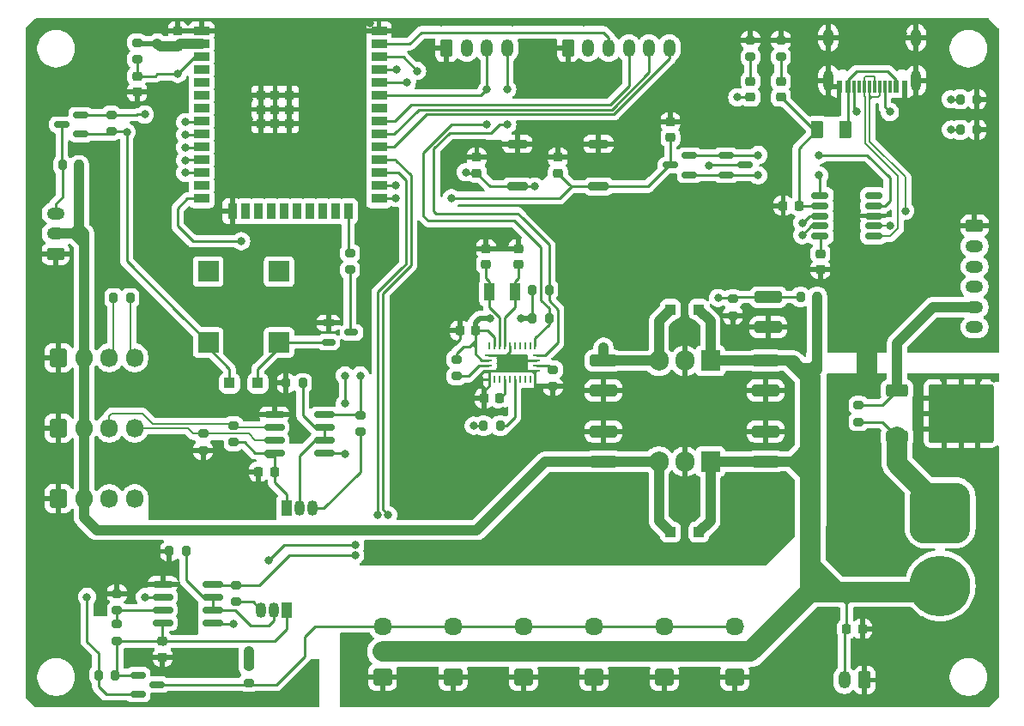
<source format=gbr>
%TF.GenerationSoftware,KiCad,Pcbnew,8.0.7*%
%TF.CreationDate,2025-06-05T13:27:19+09:00*%
%TF.ProjectId,ACT_Base_board_v2,4143545f-4261-4736-955f-626f6172645f,rev?*%
%TF.SameCoordinates,PX2faf080PY2faf080*%
%TF.FileFunction,Copper,L1,Top*%
%TF.FilePolarity,Positive*%
%FSLAX46Y46*%
G04 Gerber Fmt 4.6, Leading zero omitted, Abs format (unit mm)*
G04 Created by KiCad (PCBNEW 8.0.7) date 2025-06-05 13:27:19*
%MOMM*%
%LPD*%
G01*
G04 APERTURE LIST*
G04 Aperture macros list*
%AMRoundRect*
0 Rectangle with rounded corners*
0 $1 Rounding radius*
0 $2 $3 $4 $5 $6 $7 $8 $9 X,Y pos of 4 corners*
0 Add a 4 corners polygon primitive as box body*
4,1,4,$2,$3,$4,$5,$6,$7,$8,$9,$2,$3,0*
0 Add four circle primitives for the rounded corners*
1,1,$1+$1,$2,$3*
1,1,$1+$1,$4,$5*
1,1,$1+$1,$6,$7*
1,1,$1+$1,$8,$9*
0 Add four rect primitives between the rounded corners*
20,1,$1+$1,$2,$3,$4,$5,0*
20,1,$1+$1,$4,$5,$6,$7,0*
20,1,$1+$1,$6,$7,$8,$9,0*
20,1,$1+$1,$8,$9,$2,$3,0*%
G04 Aperture macros list end*
%TA.AperFunction,SMDPad,CuDef*%
%ADD10RoundRect,0.200000X0.275000X-0.200000X0.275000X0.200000X-0.275000X0.200000X-0.275000X-0.200000X0*%
%TD*%
%TA.AperFunction,SMDPad,CuDef*%
%ADD11RoundRect,0.200000X0.200000X0.275000X-0.200000X0.275000X-0.200000X-0.275000X0.200000X-0.275000X0*%
%TD*%
%TA.AperFunction,SMDPad,CuDef*%
%ADD12RoundRect,0.225000X0.225000X0.250000X-0.225000X0.250000X-0.225000X-0.250000X0.225000X-0.250000X0*%
%TD*%
%TA.AperFunction,SMDPad,CuDef*%
%ADD13RoundRect,0.250000X-0.850000X-0.350000X0.850000X-0.350000X0.850000X0.350000X-0.850000X0.350000X0*%
%TD*%
%TA.AperFunction,SMDPad,CuDef*%
%ADD14RoundRect,0.250000X-1.275000X-1.125000X1.275000X-1.125000X1.275000X1.125000X-1.275000X1.125000X0*%
%TD*%
%TA.AperFunction,SMDPad,CuDef*%
%ADD15RoundRect,0.249997X-2.950003X-2.650003X2.950003X-2.650003X2.950003X2.650003X-2.950003X2.650003X0*%
%TD*%
%TA.AperFunction,SMDPad,CuDef*%
%ADD16RoundRect,0.225000X-0.225000X-0.250000X0.225000X-0.250000X0.225000X0.250000X-0.225000X0.250000X0*%
%TD*%
%TA.AperFunction,SMDPad,CuDef*%
%ADD17RoundRect,0.150000X0.687500X0.150000X-0.687500X0.150000X-0.687500X-0.150000X0.687500X-0.150000X0*%
%TD*%
%TA.AperFunction,HeatsinkPad*%
%ADD18R,2.100000X3.300000*%
%TD*%
%TA.AperFunction,ComponentPad*%
%ADD19R,1.905000X2.000000*%
%TD*%
%TA.AperFunction,ComponentPad*%
%ADD20O,1.905000X2.000000*%
%TD*%
%TA.AperFunction,SMDPad,CuDef*%
%ADD21RoundRect,0.200000X-0.275000X0.200000X-0.275000X-0.200000X0.275000X-0.200000X0.275000X0.200000X0*%
%TD*%
%TA.AperFunction,SMDPad,CuDef*%
%ADD22RoundRect,0.225000X-0.250000X0.225000X-0.250000X-0.225000X0.250000X-0.225000X0.250000X0.225000X0*%
%TD*%
%TA.AperFunction,SMDPad,CuDef*%
%ADD23RoundRect,0.225000X0.250000X-0.225000X0.250000X0.225000X-0.250000X0.225000X-0.250000X-0.225000X0*%
%TD*%
%TA.AperFunction,ComponentPad*%
%ADD24RoundRect,0.250000X0.675000X-0.600000X0.675000X0.600000X-0.675000X0.600000X-0.675000X-0.600000X0*%
%TD*%
%TA.AperFunction,ComponentPad*%
%ADD25O,1.850000X1.700000*%
%TD*%
%TA.AperFunction,SMDPad,CuDef*%
%ADD26RoundRect,0.250000X-0.300000X-0.300000X0.300000X-0.300000X0.300000X0.300000X-0.300000X0.300000X0*%
%TD*%
%TA.AperFunction,SMDPad,CuDef*%
%ADD27RoundRect,0.150000X0.825000X0.150000X-0.825000X0.150000X-0.825000X-0.150000X0.825000X-0.150000X0*%
%TD*%
%TA.AperFunction,SMDPad,CuDef*%
%ADD28R,2.000000X2.000000*%
%TD*%
%TA.AperFunction,SMDPad,CuDef*%
%ADD29RoundRect,0.250000X1.100000X-0.325000X1.100000X0.325000X-1.100000X0.325000X-1.100000X-0.325000X0*%
%TD*%
%TA.AperFunction,ComponentPad*%
%ADD30RoundRect,0.250000X-0.625000X0.350000X-0.625000X-0.350000X0.625000X-0.350000X0.625000X0.350000X0*%
%TD*%
%TA.AperFunction,ComponentPad*%
%ADD31O,1.750000X1.200000*%
%TD*%
%TA.AperFunction,SMDPad,CuDef*%
%ADD32RoundRect,0.250000X0.300000X0.300000X-0.300000X0.300000X-0.300000X-0.300000X0.300000X-0.300000X0*%
%TD*%
%TA.AperFunction,ComponentPad*%
%ADD33RoundRect,0.250000X0.625000X-0.350000X0.625000X0.350000X-0.625000X0.350000X-0.625000X-0.350000X0*%
%TD*%
%TA.AperFunction,SMDPad,CuDef*%
%ADD34RoundRect,0.150000X-0.587500X-0.150000X0.587500X-0.150000X0.587500X0.150000X-0.587500X0.150000X0*%
%TD*%
%TA.AperFunction,ComponentPad*%
%ADD35RoundRect,0.250000X-0.600000X-0.675000X0.600000X-0.675000X0.600000X0.675000X-0.600000X0.675000X0*%
%TD*%
%TA.AperFunction,ComponentPad*%
%ADD36O,1.700000X1.850000*%
%TD*%
%TA.AperFunction,SMDPad,CuDef*%
%ADD37RoundRect,0.150000X-0.512500X-0.150000X0.512500X-0.150000X0.512500X0.150000X-0.512500X0.150000X0*%
%TD*%
%TA.AperFunction,SMDPad,CuDef*%
%ADD38R,1.500000X0.900000*%
%TD*%
%TA.AperFunction,SMDPad,CuDef*%
%ADD39R,0.900000X1.500000*%
%TD*%
%TA.AperFunction,SMDPad,CuDef*%
%ADD40R,0.900000X0.900000*%
%TD*%
%TA.AperFunction,ComponentPad*%
%ADD41RoundRect,0.250000X-0.350000X-0.625000X0.350000X-0.625000X0.350000X0.625000X-0.350000X0.625000X0*%
%TD*%
%TA.AperFunction,ComponentPad*%
%ADD42O,1.200000X1.750000*%
%TD*%
%TA.AperFunction,SMDPad,CuDef*%
%ADD43RoundRect,0.150000X0.587500X0.150000X-0.587500X0.150000X-0.587500X-0.150000X0.587500X-0.150000X0*%
%TD*%
%TA.AperFunction,SMDPad,CuDef*%
%ADD44RoundRect,0.218750X-0.256250X0.218750X-0.256250X-0.218750X0.256250X-0.218750X0.256250X0.218750X0*%
%TD*%
%TA.AperFunction,SMDPad,CuDef*%
%ADD45RoundRect,0.200000X-0.200000X-0.275000X0.200000X-0.275000X0.200000X0.275000X-0.200000X0.275000X0*%
%TD*%
%TA.AperFunction,SMDPad,CuDef*%
%ADD46R,1.000000X1.800000*%
%TD*%
%TA.AperFunction,SMDPad,CuDef*%
%ADD47RoundRect,0.250000X-1.100000X0.325000X-1.100000X-0.325000X1.100000X-0.325000X1.100000X0.325000X0*%
%TD*%
%TA.AperFunction,SMDPad,CuDef*%
%ADD48R,0.600000X1.240000*%
%TD*%
%TA.AperFunction,SMDPad,CuDef*%
%ADD49R,0.300000X1.240000*%
%TD*%
%TA.AperFunction,ComponentPad*%
%ADD50O,1.000000X2.100000*%
%TD*%
%TA.AperFunction,ComponentPad*%
%ADD51O,1.000000X1.800000*%
%TD*%
%TA.AperFunction,ComponentPad*%
%ADD52R,1.050000X1.500000*%
%TD*%
%TA.AperFunction,ComponentPad*%
%ADD53O,1.050000X1.500000*%
%TD*%
%TA.AperFunction,ComponentPad*%
%ADD54RoundRect,1.500000X-1.500000X1.500000X-1.500000X-1.500000X1.500000X-1.500000X1.500000X1.500000X0*%
%TD*%
%TA.AperFunction,ComponentPad*%
%ADD55C,6.000000*%
%TD*%
%TA.AperFunction,SMDPad,CuDef*%
%ADD56RoundRect,0.200000X-0.800000X0.200000X-0.800000X-0.200000X0.800000X-0.200000X0.800000X0.200000X0*%
%TD*%
%TA.AperFunction,SMDPad,CuDef*%
%ADD57RoundRect,0.250000X-0.375000X-0.625000X0.375000X-0.625000X0.375000X0.625000X-0.375000X0.625000X0*%
%TD*%
%TA.AperFunction,ComponentPad*%
%ADD58RoundRect,0.250000X0.350000X0.625000X-0.350000X0.625000X-0.350000X-0.625000X0.350000X-0.625000X0*%
%TD*%
%TA.AperFunction,SMDPad,CuDef*%
%ADD59R,0.254000X0.675000*%
%TD*%
%TA.AperFunction,SMDPad,CuDef*%
%ADD60R,0.675000X0.254000*%
%TD*%
%TA.AperFunction,ViaPad*%
%ADD61C,0.800000*%
%TD*%
%TA.AperFunction,Conductor*%
%ADD62C,0.250000*%
%TD*%
%TA.AperFunction,Conductor*%
%ADD63C,0.500000*%
%TD*%
%TA.AperFunction,Conductor*%
%ADD64C,2.000000*%
%TD*%
%TA.AperFunction,Conductor*%
%ADD65C,0.350000*%
%TD*%
%TA.AperFunction,Conductor*%
%ADD66C,1.000000*%
%TD*%
%TA.AperFunction,Conductor*%
%ADD67C,0.200000*%
%TD*%
G04 APERTURE END LIST*
D10*
%TO.P,R7,1*%
%TO.N,Net-(Q4-B)*%
X33000000Y-25825000D03*
%TO.P,R7,2*%
%TO.N,Speaker*%
X33000000Y-24175000D03*
%TD*%
D11*
%TO.P,R25,1*%
%TO.N,I2C_SCL*%
X52625000Y-27800000D03*
%TO.P,R25,2*%
%TO.N,+3V3*%
X50975000Y-27800000D03*
%TD*%
D10*
%TO.P,R18,1*%
%TO.N,+3V3*%
X9437500Y-12200000D03*
%TO.P,R18,2*%
%TO.N,NeoPixel*%
X9437500Y-10550000D03*
%TD*%
D12*
%TO.P,C7,1*%
%TO.N,+5V_USB*%
X77275000Y-19500000D03*
%TO.P,C7,2*%
%TO.N,GND*%
X75725000Y-19500000D03*
%TD*%
D13*
%TO.P,Q1,1,G*%
%TO.N,Net-(J1-Pin_5)*%
X86960000Y-37720000D03*
D14*
%TO.P,Q1,2,D*%
%TO.N,GND*%
X91585000Y-38475000D03*
X91585000Y-41525000D03*
D15*
X93260000Y-40000000D03*
D14*
X94935000Y-38475000D03*
X94935000Y-41525000D03*
D13*
%TO.P,Q1,3,S*%
%TO.N,Battery_GND*%
X86960000Y-42280000D03*
%TD*%
D11*
%TO.P,R24,1*%
%TO.N,I2C_SDA*%
X52625000Y-30600000D03*
%TO.P,R24,2*%
%TO.N,+3V3*%
X50975000Y-30600000D03*
%TD*%
%TO.P,R19,1*%
%TO.N,+5V*%
X6262500Y-15500000D03*
%TO.P,R19,2*%
%TO.N,Net-(J4-Pin_3)*%
X4612500Y-15500000D03*
%TD*%
D16*
%TO.P,C9,1*%
%TO.N,GND*%
X46225000Y-38500000D03*
%TO.P,C9,2*%
%TO.N,Net-(U2-CAP)*%
X47775000Y-38500000D03*
%TD*%
D12*
%TO.P,C10,1*%
%TO.N,+3V3*%
X45375000Y-31800000D03*
%TO.P,C10,2*%
%TO.N,GND*%
X43825000Y-31800000D03*
%TD*%
D17*
%TO.P,U3,1,UD+*%
%TO.N,USB_D+*%
X84637500Y-22500000D03*
%TO.P,U3,2,UD-*%
%TO.N,USB_D-*%
X84637500Y-21500000D03*
%TO.P,U3,3,GND*%
%TO.N,GND*%
X84637500Y-20500000D03*
%TO.P,U3,4,~{DTR}*%
%TO.N,Net-(Q2-S)*%
X84637500Y-19500000D03*
%TO.P,U3,5,~{CTS}*%
%TO.N,unconnected-(U3-~{CTS}-Pad5)*%
X84637500Y-18500000D03*
%TO.P,U3,6,~{RTS}*%
%TO.N,Net-(Q2-G)*%
X79362500Y-18500000D03*
%TO.P,U3,7,VCC*%
%TO.N,+5V_USB*%
X79362500Y-19500000D03*
%TO.P,U3,8,TXD*%
%TO.N,U0RXD*%
X79362500Y-20500000D03*
%TO.P,U3,9,RXD*%
%TO.N,U0TXD*%
X79362500Y-21500000D03*
%TO.P,U3,10,V3*%
%TO.N,Net-(U3-V3)*%
X79362500Y-22500000D03*
D18*
%TO.P,U3,11,GND*%
%TO.N,GND*%
X82000000Y-20500000D03*
%TD*%
D19*
%TO.P,U4,1,VI*%
%TO.N,Battery_VCC*%
X68540000Y-44750000D03*
D20*
%TO.P,U4,2,GND*%
%TO.N,GND*%
X66000000Y-44750000D03*
%TO.P,U4,3,VO*%
%TO.N,+5V*%
X63460000Y-44750000D03*
%TD*%
D21*
%TO.P,R17,1*%
%TO.N,+5V*%
X23000000Y-64925000D03*
%TO.P,R17,2*%
%TO.N,Servo*%
X23000000Y-66575000D03*
%TD*%
D22*
%TO.P,C8,1*%
%TO.N,GND*%
X64600000Y-11225000D03*
%TO.P,C8,2*%
%TO.N,Boot*%
X64600000Y-12775000D03*
%TD*%
D23*
%TO.P,C4,1*%
%TO.N,EN*%
X45500000Y-16275000D03*
%TO.P,C4,2*%
%TO.N,GND*%
X45500000Y-14725000D03*
%TD*%
D24*
%TO.P,J11,1,Pin_1*%
%TO.N,GND*%
X57050000Y-66000000D03*
D25*
%TO.P,J11,2,Pin_2*%
%TO.N,Battery_VCC*%
X57050000Y-63500000D03*
%TO.P,J11,3,Pin_3*%
%TO.N,Servo*%
X57050000Y-61000000D03*
%TD*%
D16*
%TO.P,C15,1*%
%TO.N,GND*%
X23975000Y-45750000D03*
%TO.P,C15,2*%
%TO.N,+3V3*%
X25525000Y-45750000D03*
%TD*%
D22*
%TO.P,C5,1*%
%TO.N,GND*%
X53500000Y-14725000D03*
%TO.P,C5,2*%
%TO.N,Boot*%
X53500000Y-16275000D03*
%TD*%
D26*
%TO.P,D1,1,K*%
%TO.N,+3V3*%
X21100000Y-37000000D03*
%TO.P,D1,2,A*%
%TO.N,Net-(D1-A)*%
X23900000Y-37000000D03*
%TD*%
D27*
%TO.P,U7,1,RO*%
%TO.N,U2RXD*%
X19475000Y-60655000D03*
%TO.P,U7,2,~{RE}*%
%TO.N,Net-(Q6-C)*%
X19475000Y-59385000D03*
%TO.P,U7,3,DE*%
X19475000Y-58115000D03*
%TO.P,U7,4,DI*%
%TO.N,U2TXD*%
X19475000Y-56845000D03*
%TO.P,U7,5,GND*%
%TO.N,GND*%
X14525000Y-56845000D03*
%TO.P,U7,6,A*%
%TO.N,Net-(Q7-S)*%
X14525000Y-58115000D03*
%TO.P,U7,7,B*%
%TO.N,Net-(U7-B)*%
X14525000Y-59385000D03*
%TO.P,U7,8,VCC*%
%TO.N,+3V3*%
X14525000Y-60655000D03*
%TD*%
D21*
%TO.P,R12,1*%
%TO.N,U2TXD*%
X21750000Y-56925000D03*
%TO.P,R12,2*%
%TO.N,Net-(Q6-B)*%
X21750000Y-58575000D03*
%TD*%
D28*
%TO.P,LS1,1,1*%
%TO.N,+3V3*%
X19000000Y-33000000D03*
%TO.P,LS1,2,2*%
%TO.N,Net-(D1-A)*%
X26000000Y-33000000D03*
%TO.P,LS1,3*%
%TO.N,N/C*%
X26000000Y-26000000D03*
%TO.P,LS1,4*%
X19000000Y-26000000D03*
%TD*%
D21*
%TO.P,R15,1*%
%TO.N,Net-(U7-B)*%
X10000000Y-60775000D03*
%TO.P,R15,2*%
%TO.N,+3V3*%
X10000000Y-62425000D03*
%TD*%
D24*
%TO.P,J10,1,Pin_1*%
%TO.N,GND*%
X50100000Y-66000000D03*
D25*
%TO.P,J10,2,Pin_2*%
%TO.N,Battery_VCC*%
X50100000Y-63500000D03*
%TO.P,J10,3,Pin_3*%
%TO.N,Servo*%
X50100000Y-61000000D03*
%TD*%
D29*
%TO.P,C18,1*%
%TO.N,GND*%
X74250000Y-31475000D03*
%TO.P,C18,2*%
%TO.N,V_div*%
X74250000Y-28525000D03*
%TD*%
D30*
%TO.P,J1,1,Pin_1*%
%TO.N,GND*%
X94600000Y-21500000D03*
D31*
%TO.P,J1,2,Pin_2*%
%TO.N,Switch_R*%
X94600000Y-23500000D03*
%TO.P,J1,3,Pin_3*%
%TO.N,Switch_G*%
X94600000Y-25500000D03*
%TO.P,J1,4,Pin_4*%
%TO.N,Switch_B*%
X94600000Y-27500000D03*
%TO.P,J1,5,Pin_5*%
%TO.N,Net-(J1-Pin_5)*%
X94600000Y-29500000D03*
%TO.P,J1,6,Pin_6*%
%TO.N,Battery_VCC*%
X94600000Y-31500000D03*
%TD*%
D23*
%TO.P,C2,1*%
%TO.N,GND*%
X12000000Y-8275000D03*
%TO.P,C2,2*%
%TO.N,EN*%
X12000000Y-6725000D03*
%TD*%
D10*
%TO.P,R9,1*%
%TO.N,GND*%
X53000000Y-37325000D03*
%TO.P,R9,2*%
%TO.N,Net-(U2-COM3)*%
X53000000Y-35675000D03*
%TD*%
D32*
%TO.P,D5,1,K*%
%TO.N,Battery_VCC*%
X67400000Y-29750000D03*
%TO.P,D5,2,A*%
%TO.N,+3V3*%
X64600000Y-29750000D03*
%TD*%
D27*
%TO.P,U6,1,RO*%
%TO.N,U1RXD*%
X30475000Y-43905000D03*
%TO.P,U6,2,~{RE}*%
%TO.N,Net-(Q8-C)*%
X30475000Y-42635000D03*
%TO.P,U6,3,DE*%
X30475000Y-41365000D03*
%TO.P,U6,4,DI*%
%TO.N,U1TXD*%
X30475000Y-40095000D03*
%TO.P,U6,5,GND*%
%TO.N,GND*%
X25525000Y-40095000D03*
%TO.P,U6,6,A*%
%TO.N,Serial_+*%
X25525000Y-41365000D03*
%TO.P,U6,7,B*%
%TO.N,Serial_-*%
X25525000Y-42635000D03*
%TO.P,U6,8,VCC*%
%TO.N,+3V3*%
X25525000Y-43905000D03*
%TD*%
D33*
%TO.P,J4,1,Pin_1*%
%TO.N,GND*%
X3950000Y-24250000D03*
D31*
%TO.P,J4,2,Pin_2*%
%TO.N,+5V*%
X3950000Y-22250000D03*
%TO.P,J4,3,Pin_3*%
%TO.N,Net-(J4-Pin_3)*%
X3950000Y-20250000D03*
%TD*%
D23*
%TO.P,C6,1*%
%TO.N,Net-(U2-XOUT32)*%
X49600000Y-25275000D03*
%TO.P,C6,2*%
%TO.N,GND*%
X49600000Y-23725000D03*
%TD*%
D34*
%TO.P,Q7,1,G*%
%TO.N,+3V3*%
X12062500Y-65800000D03*
%TO.P,Q7,2,S*%
%TO.N,Net-(Q7-S)*%
X12062500Y-67700000D03*
%TO.P,Q7,3,D*%
%TO.N,Servo*%
X13937500Y-66750000D03*
%TD*%
D35*
%TO.P,J15,1,Pin_1*%
%TO.N,GND*%
X4250000Y-41450000D03*
D36*
%TO.P,J15,2,Pin_2*%
%TO.N,+5V*%
X6750000Y-41450000D03*
%TO.P,J15,3,Pin_3*%
%TO.N,Serial_+*%
X9250000Y-41450000D03*
%TO.P,J15,4,Pin_4*%
%TO.N,Serial_-*%
X11750000Y-41450000D03*
%TD*%
D37*
%TO.P,Q4,1,E*%
%TO.N,GND*%
X30862500Y-31050000D03*
%TO.P,Q4,2,C*%
%TO.N,Net-(D1-A)*%
X30862500Y-32950000D03*
%TO.P,Q4,3,B*%
%TO.N,Net-(Q4-B)*%
X33137500Y-32000000D03*
%TD*%
D38*
%TO.P,U1,1,GND*%
%TO.N,GND*%
X18350000Y-2280000D03*
%TO.P,U1,2,3V3*%
%TO.N,+3V3*%
X18350000Y-3550000D03*
%TO.P,U1,3,EN/CHIP_PU*%
%TO.N,EN*%
X18350000Y-4820000D03*
%TO.P,U1,4,SENSOR_VP/GPIO36/ADC1_CH0*%
%TO.N,unconnected-(U1-SENSOR_VP{slash}GPIO36{slash}ADC1_CH0-Pad4)*%
X18350000Y-6090000D03*
%TO.P,U1,5,SENSOR_VN/GPIO39/ADC1_CH3*%
%TO.N,unconnected-(U1-SENSOR_VN{slash}GPIO39{slash}ADC1_CH3-Pad5)*%
X18350000Y-7360000D03*
%TO.P,U1,6,GPIO34/ADC1_CH6*%
%TO.N,unconnected-(U1-GPIO34{slash}ADC1_CH6-Pad6)*%
X18350000Y-8630000D03*
%TO.P,U1,7,GPIO35/ADC1_CH7*%
%TO.N,unconnected-(U1-GPIO35{slash}ADC1_CH7-Pad7)*%
X18350000Y-9900000D03*
%TO.P,U1,8,32K_XP/GPIO32/ADC1_CH4*%
%TO.N,U1RXD*%
X18350000Y-11170000D03*
%TO.P,U1,9,32K_XN/GPIO33/ADC1_CH5*%
%TO.N,U1TXD*%
X18350000Y-12440000D03*
%TO.P,U1,10,DAC_1/ADC2_CH8/GPIO25*%
%TO.N,Switch_R*%
X18350000Y-13710000D03*
%TO.P,U1,11,DAC_2/ADC2_CH9/GPIO26*%
%TO.N,Switch_G*%
X18350000Y-14980000D03*
%TO.P,U1,12,ADC2_CH7/GPIO27*%
%TO.N,Switch_B*%
X18350000Y-16250000D03*
%TO.P,U1,13,MTMS/GPIO14/ADC2_CH6*%
%TO.N,unconnected-(U1-MTMS{slash}GPIO14{slash}ADC2_CH6-Pad13)*%
X18350000Y-17520000D03*
%TO.P,U1,14,MTDI/GPIO12/ADC2_CH5*%
%TO.N,V_div*%
X18350000Y-18790000D03*
D39*
%TO.P,U1,15,GND*%
%TO.N,GND*%
X21380000Y-20040000D03*
%TO.P,U1,16,MTCK/GPIO13/ADC2_CH4*%
%TO.N,unconnected-(U1-MTCK{slash}GPIO13{slash}ADC2_CH4-Pad16)*%
X22650000Y-20040000D03*
%TO.P,U1,17*%
%TO.N,N/C*%
X23920000Y-20040000D03*
%TO.P,U1,18*%
X25190000Y-20040000D03*
%TO.P,U1,19*%
X26460000Y-20040000D03*
%TO.P,U1,20*%
X27730000Y-20040000D03*
%TO.P,U1,21*%
X29000000Y-20040000D03*
%TO.P,U1,22*%
X30270000Y-20040000D03*
%TO.P,U1,23,MTDO/GPIO15/ADC2_CH3*%
%TO.N,unconnected-(U1-MTDO{slash}GPIO15{slash}ADC2_CH3-Pad23)*%
X31540000Y-20040000D03*
%TO.P,U1,24,ADC2_CH2/GPIO2*%
%TO.N,Speaker*%
X32810000Y-20040000D03*
D38*
%TO.P,U1,25,GPIO0/BOOT/ADC2_CH1*%
%TO.N,Boot*%
X35850000Y-18790000D03*
%TO.P,U1,26,ADC2_CH0/GPIO4*%
%TO.N,NeoPixel*%
X35850000Y-17520000D03*
%TO.P,U1,27,GPIO16*%
%TO.N,U2RXD*%
X35850000Y-16250000D03*
%TO.P,U1,28,GPIO17*%
%TO.N,U2TXD*%
X35850000Y-14980000D03*
%TO.P,U1,29,GPIO5*%
%TO.N,SPI_SS*%
X35850000Y-13710000D03*
%TO.P,U1,30,GPIO18*%
%TO.N,SPI_SCK*%
X35850000Y-12440000D03*
%TO.P,U1,31,GPIO19*%
%TO.N,SPI_MISO*%
X35850000Y-11170000D03*
%TO.P,U1,32*%
%TO.N,N/C*%
X35850000Y-9900000D03*
%TO.P,U1,33,GPIO21*%
%TO.N,I2C_SDA*%
X35850000Y-8630000D03*
%TO.P,U1,34,U0RXD/GPIO3*%
%TO.N,U0RXD*%
X35850000Y-7360000D03*
%TO.P,U1,35,U0TXD/GPIO1*%
%TO.N,U0TXD*%
X35850000Y-6090000D03*
%TO.P,U1,36,GPIO22*%
%TO.N,I2C_SCL*%
X35850000Y-4820000D03*
%TO.P,U1,37,GPIO23*%
%TO.N,SPI_MOSI*%
X35850000Y-3550000D03*
%TO.P,U1,38,GND*%
%TO.N,GND*%
X35850000Y-2280000D03*
D40*
%TO.P,U1,39,GND_THERMAL*%
X24200000Y-8600000D03*
X24200000Y-8600000D03*
X24200000Y-10000000D03*
X24200000Y-11400000D03*
X24200000Y-11400000D03*
X25600000Y-8600000D03*
X25600000Y-10000000D03*
X25600000Y-11400000D03*
X25600000Y-11400000D03*
X27000000Y-8600000D03*
X27000000Y-10000000D03*
X27000000Y-11400000D03*
%TD*%
D10*
%TO.P,R14,1*%
%TO.N,Net-(U7-B)*%
X10000000Y-59425000D03*
%TO.P,R14,2*%
%TO.N,GND*%
X10000000Y-57775000D03*
%TD*%
D21*
%TO.P,R22,1*%
%TO.N,Serial_-*%
X18500000Y-42000000D03*
%TO.P,R22,2*%
%TO.N,GND*%
X18500000Y-43650000D03*
%TD*%
D41*
%TO.P,J5,1,Pin_1*%
%TO.N,GND*%
X54500000Y-3950000D03*
D42*
%TO.P,J5,2,Pin_2*%
%TO.N,+3V3*%
X56500000Y-3950000D03*
%TO.P,J5,3,Pin_3*%
%TO.N,SPI_MOSI*%
X58500000Y-3950000D03*
%TO.P,J5,4,Pin_4*%
%TO.N,SPI_MISO*%
X60500000Y-3950000D03*
%TO.P,J5,5,Pin_5*%
%TO.N,SPI_SCK*%
X62500000Y-3950000D03*
%TO.P,J5,6,Pin_6*%
%TO.N,SPI_SS*%
X64500000Y-3950000D03*
%TD*%
D43*
%TO.P,Q5,1,G*%
%TO.N,+3V3*%
X6437500Y-12450000D03*
%TO.P,Q5,2,S*%
%TO.N,NeoPixel*%
X6437500Y-10550000D03*
%TO.P,Q5,3,D*%
%TO.N,Net-(J4-Pin_3)*%
X4562500Y-11500000D03*
%TD*%
D21*
%TO.P,R11,1*%
%TO.N,V_div*%
X70750000Y-28675000D03*
%TO.P,R11,2*%
%TO.N,GND*%
X70750000Y-30325000D03*
%TD*%
D44*
%TO.P,D3,1,K*%
%TO.N,Net-(D3-K)*%
X75500000Y-7212500D03*
%TO.P,D3,2,A*%
%TO.N,+5V_USB*%
X75500000Y-8787500D03*
%TD*%
%TO.P,D2,1,K*%
%TO.N,Net-(D2-K)*%
X72500000Y-7212500D03*
%TO.P,D2,2,A*%
%TO.N,+3V3*%
X72500000Y-8787500D03*
%TD*%
D16*
%TO.P,C19,1*%
%TO.N,Battery_VCC*%
X81975000Y-61250000D03*
%TO.P,C19,2*%
%TO.N,GND*%
X83525000Y-61250000D03*
%TD*%
D45*
%TO.P,R8,1*%
%TO.N,+3V3*%
X46175000Y-41200000D03*
%TO.P,R8,2*%
%TO.N,Net-(U2-~{RESET})*%
X47825000Y-41200000D03*
%TD*%
D10*
%TO.P,R5,1*%
%TO.N,EN*%
X12000000Y-5050000D03*
%TO.P,R5,2*%
%TO.N,+3V3*%
X12000000Y-3400000D03*
%TD*%
D11*
%TO.P,R2,1*%
%TO.N,GND*%
X94825000Y-12000000D03*
%TO.P,R2,2*%
%TO.N,Net-(J3-CC2)*%
X93175000Y-12000000D03*
%TD*%
%TO.P,R16,1*%
%TO.N,+3V3*%
X9825000Y-65800000D03*
%TO.P,R16,2*%
%TO.N,Net-(Q7-S)*%
X8175000Y-65800000D03*
%TD*%
D10*
%TO.P,R26,1*%
%TO.N,Net-(D3-K)*%
X75500000Y-4825000D03*
%TO.P,R26,2*%
%TO.N,GND*%
X75500000Y-3175000D03*
%TD*%
D11*
%TO.P,R13,1*%
%TO.N,Net-(Q6-C)*%
X16825000Y-53600000D03*
%TO.P,R13,2*%
%TO.N,GND*%
X15175000Y-53600000D03*
%TD*%
D46*
%TO.P,Y1,1,1*%
%TO.N,Net-(U2-XIN32)*%
X46750000Y-28000000D03*
%TO.P,Y1,2,2*%
%TO.N,Net-(U2-XOUT32)*%
X49250000Y-28000000D03*
%TD*%
D22*
%TO.P,C3,1*%
%TO.N,Net-(U3-V3)*%
X79400000Y-24225000D03*
%TO.P,C3,2*%
%TO.N,GND*%
X79400000Y-25775000D03*
%TD*%
D24*
%TO.P,J13,1,Pin_1*%
%TO.N,GND*%
X70950000Y-66000000D03*
D25*
%TO.P,J13,2,Pin_2*%
%TO.N,Battery_VCC*%
X70950000Y-63500000D03*
%TO.P,J13,3,Pin_3*%
%TO.N,Servo*%
X70950000Y-61000000D03*
%TD*%
D23*
%TO.P,C11,1*%
%TO.N,+3V3*%
X16000000Y-3775000D03*
%TO.P,C11,2*%
%TO.N,GND*%
X16000000Y-2225000D03*
%TD*%
D47*
%TO.P,C17,1*%
%TO.N,Battery_VCC*%
X74000000Y-34775000D03*
%TO.P,C17,2*%
%TO.N,GND*%
X74000000Y-37725000D03*
%TD*%
D34*
%TO.P,Q3,1,G*%
%TO.N,Net-(Q2-S)*%
X70062500Y-14550000D03*
%TO.P,Q3,2,S*%
%TO.N,Net-(Q2-G)*%
X70062500Y-16450000D03*
%TO.P,Q3,3,D*%
%TO.N,EN*%
X71937500Y-15500000D03*
%TD*%
D24*
%TO.P,J8,1,Pin_1*%
%TO.N,GND*%
X36200000Y-66000000D03*
D25*
%TO.P,J8,2,Pin_2*%
%TO.N,Battery_VCC*%
X36200000Y-63500000D03*
%TO.P,J8,3,Pin_3*%
%TO.N,Servo*%
X36200000Y-61000000D03*
%TD*%
D10*
%TO.P,R23,1*%
%TO.N,+3V3*%
X21500000Y-42825000D03*
%TO.P,R23,2*%
%TO.N,Serial_+*%
X21500000Y-41175000D03*
%TD*%
D11*
%TO.P,R20,1*%
%TO.N,Net-(Q8-C)*%
X28325000Y-37000000D03*
%TO.P,R20,2*%
%TO.N,GND*%
X26675000Y-37000000D03*
%TD*%
D48*
%TO.P,J3,A1,GND*%
%TO.N,GND*%
X87700000Y-7725000D03*
%TO.P,J3,A4,VBUS*%
%TO.N,Net-(F1-Pad2)*%
X86900000Y-7725000D03*
D49*
%TO.P,J3,A5,CC1*%
%TO.N,Net-(J3-CC1)*%
X85750000Y-7725000D03*
%TO.P,J3,A6,D+*%
%TO.N,USB_D+*%
X84750000Y-7725000D03*
%TO.P,J3,A7,D-*%
%TO.N,USB_D-*%
X84250000Y-7725000D03*
%TO.P,J3,A8,SBU1*%
%TO.N,unconnected-(J3-SBU1-PadA8)*%
X83250000Y-7725000D03*
D48*
%TO.P,J3,A9,VBUS*%
%TO.N,Net-(F1-Pad2)*%
X82100000Y-7725000D03*
%TO.P,J3,A12,GND*%
%TO.N,GND*%
X81300000Y-7725000D03*
%TO.P,J3,B1,GND*%
X81300000Y-7725000D03*
%TO.P,J3,B4,VBUS*%
%TO.N,Net-(F1-Pad2)*%
X82100000Y-7725000D03*
D49*
%TO.P,J3,B5,CC2*%
%TO.N,Net-(J3-CC2)*%
X82750000Y-7725000D03*
%TO.P,J3,B6,D+*%
%TO.N,USB_D+*%
X83750000Y-7725000D03*
%TO.P,J3,B7,D-*%
%TO.N,USB_D-*%
X85250000Y-7725000D03*
%TO.P,J3,B8,SBU2*%
%TO.N,unconnected-(J3-SBU2-PadB8)*%
X86250000Y-7725000D03*
D48*
%TO.P,J3,B9,VBUS*%
%TO.N,Net-(F1-Pad2)*%
X86900000Y-7725000D03*
%TO.P,J3,B12,GND*%
%TO.N,GND*%
X87700000Y-7725000D03*
D50*
%TO.P,J3,S1,SHIELD*%
X88820000Y-7125000D03*
D51*
X88820000Y-2925000D03*
D50*
X80180000Y-7125000D03*
D51*
X80180000Y-2925000D03*
%TD*%
D41*
%TO.P,J7,1,Pin_1*%
%TO.N,GND*%
X42500000Y-3950000D03*
D42*
%TO.P,J7,2,Pin_2*%
%TO.N,+3V3*%
X44500000Y-3950000D03*
%TO.P,J7,3,Pin_3*%
%TO.N,I2C_SDA*%
X46500000Y-3950000D03*
%TO.P,J7,4,Pin_4*%
%TO.N,I2C_SCL*%
X48500000Y-3950000D03*
%TD*%
D24*
%TO.P,J9,1,Pin_1*%
%TO.N,GND*%
X43150000Y-66000000D03*
D25*
%TO.P,J9,2,Pin_2*%
%TO.N,Battery_VCC*%
X43150000Y-63500000D03*
%TO.P,J9,3,Pin_3*%
%TO.N,Servo*%
X43150000Y-61000000D03*
%TD*%
D29*
%TO.P,C16,1*%
%TO.N,Battery_VCC*%
X74000000Y-44725000D03*
%TO.P,C16,2*%
%TO.N,GND*%
X74000000Y-41775000D03*
%TD*%
D19*
%TO.P,U5,1,VI*%
%TO.N,Battery_VCC*%
X68540000Y-34805000D03*
D20*
%TO.P,U5,2,GND*%
%TO.N,GND*%
X66000000Y-34805000D03*
%TO.P,U5,3,VO*%
%TO.N,+3V3*%
X63460000Y-34805000D03*
%TD*%
D24*
%TO.P,J12,1,Pin_1*%
%TO.N,GND*%
X64000000Y-66000000D03*
D25*
%TO.P,J12,2,Pin_2*%
%TO.N,Battery_VCC*%
X64000000Y-63500000D03*
%TO.P,J12,3,Pin_3*%
%TO.N,Servo*%
X64000000Y-61000000D03*
%TD*%
D35*
%TO.P,J16,1,Pin_1*%
%TO.N,GND*%
X4250000Y-48400000D03*
D36*
%TO.P,J16,2,Pin_2*%
%TO.N,+5V*%
X6750000Y-48400000D03*
%TO.P,J16,3,Pin_3*%
%TO.N,Serial_+*%
X9250000Y-48400000D03*
%TO.P,J16,4,Pin_4*%
%TO.N,Serial_-*%
X11750000Y-48400000D03*
%TD*%
D21*
%TO.P,R4,1*%
%TO.N,Net-(J1-Pin_5)*%
X83160000Y-39175000D03*
%TO.P,R4,2*%
%TO.N,Battery_GND*%
X83160000Y-40825000D03*
%TD*%
D52*
%TO.P,Q8,1,E*%
%TO.N,+3V3*%
X26730000Y-49360000D03*
D53*
%TO.P,Q8,2,C*%
%TO.N,Net-(Q8-C)*%
X28000000Y-49360000D03*
%TO.P,Q8,3,B*%
%TO.N,Net-(Q8-B)*%
X29270000Y-49360000D03*
%TD*%
D22*
%TO.P,C12,1*%
%TO.N,GND*%
X46400000Y-23725000D03*
%TO.P,C12,2*%
%TO.N,Net-(U2-XIN32)*%
X46400000Y-25275000D03*
%TD*%
D11*
%TO.P,R27,1*%
%TO.N,Serial_-*%
X11325000Y-28600000D03*
%TO.P,R27,2*%
%TO.N,Serial_+*%
X9675000Y-28600000D03*
%TD*%
D21*
%TO.P,R21,1*%
%TO.N,U1TXD*%
X34000000Y-40175000D03*
%TO.P,R21,2*%
%TO.N,Net-(Q8-B)*%
X34000000Y-41825000D03*
%TD*%
D43*
%TO.P,Q2,1,G*%
%TO.N,Net-(Q2-G)*%
X66475000Y-16450000D03*
%TO.P,Q2,2,S*%
%TO.N,Net-(Q2-S)*%
X66475000Y-14550000D03*
%TO.P,Q2,3,D*%
%TO.N,Boot*%
X64600000Y-15500000D03*
%TD*%
D11*
%TO.P,R1,1*%
%TO.N,GND*%
X94825000Y-9000000D03*
%TO.P,R1,2*%
%TO.N,Net-(J3-CC1)*%
X93175000Y-9000000D03*
%TD*%
D23*
%TO.P,C14,1*%
%TO.N,GND*%
X14500000Y-64025000D03*
%TO.P,C14,2*%
%TO.N,+3V3*%
X14500000Y-62475000D03*
%TD*%
D52*
%TO.P,Q6,1,E*%
%TO.N,+3V3*%
X26770000Y-59390000D03*
D53*
%TO.P,Q6,2,C*%
%TO.N,Net-(Q6-C)*%
X25500000Y-59390000D03*
%TO.P,Q6,3,B*%
%TO.N,Net-(Q6-B)*%
X24230000Y-59390000D03*
%TD*%
D54*
%TO.P,J2,1,Pin_1*%
%TO.N,Battery_GND*%
X91200000Y-49800000D03*
D55*
%TO.P,J2,2,Pin_2*%
%TO.N,Battery_VCC*%
X91200000Y-57000000D03*
%TD*%
D10*
%TO.P,R6,1*%
%TO.N,Net-(D2-K)*%
X72500000Y-4825000D03*
%TO.P,R6,2*%
%TO.N,GND*%
X72500000Y-3175000D03*
%TD*%
D47*
%TO.P,C13,1*%
%TO.N,+3V3*%
X58000000Y-34775000D03*
%TO.P,C13,2*%
%TO.N,GND*%
X58000000Y-37725000D03*
%TD*%
D21*
%TO.P,R3,1*%
%TO.N,+3V3*%
X43500000Y-34675000D03*
%TO.P,R3,2*%
%TO.N,Net-(U2-~{BOOT_LOAD_PIN})*%
X43500000Y-36325000D03*
%TD*%
D29*
%TO.P,C1,1*%
%TO.N,+5V*%
X58000000Y-44725000D03*
%TO.P,C1,2*%
%TO.N,GND*%
X58000000Y-41775000D03*
%TD*%
D56*
%TO.P,SW2,1,1*%
%TO.N,GND*%
X57500000Y-13400000D03*
%TO.P,SW2,2,2*%
%TO.N,Boot*%
X57500000Y-17600000D03*
%TD*%
D57*
%TO.P,F1,1*%
%TO.N,+5V_USB*%
X79100000Y-12000000D03*
%TO.P,F1,2*%
%TO.N,Net-(F1-Pad2)*%
X81900000Y-12000000D03*
%TD*%
D32*
%TO.P,D4,1,K*%
%TO.N,Battery_VCC*%
X67400000Y-51695000D03*
%TO.P,D4,2,A*%
%TO.N,+5V*%
X64600000Y-51695000D03*
%TD*%
D58*
%TO.P,J6,1,Pin_1*%
%TO.N,GND*%
X83750000Y-66300000D03*
D42*
%TO.P,J6,2,Pin_2*%
%TO.N,Battery_VCC*%
X81750000Y-66300000D03*
%TD*%
D35*
%TO.P,J14,1,Pin_1*%
%TO.N,GND*%
X4250000Y-34500000D03*
D36*
%TO.P,J14,2,Pin_2*%
%TO.N,+5V*%
X6750000Y-34500000D03*
%TO.P,J14,3,Pin_3*%
%TO.N,Serial_+*%
X9250000Y-34500000D03*
%TO.P,J14,4,Pin_4*%
%TO.N,Serial_-*%
X11750000Y-34500000D03*
%TD*%
D59*
%TO.P,U2,1,PIN1*%
%TO.N,unconnected-(U2-PIN1-Pad1)*%
X46750000Y-33337500D03*
D60*
%TO.P,U2,2,GND*%
%TO.N,GND*%
X46612500Y-34250000D03*
%TO.P,U2,3,VDD*%
%TO.N,+3V3*%
X46612500Y-34750000D03*
%TO.P,U2,4,~{BOOT_LOAD_PIN}*%
%TO.N,Net-(U2-~{BOOT_LOAD_PIN})*%
X46612500Y-35250000D03*
%TO.P,U2,5,PS1*%
%TO.N,GND*%
X46612500Y-35750000D03*
D59*
%TO.P,U2,6,PS0*%
X46750000Y-36662500D03*
%TO.P,U2,7,PIN7*%
%TO.N,unconnected-(U2-PIN7-Pad7)*%
X47250000Y-36662500D03*
%TO.P,U2,8,PIN8*%
%TO.N,unconnected-(U2-PIN8-Pad8)*%
X47750000Y-36662500D03*
%TO.P,U2,9,CAP*%
%TO.N,Net-(U2-CAP)*%
X48250000Y-36662500D03*
%TO.P,U2,10,BL_IND*%
%TO.N,unconnected-(U2-BL_IND-Pad10)*%
X48750000Y-36662500D03*
%TO.P,U2,11,~{RESET}*%
%TO.N,Net-(U2-~{RESET})*%
X49250000Y-36662500D03*
%TO.P,U2,12,PIN12*%
%TO.N,unconnected-(U2-PIN12-Pad12)*%
X49750000Y-36662500D03*
%TO.P,U2,13,PIN13*%
%TO.N,unconnected-(U2-PIN13-Pad13)*%
X50250000Y-36662500D03*
%TO.P,U2,14,INT*%
%TO.N,unconnected-(U2-INT-Pad14)*%
X50750000Y-36662500D03*
%TO.P,U2,15,GNDIO*%
%TO.N,GND*%
X51250000Y-36662500D03*
D60*
%TO.P,U2,16,GNDIO*%
X51387500Y-35750000D03*
%TO.P,U2,17,COM3*%
%TO.N,Net-(U2-COM3)*%
X51387500Y-35250000D03*
%TO.P,U2,18,COM2*%
%TO.N,GND*%
X51387500Y-34750000D03*
%TO.P,U2,19,COM1*%
%TO.N,I2C_SCL*%
X51387500Y-34250000D03*
D59*
%TO.P,U2,20,COM0*%
%TO.N,I2C_SDA*%
X51250000Y-33337500D03*
%TO.P,U2,21,PIN21*%
%TO.N,unconnected-(U2-PIN21-Pad21)*%
X50750000Y-33337500D03*
%TO.P,U2,22,PIN22*%
%TO.N,unconnected-(U2-PIN22-Pad22)*%
X50250000Y-33337500D03*
%TO.P,U2,23,PIN23*%
%TO.N,unconnected-(U2-PIN23-Pad23)*%
X49750000Y-33337500D03*
%TO.P,U2,24,PIN24*%
%TO.N,unconnected-(U2-PIN24-Pad24)*%
X49250000Y-33337500D03*
%TO.P,U2,25,GNDIO*%
%TO.N,GND*%
X48750000Y-33337500D03*
%TO.P,U2,26,XOUT32*%
%TO.N,Net-(U2-XOUT32)*%
X48250000Y-33337500D03*
%TO.P,U2,27,XIN32*%
%TO.N,Net-(U2-XIN32)*%
X47750000Y-33337500D03*
%TO.P,U2,28,VDDIO*%
%TO.N,+3V3*%
X47250000Y-33337500D03*
%TD*%
D11*
%TO.P,R10,1*%
%TO.N,Battery_VCC*%
X79075000Y-28500000D03*
%TO.P,R10,2*%
%TO.N,V_div*%
X77425000Y-28500000D03*
%TD*%
D56*
%TO.P,SW1,1,1*%
%TO.N,GND*%
X49500000Y-13400000D03*
%TO.P,SW1,2,2*%
%TO.N,EN*%
X49500000Y-17600000D03*
%TD*%
D61*
%TO.N,EN*%
X68364000Y-15532000D03*
%TO.N,GND*%
X28000000Y-1500000D03*
X81000000Y-17000000D03*
X70000000Y-40000000D03*
X16500000Y-65500000D03*
X66000000Y-29000000D03*
X27000000Y-13000000D03*
X12000000Y-64000000D03*
X95000000Y-53750000D03*
X52500000Y-5000000D03*
X96500000Y-14000000D03*
X85000000Y-5000000D03*
X15000000Y-32000000D03*
X36000000Y-54000000D03*
X31000000Y-9000000D03*
X51750000Y-12500000D03*
X91000000Y-68500000D03*
X89500000Y-9000000D03*
X31000000Y-17000000D03*
X42000000Y-1400000D03*
X35000000Y-1500000D03*
X43000000Y-7500000D03*
X40000000Y-40000000D03*
X8250000Y-31100000D03*
X66000000Y-47250000D03*
X22500000Y-47500000D03*
X33000000Y-9000000D03*
X89000000Y-43000000D03*
X65000000Y-54000000D03*
X55000000Y-46500000D03*
X55000000Y-54000000D03*
X9000000Y-26000000D03*
X33000000Y-3000000D03*
X66000000Y-52500000D03*
X40000000Y-49000000D03*
X70000000Y-54000000D03*
X45000000Y-7500000D03*
X33000000Y-13000000D03*
X96500000Y-7000000D03*
X59000000Y-6000000D03*
X28000000Y-68500000D03*
X62500000Y-10000000D03*
X56000000Y-68500000D03*
X14000000Y-68500000D03*
X36000000Y-24000000D03*
X29000000Y-9000000D03*
X55000000Y-35000000D03*
X48000000Y-23500000D03*
X55000000Y-50000000D03*
X67500000Y-7500000D03*
X22500000Y-50000000D03*
X87700000Y-9200000D03*
X96500000Y-52000000D03*
X92500000Y-7500000D03*
X74250000Y-33000000D03*
X30000000Y-23000000D03*
X80500000Y-9250000D03*
X44000000Y-37750000D03*
X31000000Y-13000000D03*
X70750000Y-31500000D03*
X29000000Y-15000000D03*
X20000000Y-64000000D03*
X74000000Y-4000000D03*
X50000000Y-5000000D03*
X17000000Y-58750000D03*
X45000000Y-45000000D03*
X15000000Y-35000000D03*
X66000000Y-32750000D03*
X34000000Y-33750000D03*
X40500000Y-4000000D03*
X1500000Y-45000000D03*
X55000000Y-24000000D03*
X50000000Y-50000000D03*
X8500000Y-56000000D03*
X84000000Y-63000000D03*
X60000000Y-30000000D03*
X14500000Y-65500000D03*
X74250000Y-30000000D03*
X1500000Y-14000000D03*
X55000000Y-7500000D03*
X85000000Y-2500000D03*
X65000000Y-24000000D03*
X92000000Y-45000000D03*
X25250000Y-36000000D03*
X62500000Y-40000000D03*
X45600000Y-37000000D03*
X63000000Y-68500000D03*
X56000000Y-1400000D03*
X63000000Y-1500000D03*
X91000000Y-1500000D03*
X29000000Y-13000000D03*
X42000000Y-68500000D03*
X81000000Y-33000000D03*
X20000000Y-65500000D03*
X40000000Y-54000000D03*
X76500000Y-30000000D03*
X27000000Y-17000000D03*
X31000000Y-29000000D03*
X50000000Y-7500000D03*
X48000000Y-35000000D03*
X48000000Y-22250000D03*
X83000000Y-30000000D03*
X86000000Y-48500000D03*
X40000000Y-30000000D03*
X8250000Y-38100000D03*
X60000000Y-50000000D03*
X18000000Y-38000000D03*
X17500000Y-47500000D03*
X25000000Y-15000000D03*
X49000000Y-35000000D03*
X29000000Y-3000000D03*
X37750000Y-42500000D03*
X48100000Y-39800000D03*
X75000000Y-49000000D03*
X96500000Y-28000000D03*
X17500000Y-45000000D03*
X9000000Y-14000000D03*
X41000000Y-7500000D03*
X23000000Y-13000000D03*
X91500000Y-36500000D03*
X16500000Y-64000000D03*
X21000000Y-17000000D03*
X23000000Y-3000000D03*
X87500000Y-2500000D03*
X70000000Y-7500000D03*
X42750000Y-16750000D03*
X60000000Y-24000000D03*
X1500000Y-52000000D03*
X31000000Y-11000000D03*
X29000000Y-29000000D03*
X72500000Y-12500000D03*
X28500000Y-34500000D03*
X96500000Y-66000000D03*
X96500000Y-36500000D03*
X77000000Y-68500000D03*
X21000000Y-9000000D03*
X82500000Y-2500000D03*
X70000000Y-49000000D03*
X33000000Y-15000000D03*
X51000000Y-39000000D03*
X75000000Y-12500000D03*
X90750000Y-8500000D03*
X66000000Y-51000000D03*
X1500000Y-21000000D03*
X74000000Y-40000000D03*
X55000000Y-37400000D03*
X27000000Y-3000000D03*
X77250000Y-31500000D03*
X33000000Y-17000000D03*
X81500000Y-22750000D03*
X50000000Y-35000000D03*
X44000000Y-24000000D03*
X49000000Y-1400000D03*
X21000000Y-1500000D03*
X17500000Y-50000000D03*
X49000000Y-68500000D03*
X33000000Y-11000000D03*
X47000000Y-13500000D03*
X22500000Y-45000000D03*
X8500000Y-59500000D03*
X14000000Y-1500000D03*
X31000000Y-3000000D03*
X77500000Y-5000000D03*
X9000000Y-21000000D03*
X44000000Y-39750000D03*
X60000000Y-12500000D03*
X81000000Y-47000000D03*
X49500000Y-15500000D03*
X1500000Y-66000000D03*
X45000000Y-54000000D03*
X90000000Y-21000000D03*
X70000000Y-68500000D03*
X21000000Y-11000000D03*
X89000000Y-37000000D03*
X87500000Y-53500000D03*
X60000000Y-54000000D03*
X22500000Y-38250000D03*
X7000000Y-1500000D03*
X21000000Y-15000000D03*
X7000000Y-68500000D03*
X90000000Y-14000000D03*
X74000000Y-6000000D03*
X25000000Y-17000000D03*
X23000000Y-17000000D03*
X20000000Y-30000000D03*
X84000000Y-1500000D03*
X60000000Y-33000000D03*
X84000000Y-68500000D03*
X87500000Y-5000000D03*
X1500000Y-38000000D03*
X35000000Y-68500000D03*
X47500000Y-15500000D03*
X29000000Y-11000000D03*
X78500000Y-9250000D03*
X81000000Y-42000000D03*
X23000000Y-11000000D03*
X25000000Y-3000000D03*
X96500000Y-21000000D03*
X36000000Y-20750000D03*
X70000000Y-24000000D03*
X30250000Y-38750000D03*
X22500000Y-35750000D03*
X55000000Y-30000000D03*
X40500000Y-24000000D03*
X53000000Y-39000000D03*
X62500000Y-12500000D03*
X40000000Y-35000000D03*
X29000000Y-65500000D03*
X77000000Y-1500000D03*
X96500000Y-59000000D03*
X85000000Y-60000000D03*
X31000000Y-15000000D03*
X65000000Y-7500000D03*
X12000000Y-53500000D03*
X77000000Y-62000000D03*
X23000000Y-9000000D03*
X16000000Y-10000000D03*
X82500000Y-5000000D03*
X67500000Y-12500000D03*
X15000000Y-38000000D03*
X21000000Y-68500000D03*
X44000000Y-29000000D03*
X50000000Y-54000000D03*
X55250000Y-12500000D03*
X34500000Y-29000000D03*
X81000000Y-52000000D03*
X44500000Y-17500000D03*
X66000000Y-49250000D03*
X90000000Y-5000000D03*
X28500000Y-42000000D03*
X96500000Y-45000000D03*
X17000000Y-61000000D03*
X7000000Y-14000000D03*
X75000000Y-24000000D03*
X15000000Y-25000000D03*
X51250000Y-15250000D03*
X95000000Y-36500000D03*
X77500000Y-7500000D03*
X18000000Y-35000000D03*
X25250000Y-38500000D03*
X60000000Y-46500000D03*
X23500000Y-40000000D03*
X42750000Y-33000000D03*
X8250000Y-45100000D03*
X29000000Y-17000000D03*
X52500000Y-7500000D03*
X86000000Y-13000000D03*
X70000000Y-10000000D03*
X25000000Y-13000000D03*
X45000000Y-49000000D03*
X70000000Y-1500000D03*
X23000000Y-15000000D03*
X1500000Y-28000000D03*
X27000000Y-15000000D03*
X74000000Y-8000000D03*
X66000000Y-30500000D03*
X53500000Y-12500000D03*
X12000000Y-56000000D03*
X14500000Y-55250000D03*
X21000000Y-13000000D03*
X1500000Y-59000000D03*
X46200000Y-39800000D03*
X66000000Y-40000000D03*
X81000000Y-37000000D03*
X67500000Y-10000000D03*
X70000000Y-5000000D03*
X67500000Y-5000000D03*
X21000000Y-3000000D03*
X1500000Y-7000000D03*
X84000000Y-17000000D03*
X84000000Y-33000000D03*
X72250000Y-30000000D03*
X7000000Y-7000000D03*
X70000000Y-12500000D03*
X82000000Y-18000000D03*
X89000000Y-40000000D03*
%TO.N,+5V*%
X23000000Y-63500000D03*
%TO.N,Net-(J3-CC1)*%
X92250000Y-9000000D03*
X86250000Y-10250000D03*
%TO.N,USB_D-*%
X86250000Y-21500000D03*
X87750000Y-20000000D03*
%TO.N,Net-(J3-CC2)*%
X83000000Y-10250000D03*
X92250000Y-12000000D03*
%TO.N,EN*%
X51200000Y-17600000D03*
X44400000Y-16200000D03*
X16000000Y-6500000D03*
%TO.N,+3V3*%
X46781750Y-30618250D03*
X58000000Y-33500000D03*
X45200000Y-41200000D03*
X71200000Y-8800000D03*
X49900000Y-30618250D03*
X14000000Y-3500000D03*
X10960000Y-12250000D03*
%TO.N,Boot*%
X37500000Y-18750000D03*
X43000000Y-18750000D03*
%TO.N,Switch_R*%
X16750000Y-13750000D03*
%TO.N,Switch_B*%
X16750000Y-16250000D03*
%TO.N,Switch_G*%
X16750000Y-15000000D03*
%TO.N,I2C_SDA*%
X46500000Y-11500000D03*
X46500000Y-8000000D03*
%TO.N,I2C_SCL*%
X48500000Y-11500000D03*
X39600000Y-6200000D03*
X48500000Y-8000000D03*
%TO.N,Net-(Q2-S)*%
X79250000Y-14500000D03*
X73250000Y-14500000D03*
%TO.N,Net-(Q2-G)*%
X73250000Y-16500000D03*
X79250000Y-16500000D03*
%TO.N,NeoPixel*%
X12750000Y-10500000D03*
X37500000Y-17500000D03*
%TO.N,Net-(Q7-S)*%
X12750000Y-58115000D03*
X7050000Y-58100000D03*
%TO.N,V_div*%
X69300000Y-28600000D03*
X22250000Y-23000000D03*
%TO.N,U2TXD*%
X36750003Y-50000000D03*
X33500000Y-54000000D03*
%TO.N,U1TXD*%
X16750000Y-12500000D03*
X34000000Y-36250000D03*
%TO.N,U0TXD*%
X37600000Y-6090000D03*
X77600000Y-22400000D03*
%TO.N,U1RXD*%
X16750000Y-11250000D03*
X32500000Y-36250000D03*
X32500000Y-39000000D03*
X32500000Y-44000000D03*
%TO.N,U0RXD*%
X77600000Y-21200000D03*
X38600000Y-7360000D03*
%TO.N,U2RXD*%
X33500000Y-53000000D03*
X21500000Y-60750000D03*
X35750000Y-50000000D03*
X25000000Y-54500000D03*
%TD*%
D62*
%TO.N,EN*%
X68396000Y-15500000D02*
X71937500Y-15500000D01*
X68364000Y-15532000D02*
X68396000Y-15500000D01*
%TO.N,Boot*%
X64500000Y-15500000D02*
X62400000Y-17600000D01*
X62400000Y-17600000D02*
X57500000Y-17600000D01*
X64600000Y-15500000D02*
X64500000Y-15500000D01*
%TO.N,GND*%
X48750000Y-33952000D02*
X48750000Y-33337500D01*
X51250000Y-36662500D02*
X51250000Y-36000000D01*
X46612500Y-35750000D02*
X46250000Y-35750000D01*
X51250000Y-35887500D02*
X51387500Y-35750000D01*
X51000000Y-35750000D02*
X49400000Y-35750000D01*
X46225000Y-37775000D02*
X46225000Y-38500000D01*
X46250000Y-35750000D02*
X45750000Y-36250000D01*
X45125000Y-36875000D02*
X44250000Y-37750000D01*
X43825000Y-31800000D02*
X43825000Y-32675000D01*
X46750000Y-36250000D02*
X46750000Y-36000000D01*
D63*
X53000000Y-37325000D02*
X51475000Y-37325000D01*
D62*
X43500000Y-33000000D02*
X42750000Y-33000000D01*
X45600000Y-36662500D02*
X45337500Y-36662500D01*
X46612500Y-35750000D02*
X47000000Y-35750000D01*
X51250000Y-36000000D02*
X51000000Y-35750000D01*
X45750000Y-36250000D02*
X45125000Y-36875000D01*
X43825000Y-32675000D02*
X43500000Y-33000000D01*
D64*
X84000000Y-33250000D02*
X84000000Y-36750000D01*
D62*
X46750000Y-36662500D02*
X46750000Y-36250000D01*
D63*
X87700000Y-7725000D02*
X87700000Y-9200000D01*
D62*
X50250000Y-34750000D02*
X50000000Y-35000000D01*
X46750000Y-35887500D02*
X46612500Y-35750000D01*
X47000000Y-35750000D02*
X49400000Y-35750000D01*
X51250000Y-37100000D02*
X51200000Y-37150000D01*
D65*
X81300000Y-7725000D02*
X81300000Y-9200000D01*
D62*
X48452000Y-34250000D02*
X48750000Y-33952000D01*
X46750000Y-35887500D02*
X46887500Y-35750000D01*
X51387500Y-35750000D02*
X51000000Y-35750000D01*
X51250000Y-36000000D02*
X51250000Y-35887500D01*
X51250000Y-37100000D02*
X51475000Y-37325000D01*
X46612500Y-34250000D02*
X48452000Y-34250000D01*
X46750000Y-36662500D02*
X45600000Y-36662500D01*
X46750000Y-36662500D02*
X46750000Y-37250000D01*
X51250000Y-36662500D02*
X51250000Y-37100000D01*
X46750000Y-37250000D02*
X46225000Y-37775000D01*
X51200000Y-37150000D02*
X51200000Y-37800000D01*
X44250000Y-37750000D02*
X44000000Y-37750000D01*
X46887500Y-35750000D02*
X47000000Y-35750000D01*
X46750000Y-35887500D02*
X46112500Y-35887500D01*
X46750000Y-36000000D02*
X46750000Y-35887500D01*
X51387500Y-34750000D02*
X50250000Y-34750000D01*
D66*
%TO.N,+5V*%
X8000000Y-51500000D02*
X6750000Y-50250000D01*
X6750000Y-24750000D02*
X6750000Y-23250000D01*
X5750000Y-22250000D02*
X6262500Y-21737500D01*
X63460000Y-44750000D02*
X63460000Y-50555000D01*
X6262500Y-21737500D02*
X6262500Y-15500000D01*
X52250000Y-44750000D02*
X45500000Y-51500000D01*
X5750000Y-22250000D02*
X3950000Y-22250000D01*
X6750000Y-48400000D02*
X6750000Y-34500000D01*
X6750000Y-34500000D02*
X6750000Y-24750000D01*
X6750000Y-50250000D02*
X6750000Y-48400000D01*
X6262500Y-21737500D02*
X6750000Y-22225000D01*
X45500000Y-51500000D02*
X8000000Y-51500000D01*
X6750000Y-22225000D02*
X6750000Y-24750000D01*
X23000000Y-63500000D02*
X23000000Y-64925000D01*
X63460000Y-44750000D02*
X52250000Y-44750000D01*
X63460000Y-50555000D02*
X64600000Y-51695000D01*
X6750000Y-23250000D02*
X5750000Y-22250000D01*
D62*
%TO.N,Net-(J3-CC1)*%
X86250000Y-10250000D02*
X85750000Y-9750000D01*
X92250000Y-9000000D02*
X93175000Y-9000000D01*
X85750000Y-9750000D02*
X85750000Y-7725000D01*
D67*
%TO.N,USB_D+*%
X84750000Y-6855000D02*
X84750000Y-7725000D01*
X83750000Y-8655001D02*
X83775000Y-8680001D01*
X83855000Y-6750000D02*
X84645000Y-6750000D01*
X83750000Y-6855000D02*
X83855000Y-6750000D01*
X84645000Y-6750000D02*
X84750000Y-6855000D01*
X86250000Y-22500000D02*
X84637500Y-22500000D01*
X83775000Y-8680001D02*
X83775000Y-13343200D01*
X83775000Y-13343200D02*
X87025000Y-16593200D01*
X83750000Y-7725000D02*
X83750000Y-6855000D01*
X87025000Y-16593200D02*
X87025000Y-21725000D01*
X83750000Y-7725000D02*
X83750000Y-8655001D01*
X87025000Y-21725000D02*
X86250000Y-22500000D01*
%TO.N,USB_D-*%
X84225000Y-13156800D02*
X84225000Y-9000000D01*
X84225000Y-8680001D02*
X84225000Y-9000000D01*
X84250000Y-7725000D02*
X84250000Y-8595000D01*
X85250000Y-8595000D02*
X85250000Y-7725000D01*
X84750000Y-8750000D02*
X85095000Y-8750000D01*
X85095000Y-8750000D02*
X85250000Y-8595000D01*
X84750000Y-8750000D02*
X84475000Y-8750000D01*
X84250000Y-8655001D02*
X84225000Y-8680001D01*
X84405000Y-8750000D02*
X84750000Y-8750000D01*
X87750000Y-20000000D02*
X87750000Y-16681800D01*
X84250000Y-8595000D02*
X84405000Y-8750000D01*
X87750000Y-16681800D02*
X84225000Y-13156800D01*
X84475000Y-8750000D02*
X84225000Y-9000000D01*
X84637500Y-21500000D02*
X86250000Y-21500000D01*
X84250000Y-7725000D02*
X84250000Y-8655001D01*
D62*
%TO.N,Net-(J3-CC2)*%
X83000000Y-10250000D02*
X82750000Y-10000000D01*
X92250000Y-12000000D02*
X93175000Y-12000000D01*
X82750000Y-10000000D02*
X82750000Y-7725000D01*
%TO.N,EN*%
X45500000Y-16275000D02*
X44475000Y-16275000D01*
X44475000Y-16275000D02*
X44400000Y-16200000D01*
X16000000Y-6500000D02*
X17680000Y-4820000D01*
X17680000Y-4820000D02*
X18350000Y-4820000D01*
X49500000Y-17600000D02*
X51200000Y-17600000D01*
X16000000Y-6500000D02*
X14000000Y-6500000D01*
X13775000Y-6725000D02*
X12000000Y-6725000D01*
X14000000Y-6500000D02*
X13775000Y-6725000D01*
X46825000Y-17600000D02*
X45500000Y-16275000D01*
X49500000Y-17600000D02*
X46825000Y-17600000D01*
X12000000Y-6725000D02*
X12000000Y-5050000D01*
X18120000Y-5050000D02*
X18350000Y-4820000D01*
%TO.N,Boot*%
X64600000Y-12775000D02*
X64600000Y-15500000D01*
%TO.N,EN*%
X18306000Y-4864000D02*
X18350000Y-4820000D01*
D66*
%TO.N,Net-(J1-Pin_5)*%
X90500000Y-29500000D02*
X94600000Y-29500000D01*
X86960000Y-37720000D02*
X86960000Y-33040000D01*
X86960000Y-33040000D02*
X90500000Y-29500000D01*
D62*
X83160000Y-39175000D02*
X85505000Y-39175000D01*
X85505000Y-39175000D02*
X86960000Y-37720000D01*
%TO.N,Battery_GND*%
X85505000Y-40825000D02*
X86960000Y-42280000D01*
D64*
X91200000Y-49200000D02*
X91200000Y-49800000D01*
D62*
X83160000Y-40825000D02*
X85505000Y-40825000D01*
D64*
X86960000Y-44960000D02*
X91200000Y-49200000D01*
X86960000Y-42280000D02*
X86960000Y-44960000D01*
D62*
%TO.N,+3V3*%
X22575000Y-42825000D02*
X23655000Y-43905000D01*
X25525000Y-62475000D02*
X26770000Y-61230000D01*
D66*
X63460000Y-34805000D02*
X63460000Y-30890000D01*
D62*
X45998000Y-34750000D02*
X46612500Y-34750000D01*
X19000000Y-33000000D02*
X19000000Y-33500000D01*
D66*
X16000000Y-3775000D02*
X14275000Y-3775000D01*
D62*
X12062500Y-65800000D02*
X12000000Y-65800000D01*
X43500000Y-34100000D02*
X44200000Y-33400000D01*
X10910000Y-12200000D02*
X10960000Y-12250000D01*
D63*
X18125000Y-3775000D02*
X18350000Y-3550000D01*
X45781750Y-30618250D02*
X45375000Y-31025000D01*
D66*
X18350000Y-3550000D02*
X16225000Y-3550000D01*
D62*
X16250000Y-30250000D02*
X19000000Y-33000000D01*
X26730000Y-47980000D02*
X26730000Y-49360000D01*
X44900000Y-33300000D02*
X45375000Y-32825000D01*
X44800000Y-33400000D02*
X44900000Y-33300000D01*
D63*
X45375000Y-31025000D02*
X45375000Y-31800000D01*
X14000000Y-3500000D02*
X12100000Y-3500000D01*
D66*
X63460000Y-34805000D02*
X58030000Y-34805000D01*
D62*
X6437500Y-12450000D02*
X9187500Y-12450000D01*
D67*
X24891397Y-44365000D02*
X24626397Y-44100000D01*
D62*
X45375000Y-33200000D02*
X45375000Y-33400000D01*
X45200000Y-33225000D02*
X45375000Y-33400000D01*
X45200000Y-41200000D02*
X46175000Y-41200000D01*
X14500000Y-62750000D02*
X14525000Y-62725000D01*
X44900000Y-33300000D02*
X45000000Y-33200000D01*
X10960000Y-24960000D02*
X16250000Y-30250000D01*
X10175000Y-62425000D02*
X10225000Y-62475000D01*
X10025000Y-65800000D02*
X9825000Y-66000000D01*
X14500000Y-62475000D02*
X25525000Y-62475000D01*
D66*
X16225000Y-3550000D02*
X16000000Y-3775000D01*
D62*
X23655000Y-43905000D02*
X25525000Y-43905000D01*
X45375000Y-32825000D02*
X45375000Y-31800000D01*
X45200000Y-33200000D02*
X45375000Y-33200000D01*
X47250000Y-33337500D02*
X47250000Y-32450000D01*
X21500000Y-42825000D02*
X22575000Y-42825000D01*
X14500000Y-62475000D02*
X14500000Y-60680000D01*
X25525000Y-45750000D02*
X25525000Y-46775000D01*
D63*
X49900000Y-30618250D02*
X49918250Y-30600000D01*
D62*
X71212500Y-8787500D02*
X71200000Y-8800000D01*
X47250000Y-32450000D02*
X46600000Y-31800000D01*
X9437500Y-12200000D02*
X10910000Y-12200000D01*
X18200000Y-3400000D02*
X18350000Y-3550000D01*
X72500000Y-8787500D02*
X71212500Y-8787500D01*
X50975000Y-27800000D02*
X50975000Y-30600000D01*
X19000000Y-33500000D02*
X21100000Y-35600000D01*
X45200000Y-33200000D02*
X45200000Y-33225000D01*
X25525000Y-43905000D02*
X25525000Y-45750000D01*
D63*
X49918250Y-30600000D02*
X50975000Y-30600000D01*
D62*
X43500000Y-34675000D02*
X43500000Y-34100000D01*
X45000000Y-33200000D02*
X45200000Y-33200000D01*
D63*
X46781750Y-30618250D02*
X45781750Y-30618250D01*
D66*
X14275000Y-3775000D02*
X14000000Y-3500000D01*
D62*
X10960000Y-12250000D02*
X10960000Y-24960000D01*
X10000000Y-62425000D02*
X10000000Y-65825000D01*
X26770000Y-61230000D02*
X26770000Y-59390000D01*
X25525000Y-46775000D02*
X26730000Y-47980000D01*
X10000000Y-62425000D02*
X10175000Y-62425000D01*
X45375000Y-32825000D02*
X45375000Y-33200000D01*
D66*
X63460000Y-30890000D02*
X64600000Y-29750000D01*
D62*
X21100000Y-35600000D02*
X21100000Y-37000000D01*
X9187500Y-12450000D02*
X9437500Y-12200000D01*
X14500000Y-60680000D02*
X14525000Y-60655000D01*
X12100000Y-3500000D02*
X12000000Y-3400000D01*
X46600000Y-31800000D02*
X45375000Y-31800000D01*
X12000000Y-65800000D02*
X10025000Y-65800000D01*
D67*
X25525000Y-44365000D02*
X24891397Y-44365000D01*
D62*
X44200000Y-33400000D02*
X44800000Y-33400000D01*
D66*
X58000000Y-33500000D02*
X58000000Y-34775000D01*
D62*
X10225000Y-62475000D02*
X14500000Y-62475000D01*
X45375000Y-33400000D02*
X45375000Y-34127000D01*
X45375000Y-34127000D02*
X45998000Y-34750000D01*
%TO.N,Net-(U3-V3)*%
X79400000Y-22537500D02*
X79362500Y-22500000D01*
X79400000Y-24225000D02*
X79400000Y-22537500D01*
%TO.N,Boot*%
X54825000Y-17600000D02*
X54612500Y-17387500D01*
X54737500Y-17687500D02*
X54462500Y-17962500D01*
X37460000Y-18790000D02*
X37500000Y-18750000D01*
X54612500Y-17387500D02*
X54737500Y-17512500D01*
X54462500Y-17962500D02*
X54825000Y-17600000D01*
X54737500Y-17512500D02*
X54737500Y-17687500D01*
X54612500Y-17387500D02*
X53500000Y-16275000D01*
X43000000Y-18750000D02*
X53675000Y-18750000D01*
X35850000Y-18790000D02*
X37460000Y-18790000D01*
X53675000Y-18750000D02*
X54462500Y-17962500D01*
X57500000Y-17600000D02*
X54825000Y-17600000D01*
%TO.N,Net-(U2-XOUT32)*%
X49250000Y-26950000D02*
X49600000Y-26600000D01*
X49250000Y-29550000D02*
X49250000Y-28000000D01*
X49250000Y-28000000D02*
X49250000Y-26950000D01*
X48250000Y-33337500D02*
X48250000Y-30550000D01*
X49600000Y-26600000D02*
X49600000Y-25275000D01*
X48250000Y-30550000D02*
X49250000Y-29550000D01*
%TO.N,Net-(U2-CAP)*%
X48250000Y-38025000D02*
X48250000Y-36662500D01*
X47775000Y-38500000D02*
X48250000Y-38025000D01*
%TO.N,Net-(U2-XIN32)*%
X46400000Y-26600000D02*
X46400000Y-25475000D01*
X46750000Y-28000000D02*
X46750000Y-26950000D01*
X46750000Y-28000000D02*
X46750000Y-29550000D01*
X46750000Y-26950000D02*
X46400000Y-26600000D01*
X46750000Y-29550000D02*
X47750000Y-30550000D01*
X47750000Y-33337500D02*
X47750000Y-30550000D01*
%TO.N,Net-(D1-A)*%
X26000000Y-33500000D02*
X23900000Y-35600000D01*
X26000000Y-33000000D02*
X26000000Y-33500000D01*
X30862500Y-32950000D02*
X26050000Y-32950000D01*
X23900000Y-35600000D02*
X23900000Y-37000000D01*
X26050000Y-32950000D02*
X26000000Y-33000000D01*
%TO.N,Net-(D2-K)*%
X72500000Y-7212500D02*
X72500000Y-4825000D01*
%TO.N,Net-(F1-Pad2)*%
X86900000Y-7104949D02*
X86045051Y-6250000D01*
X82100000Y-7104949D02*
X82954949Y-6250000D01*
X86900000Y-7725000D02*
X86900000Y-7104949D01*
X82100000Y-7725000D02*
X82100000Y-7104949D01*
X82100000Y-7725000D02*
X82100000Y-11800000D01*
X82100000Y-11800000D02*
X81900000Y-12000000D01*
X86045051Y-6250000D02*
X85750000Y-6250000D01*
X82954949Y-6250000D02*
X85750000Y-6250000D01*
%TO.N,Switch_R*%
X18310000Y-13750000D02*
X18350000Y-13710000D01*
X16750000Y-13750000D02*
X18310000Y-13750000D01*
%TO.N,Switch_B*%
X16750000Y-16250000D02*
X18350000Y-16250000D01*
%TO.N,Switch_G*%
X18350000Y-14980000D02*
X16770000Y-14980000D01*
X16770000Y-14980000D02*
X16750000Y-15000000D01*
%TO.N,Net-(J4-Pin_3)*%
X4612500Y-15500000D02*
X4612500Y-15112500D01*
X4562500Y-15062500D02*
X4562500Y-11500000D01*
X4612500Y-15112500D02*
X4562500Y-15062500D01*
X3950000Y-19300000D02*
X4612500Y-18637500D01*
X4612500Y-18637500D02*
X4612500Y-15500000D01*
X3950000Y-20250000D02*
X3950000Y-19300000D01*
%TO.N,SPI_SCK*%
X39800000Y-10000000D02*
X58836396Y-10000000D01*
X58836396Y-10000000D02*
X62500000Y-6336396D01*
X37360000Y-12440000D02*
X39800000Y-10000000D01*
X35850000Y-12440000D02*
X37360000Y-12440000D01*
X62500000Y-6336396D02*
X62500000Y-3950000D01*
%TO.N,SPI_MISO*%
X37430000Y-11170000D02*
X39050000Y-9550000D01*
X35850000Y-11170000D02*
X37430000Y-11170000D01*
X39050000Y-9550000D02*
X58650000Y-9550000D01*
X60500000Y-7700000D02*
X60500000Y-3950000D01*
X58650000Y-9550000D02*
X60500000Y-7700000D01*
%TO.N,Battery_VCC*%
X81975000Y-58750000D02*
X83125000Y-57600000D01*
D66*
X76675000Y-44725000D02*
X78400000Y-43000000D01*
D64*
X36200000Y-63500000D02*
X72500000Y-63500000D01*
D66*
X78575000Y-35500000D02*
X79075000Y-35000000D01*
D62*
X81975000Y-58125000D02*
X82500000Y-57600000D01*
D66*
X74000000Y-44725000D02*
X78375000Y-44725000D01*
D64*
X78400000Y-43000000D02*
X78400000Y-37000000D01*
D66*
X68540000Y-44750000D02*
X73975000Y-44750000D01*
D62*
X81500000Y-57600000D02*
X81500000Y-58275000D01*
X81975000Y-58750000D02*
X81975000Y-58125000D01*
D64*
X78400000Y-57600000D02*
X78400000Y-55000000D01*
D66*
X68540000Y-34805000D02*
X68540000Y-30890000D01*
D64*
X90600000Y-57600000D02*
X91200000Y-57000000D01*
D66*
X68540000Y-34805000D02*
X73970000Y-34805000D01*
D64*
X78400000Y-55000000D02*
X81000000Y-57600000D01*
D66*
X77250000Y-35250000D02*
X77500000Y-35500000D01*
D62*
X81750000Y-61475000D02*
X81975000Y-61250000D01*
D66*
X77250000Y-35250000D02*
X78400000Y-36400000D01*
X79075000Y-35000000D02*
X79075000Y-28500000D01*
X75750000Y-34775000D02*
X76175000Y-34775000D01*
X68540000Y-44750000D02*
X68540000Y-50555000D01*
X77500000Y-35500000D02*
X78575000Y-35500000D01*
D62*
X73975000Y-44750000D02*
X74000000Y-44725000D01*
D66*
X68540000Y-30890000D02*
X67400000Y-29750000D01*
D64*
X78400000Y-46650000D02*
X78400000Y-44750000D01*
X82500000Y-57600000D02*
X90600000Y-57600000D01*
D62*
X73970000Y-34805000D02*
X74000000Y-34775000D01*
D64*
X78400000Y-55000000D02*
X78400000Y-46650000D01*
D66*
X78400000Y-36400000D02*
X79075000Y-35725000D01*
X76775000Y-34775000D02*
X77250000Y-35250000D01*
X75750000Y-34775000D02*
X76775000Y-34775000D01*
X79075000Y-35725000D02*
X79075000Y-35000000D01*
D64*
X78400000Y-37000000D02*
X78400000Y-36400000D01*
D66*
X76675000Y-44925000D02*
X78400000Y-46650000D01*
D64*
X72500000Y-63500000D02*
X78400000Y-57600000D01*
D66*
X68540000Y-50555000D02*
X67400000Y-51695000D01*
D62*
X81975000Y-61250000D02*
X81975000Y-58750000D01*
D66*
X74000000Y-44725000D02*
X76675000Y-44725000D01*
D64*
X81000000Y-57600000D02*
X81500000Y-57600000D01*
D62*
X81500000Y-58275000D02*
X81975000Y-58750000D01*
D64*
X81500000Y-57600000D02*
X82500000Y-57600000D01*
D62*
X78375000Y-44725000D02*
X78400000Y-44750000D01*
D66*
X76675000Y-44725000D02*
X76675000Y-44925000D01*
D64*
X78400000Y-44750000D02*
X78400000Y-43000000D01*
X78400000Y-57600000D02*
X81500000Y-57600000D01*
D66*
X76175000Y-34775000D02*
X78400000Y-37000000D01*
X74000000Y-34775000D02*
X75750000Y-34775000D01*
D62*
X81750000Y-66300000D02*
X81750000Y-61475000D01*
%TO.N,SPI_SS*%
X40550000Y-10450000D02*
X59022792Y-10450000D01*
X35850000Y-13710000D02*
X37290000Y-13710000D01*
X37290000Y-13710000D02*
X40550000Y-10450000D01*
X59022792Y-10450000D02*
X64500000Y-4972792D01*
X64500000Y-4972792D02*
X64500000Y-3950000D01*
%TO.N,SPI_MOSI*%
X58000000Y-2400000D02*
X58500000Y-2900000D01*
X58500000Y-2900000D02*
X58500000Y-3950000D01*
X38850000Y-3550000D02*
X40000000Y-2400000D01*
X40000000Y-2400000D02*
X58000000Y-2400000D01*
X35850000Y-3550000D02*
X38850000Y-3550000D01*
%TO.N,I2C_SDA*%
X52625000Y-31175000D02*
X52625000Y-30600000D01*
X40750000Y-21000000D02*
X40250000Y-20500000D01*
X51800000Y-23575305D02*
X49224695Y-21000000D01*
X52625000Y-30600000D02*
X52625000Y-29625000D01*
X40250000Y-14250006D02*
X40250000Y-20500000D01*
X51250000Y-32550000D02*
X52625000Y-31175000D01*
X46500000Y-3950000D02*
X46500000Y-8000000D01*
X45870000Y-8630000D02*
X46500000Y-8000000D01*
X49224695Y-21000000D02*
X40750000Y-21000000D01*
X51250000Y-33337500D02*
X51250000Y-32550000D01*
X52625000Y-29625000D02*
X51800000Y-28800000D01*
X35850000Y-8630000D02*
X45870000Y-8630000D01*
X40249997Y-14250003D02*
X40250000Y-14250006D01*
X46500000Y-11500000D02*
X43000000Y-11500000D01*
X51800000Y-28800000D02*
X51800000Y-23575305D01*
X43000000Y-11500000D02*
X40249997Y-14250003D01*
%TO.N,I2C_SCL*%
X48500000Y-11500000D02*
X47750000Y-11500000D01*
X52625000Y-28875000D02*
X53500000Y-29750000D01*
X49500000Y-20250000D02*
X50000000Y-20750000D01*
X39600000Y-6200000D02*
X38220000Y-4820000D01*
X53500000Y-29750000D02*
X53500000Y-33000000D01*
X52250000Y-34250000D02*
X51387500Y-34250000D01*
X52625000Y-23375000D02*
X52625000Y-27800000D01*
X46931802Y-12318198D02*
X42818198Y-12318198D01*
X41250000Y-20000000D02*
X41500000Y-20250000D01*
X53500000Y-33000000D02*
X52250000Y-34250000D01*
X50000000Y-20750000D02*
X52625000Y-23375000D01*
X47750000Y-11500000D02*
X46931802Y-12318198D01*
X41250000Y-13886396D02*
X41250000Y-20000000D01*
X52625000Y-27800000D02*
X52625000Y-28875000D01*
X48500000Y-8000000D02*
X48500000Y-3950000D01*
X41500000Y-20250000D02*
X49500000Y-20250000D01*
X38220000Y-4820000D02*
X35850000Y-4820000D01*
X42818198Y-12318198D02*
X41250000Y-13886396D01*
%TO.N,Servo*%
X13937500Y-66750000D02*
X25750000Y-66750000D01*
X29500000Y-61000000D02*
X70950000Y-61000000D01*
X28500000Y-64000000D02*
X28500000Y-62000000D01*
X25750000Y-66750000D02*
X28500000Y-64000000D01*
X28500000Y-62000000D02*
X29500000Y-61000000D01*
D67*
%TO.N,Serial_-*%
X11325000Y-34075000D02*
X11750000Y-34500000D01*
X17525000Y-42000000D02*
X16975000Y-41450000D01*
X18500000Y-42000000D02*
X17525000Y-42000000D01*
X16975000Y-41450000D02*
X11750000Y-41450000D01*
X18500000Y-42000000D02*
X23000000Y-42000000D01*
X23635000Y-42635000D02*
X25525000Y-42635000D01*
X23000000Y-42000000D02*
X23635000Y-42635000D01*
X11325000Y-28600000D02*
X11325000Y-34075000D01*
%TO.N,Serial_+*%
X9675000Y-34075000D02*
X9250000Y-34500000D01*
X21500000Y-41175000D02*
X21325000Y-41000000D01*
X13500000Y-41000000D02*
X12500000Y-40000000D01*
X21325000Y-41000000D02*
X13500000Y-41000000D01*
X12500000Y-40000000D02*
X9500000Y-40000000D01*
X25525000Y-41365000D02*
X21690000Y-41365000D01*
X9250000Y-40250000D02*
X9250000Y-41450000D01*
X21690000Y-41365000D02*
X21500000Y-41175000D01*
X9675000Y-28600000D02*
X9675000Y-34075000D01*
X9500000Y-40000000D02*
X9250000Y-40250000D01*
D62*
%TO.N,Net-(Q2-S)*%
X85750000Y-19500000D02*
X84637500Y-19500000D01*
X84000000Y-14500000D02*
X86250000Y-16750000D01*
X70062500Y-14550000D02*
X66475000Y-14550000D01*
X86250000Y-16750000D02*
X86250000Y-19000000D01*
X73200000Y-14550000D02*
X70062500Y-14550000D01*
X79250000Y-14500000D02*
X84000000Y-14500000D01*
X73250000Y-14500000D02*
X73200000Y-14550000D01*
X86250000Y-19000000D02*
X85750000Y-19500000D01*
%TO.N,Net-(Q2-G)*%
X73200000Y-16450000D02*
X73250000Y-16500000D01*
X66475000Y-16450000D02*
X70062500Y-16450000D01*
X70062500Y-16450000D02*
X73200000Y-16450000D01*
X79362500Y-18500000D02*
X79362500Y-16612500D01*
X79362500Y-16612500D02*
X79250000Y-16500000D01*
%TO.N,Net-(Q4-B)*%
X33000000Y-31862500D02*
X33137500Y-32000000D01*
X33000000Y-25825000D02*
X33000000Y-31862500D01*
%TO.N,NeoPixel*%
X12750000Y-10500000D02*
X12000000Y-10500000D01*
X37480000Y-17520000D02*
X37500000Y-17500000D01*
X12000000Y-10500000D02*
X11950000Y-10550000D01*
X6437500Y-10550000D02*
X9437500Y-10550000D01*
X11950000Y-10550000D02*
X9437500Y-10550000D01*
X35850000Y-17520000D02*
X37480000Y-17520000D01*
%TO.N,Net-(Q6-B)*%
X23415000Y-58575000D02*
X24230000Y-59390000D01*
X21750000Y-58575000D02*
X23415000Y-58575000D01*
%TO.N,Net-(Q6-C)*%
X18500001Y-58115000D02*
X19475000Y-58115000D01*
X16825000Y-56439999D02*
X18500001Y-58115000D01*
X21635000Y-59385000D02*
X23150000Y-60900000D01*
X19475000Y-59385000D02*
X19475000Y-58115000D01*
X25000000Y-60900000D02*
X25500000Y-60400000D01*
X19475000Y-59385000D02*
X21635000Y-59385000D01*
X25500000Y-60400000D02*
X25500000Y-59390000D01*
X16825000Y-53600000D02*
X16825000Y-56439999D01*
X23150000Y-60900000D02*
X25000000Y-60900000D01*
%TO.N,Net-(Q7-S)*%
X8175000Y-63625000D02*
X8175000Y-66000000D01*
X8175000Y-66000000D02*
X8175000Y-66925000D01*
X12750000Y-58115000D02*
X14525000Y-58115000D01*
X7050000Y-62500000D02*
X8175000Y-63625000D01*
X8950000Y-67700000D02*
X12062500Y-67700000D01*
X8175000Y-66925000D02*
X8950000Y-67700000D01*
X7050000Y-58100000D02*
X7050000Y-62500000D01*
%TO.N,Net-(Q8-C)*%
X30475000Y-41365000D02*
X30475000Y-42635000D01*
X28000000Y-49360000D02*
X28000000Y-44135001D01*
X28000000Y-44135001D02*
X29500001Y-42635000D01*
X28325000Y-37000000D02*
X28325000Y-40189999D01*
X28325000Y-40189999D02*
X29500001Y-41365000D01*
%TO.N,Net-(Q8-B)*%
X30390000Y-49360000D02*
X29270000Y-49360000D01*
X34000000Y-45750000D02*
X30390000Y-49360000D01*
X34000000Y-41825000D02*
X34000000Y-45750000D01*
%TO.N,Net-(U2-~{BOOT_LOAD_PIN})*%
X43500000Y-36325000D02*
X44675000Y-36325000D01*
X45750000Y-35250000D02*
X46612500Y-35250000D01*
X44675000Y-36325000D02*
X45750000Y-35250000D01*
%TO.N,Speaker*%
X32810000Y-20040000D02*
X32810000Y-23985000D01*
X32810000Y-23985000D02*
X33000000Y-24175000D01*
%TO.N,Net-(U2-~{RESET})*%
X48400000Y-41200000D02*
X47825000Y-41200000D01*
X49250000Y-40350000D02*
X48400000Y-41200000D01*
X49250000Y-36662500D02*
X49250000Y-40350000D01*
%TO.N,Net-(U2-COM3)*%
X53000000Y-35675000D02*
X52575000Y-35250000D01*
X52575000Y-35250000D02*
X51387500Y-35250000D01*
%TO.N,V_div*%
X16000000Y-21500000D02*
X16000000Y-19750000D01*
X22250000Y-23000000D02*
X17500000Y-23000000D01*
X69300000Y-28600000D02*
X70675000Y-28600000D01*
X77425000Y-28500000D02*
X70925000Y-28500000D01*
X16000000Y-19750000D02*
X16960000Y-18790000D01*
X73675000Y-28500000D02*
X73500000Y-28675000D01*
X17500000Y-23000000D02*
X16000000Y-21500000D01*
X16960000Y-18790000D02*
X18350000Y-18790000D01*
X70675000Y-28600000D02*
X70750000Y-28675000D01*
%TO.N,U2TXD*%
X36475000Y-49699695D02*
X36475000Y-49724997D01*
X37500000Y-15000000D02*
X39000000Y-16500000D01*
X36250000Y-49474695D02*
X36475000Y-49699695D01*
X35850000Y-14980000D02*
X37500000Y-14980000D01*
X37500000Y-14980000D02*
X37500000Y-15000000D01*
X39000000Y-25386396D02*
X36250000Y-28136396D01*
X33500000Y-54000000D02*
X27000000Y-54000000D01*
X27000000Y-54000000D02*
X24075000Y-56925000D01*
X39000000Y-16500000D02*
X39000000Y-25386396D01*
X24075000Y-56925000D02*
X21750000Y-56925000D01*
X36475000Y-49724997D02*
X36750003Y-50000000D01*
X19555000Y-56925000D02*
X19475000Y-56845000D01*
X21750000Y-56925000D02*
X19555000Y-56925000D01*
X36250000Y-28136396D02*
X36250000Y-49474695D01*
X19475000Y-56845000D02*
X19500000Y-56845000D01*
%TO.N,Net-(U7-B)*%
X10000000Y-60775000D02*
X10000000Y-59425000D01*
X10000000Y-59425000D02*
X14485000Y-59425000D01*
X14485000Y-59425000D02*
X14525000Y-59385000D01*
%TO.N,U1TXD*%
X18290000Y-12500000D02*
X18350000Y-12440000D01*
X30475000Y-40095000D02*
X33920000Y-40095000D01*
X34000000Y-39000000D02*
X34000000Y-36250000D01*
X16750000Y-12500000D02*
X18290000Y-12500000D01*
X34000000Y-40175000D02*
X34000000Y-39000000D01*
%TO.N,U0TXD*%
X79362500Y-21500000D02*
X78500000Y-21500000D01*
X35850000Y-6090000D02*
X37600000Y-6090000D01*
X78500000Y-21500000D02*
X77600000Y-22400000D01*
%TO.N,U1RXD*%
X30475000Y-43905000D02*
X32405000Y-43905000D01*
X32405000Y-43905000D02*
X32500000Y-44000000D01*
X32500000Y-36250000D02*
X32500000Y-39000000D01*
X16750000Y-11250000D02*
X18270000Y-11250000D01*
X18270000Y-11250000D02*
X18350000Y-11170000D01*
%TO.N,U0RXD*%
X79362500Y-20500000D02*
X78300000Y-20500000D01*
X35850000Y-7360000D02*
X38600000Y-7360000D01*
X78300000Y-20500000D02*
X77600000Y-21200000D01*
%TO.N,U2RXD*%
X21500000Y-60750000D02*
X19570000Y-60750000D01*
X35750000Y-50000000D02*
X35750000Y-28000000D01*
X26500000Y-53000000D02*
X25000000Y-54500000D01*
X35850000Y-16250000D02*
X37750000Y-16250000D01*
X19570000Y-60750000D02*
X19475000Y-60655000D01*
X38500000Y-17000000D02*
X38500000Y-25250000D01*
X37750000Y-16250000D02*
X38500000Y-17000000D01*
X35750000Y-28000000D02*
X38125000Y-25625000D01*
X33500000Y-53000000D02*
X26500000Y-53000000D01*
X38500000Y-25250000D02*
X38125000Y-25625000D01*
%TO.N,+5V_USB*%
X77275000Y-13825000D02*
X77275000Y-19500000D01*
X79100000Y-12000000D02*
X77275000Y-13825000D01*
X79100000Y-12000000D02*
X78712500Y-12000000D01*
X77275000Y-19500000D02*
X79362500Y-19500000D01*
X78712500Y-12000000D02*
X75500000Y-8787500D01*
%TO.N,Net-(D3-K)*%
X75500000Y-7212500D02*
X75500000Y-4825000D01*
%TD*%
%TA.AperFunction,Conductor*%
%TO.N,GND*%
G36*
X96943039Y-36019685D02*
G01*
X96988794Y-36072489D01*
X97000000Y-36124000D01*
X97000000Y-36779975D01*
X96980315Y-36847014D01*
X96927511Y-36892769D01*
X96858353Y-36902713D01*
X96794797Y-36873688D01*
X96788319Y-36867656D01*
X96678346Y-36757683D01*
X96529125Y-36665642D01*
X96529120Y-36665640D01*
X96362698Y-36610494D01*
X96259988Y-36600000D01*
X95185000Y-36600000D01*
X95185000Y-43399999D01*
X96259974Y-43399999D01*
X96259988Y-43399998D01*
X96362699Y-43389505D01*
X96529120Y-43334359D01*
X96529125Y-43334357D01*
X96678346Y-43242316D01*
X96788319Y-43132344D01*
X96849642Y-43098859D01*
X96919334Y-43103843D01*
X96975267Y-43145715D01*
X96999684Y-43211179D01*
X97000000Y-43220025D01*
X97000000Y-67948638D01*
X96980315Y-68015677D01*
X96963681Y-68036319D01*
X96036319Y-68963681D01*
X95974996Y-68997166D01*
X95948638Y-69000000D01*
X32124000Y-69000000D01*
X32056961Y-68980315D01*
X32011206Y-68927511D01*
X32000000Y-68876000D01*
X32000000Y-61749500D01*
X32019685Y-61682461D01*
X32072489Y-61636706D01*
X32124000Y-61625500D01*
X34852019Y-61625500D01*
X34919058Y-61645185D01*
X34962503Y-61693203D01*
X34969950Y-61707819D01*
X35094890Y-61879786D01*
X35094896Y-61879792D01*
X35245208Y-62030104D01*
X35319696Y-62084222D01*
X35362361Y-62139551D01*
X35368340Y-62209164D01*
X35335735Y-62270960D01*
X35319696Y-62284857D01*
X35222496Y-62355478D01*
X35222487Y-62355485D01*
X35055485Y-62522487D01*
X35055485Y-62522488D01*
X35055483Y-62522490D01*
X34995862Y-62604550D01*
X34916657Y-62713566D01*
X34809433Y-62924003D01*
X34736446Y-63148631D01*
X34699500Y-63381902D01*
X34699500Y-63618097D01*
X34736446Y-63851368D01*
X34809433Y-64075996D01*
X34895009Y-64243946D01*
X34916657Y-64286433D01*
X35055483Y-64477510D01*
X35055485Y-64477512D01*
X35149252Y-64571279D01*
X35182737Y-64632602D01*
X35177753Y-64702294D01*
X35135881Y-64758227D01*
X35126669Y-64764498D01*
X35056656Y-64807682D01*
X34932684Y-64931654D01*
X34840643Y-65080875D01*
X34840641Y-65080880D01*
X34785494Y-65247302D01*
X34785493Y-65247309D01*
X34775000Y-65350013D01*
X34775000Y-65750000D01*
X35853590Y-65750000D01*
X35803963Y-65835956D01*
X35775000Y-65944048D01*
X35775000Y-66055952D01*
X35803963Y-66164044D01*
X35853590Y-66250000D01*
X34775001Y-66250000D01*
X34775001Y-66649986D01*
X34785494Y-66752697D01*
X34840641Y-66919119D01*
X34840643Y-66919124D01*
X34932684Y-67068345D01*
X35056654Y-67192315D01*
X35205875Y-67284356D01*
X35205880Y-67284358D01*
X35372302Y-67339505D01*
X35372309Y-67339506D01*
X35475019Y-67349999D01*
X35949999Y-67349999D01*
X35950000Y-67349998D01*
X35950000Y-66346409D01*
X36035956Y-66396037D01*
X36144048Y-66425000D01*
X36255952Y-66425000D01*
X36364044Y-66396037D01*
X36450000Y-66346409D01*
X36450000Y-67349999D01*
X36924972Y-67349999D01*
X36924986Y-67349998D01*
X37027697Y-67339505D01*
X37194119Y-67284358D01*
X37194124Y-67284356D01*
X37343345Y-67192315D01*
X37467315Y-67068345D01*
X37559356Y-66919124D01*
X37559358Y-66919119D01*
X37614505Y-66752697D01*
X37614506Y-66752690D01*
X37624999Y-66649986D01*
X37625000Y-66649973D01*
X37625000Y-66250000D01*
X36546410Y-66250000D01*
X36596037Y-66164044D01*
X36625000Y-66055952D01*
X36625000Y-65944048D01*
X36596037Y-65835956D01*
X36546410Y-65750000D01*
X37624999Y-65750000D01*
X37624999Y-65350028D01*
X37624998Y-65350013D01*
X37614506Y-65247304D01*
X37586737Y-65163505D01*
X37584335Y-65093676D01*
X37620066Y-65033634D01*
X37682587Y-65002441D01*
X37704443Y-65000500D01*
X41645557Y-65000500D01*
X41712596Y-65020185D01*
X41758351Y-65072989D01*
X41768295Y-65142147D01*
X41763263Y-65163504D01*
X41735494Y-65247302D01*
X41735493Y-65247309D01*
X41725000Y-65350013D01*
X41725000Y-65750000D01*
X42803590Y-65750000D01*
X42753963Y-65835956D01*
X42725000Y-65944048D01*
X42725000Y-66055952D01*
X42753963Y-66164044D01*
X42803590Y-66250000D01*
X41725001Y-66250000D01*
X41725001Y-66649986D01*
X41735494Y-66752697D01*
X41790641Y-66919119D01*
X41790643Y-66919124D01*
X41882684Y-67068345D01*
X42006654Y-67192315D01*
X42155875Y-67284356D01*
X42155880Y-67284358D01*
X42322302Y-67339505D01*
X42322309Y-67339506D01*
X42425019Y-67349999D01*
X42899999Y-67349999D01*
X42900000Y-67349998D01*
X42900000Y-66346409D01*
X42985956Y-66396037D01*
X43094048Y-66425000D01*
X43205952Y-66425000D01*
X43314044Y-66396037D01*
X43400000Y-66346409D01*
X43400000Y-67349999D01*
X43874972Y-67349999D01*
X43874986Y-67349998D01*
X43977697Y-67339505D01*
X44144119Y-67284358D01*
X44144124Y-67284356D01*
X44293345Y-67192315D01*
X44417315Y-67068345D01*
X44509356Y-66919124D01*
X44509358Y-66919119D01*
X44564505Y-66752697D01*
X44564506Y-66752690D01*
X44574999Y-66649986D01*
X44575000Y-66649973D01*
X44575000Y-66250000D01*
X43496410Y-66250000D01*
X43546037Y-66164044D01*
X43575000Y-66055952D01*
X43575000Y-65944048D01*
X43546037Y-65835956D01*
X43496410Y-65750000D01*
X44574999Y-65750000D01*
X44574999Y-65350028D01*
X44574998Y-65350013D01*
X44564506Y-65247304D01*
X44536737Y-65163505D01*
X44534335Y-65093676D01*
X44570066Y-65033634D01*
X44632587Y-65002441D01*
X44654443Y-65000500D01*
X48595557Y-65000500D01*
X48662596Y-65020185D01*
X48708351Y-65072989D01*
X48718295Y-65142147D01*
X48713263Y-65163504D01*
X48685494Y-65247302D01*
X48685493Y-65247309D01*
X48675000Y-65350013D01*
X48675000Y-65750000D01*
X49753590Y-65750000D01*
X49703963Y-65835956D01*
X49675000Y-65944048D01*
X49675000Y-66055952D01*
X49703963Y-66164044D01*
X49753590Y-66250000D01*
X48675001Y-66250000D01*
X48675001Y-66649986D01*
X48685494Y-66752697D01*
X48740641Y-66919119D01*
X48740643Y-66919124D01*
X48832684Y-67068345D01*
X48956654Y-67192315D01*
X49105875Y-67284356D01*
X49105880Y-67284358D01*
X49272302Y-67339505D01*
X49272309Y-67339506D01*
X49375019Y-67349999D01*
X49849999Y-67349999D01*
X49850000Y-67349998D01*
X49850000Y-66346409D01*
X49935956Y-66396037D01*
X50044048Y-66425000D01*
X50155952Y-66425000D01*
X50264044Y-66396037D01*
X50350000Y-66346409D01*
X50350000Y-67349999D01*
X50824972Y-67349999D01*
X50824986Y-67349998D01*
X50927697Y-67339505D01*
X51094119Y-67284358D01*
X51094124Y-67284356D01*
X51243345Y-67192315D01*
X51367315Y-67068345D01*
X51459356Y-66919124D01*
X51459358Y-66919119D01*
X51514505Y-66752697D01*
X51514506Y-66752690D01*
X51524999Y-66649986D01*
X51525000Y-66649973D01*
X51525000Y-66250000D01*
X50446410Y-66250000D01*
X50496037Y-66164044D01*
X50525000Y-66055952D01*
X50525000Y-65944048D01*
X50496037Y-65835956D01*
X50446410Y-65750000D01*
X51524999Y-65750000D01*
X51524999Y-65350028D01*
X51524998Y-65350013D01*
X51514506Y-65247304D01*
X51486737Y-65163505D01*
X51484335Y-65093676D01*
X51520066Y-65033634D01*
X51582587Y-65002441D01*
X51604443Y-65000500D01*
X55545557Y-65000500D01*
X55612596Y-65020185D01*
X55658351Y-65072989D01*
X55668295Y-65142147D01*
X55663263Y-65163504D01*
X55635494Y-65247302D01*
X55635493Y-65247309D01*
X55625000Y-65350013D01*
X55625000Y-65750000D01*
X56703590Y-65750000D01*
X56653963Y-65835956D01*
X56625000Y-65944048D01*
X56625000Y-66055952D01*
X56653963Y-66164044D01*
X56703590Y-66250000D01*
X55625001Y-66250000D01*
X55625001Y-66649986D01*
X55635494Y-66752697D01*
X55690641Y-66919119D01*
X55690643Y-66919124D01*
X55782684Y-67068345D01*
X55906654Y-67192315D01*
X56055875Y-67284356D01*
X56055880Y-67284358D01*
X56222302Y-67339505D01*
X56222309Y-67339506D01*
X56325019Y-67349999D01*
X56799999Y-67349999D01*
X56800000Y-67349998D01*
X56800000Y-66346409D01*
X56885956Y-66396037D01*
X56994048Y-66425000D01*
X57105952Y-66425000D01*
X57214044Y-66396037D01*
X57300000Y-66346409D01*
X57300000Y-67349999D01*
X57774972Y-67349999D01*
X57774986Y-67349998D01*
X57877697Y-67339505D01*
X58044119Y-67284358D01*
X58044124Y-67284356D01*
X58193345Y-67192315D01*
X58317315Y-67068345D01*
X58409356Y-66919124D01*
X58409358Y-66919119D01*
X58464505Y-66752697D01*
X58464506Y-66752690D01*
X58474999Y-66649986D01*
X58475000Y-66649973D01*
X58475000Y-66250000D01*
X57396410Y-66250000D01*
X57446037Y-66164044D01*
X57475000Y-66055952D01*
X57475000Y-65944048D01*
X57446037Y-65835956D01*
X57396410Y-65750000D01*
X58474999Y-65750000D01*
X58474999Y-65350028D01*
X58474998Y-65350013D01*
X58464506Y-65247304D01*
X58436737Y-65163505D01*
X58434335Y-65093676D01*
X58470066Y-65033634D01*
X58532587Y-65002441D01*
X58554443Y-65000500D01*
X62495557Y-65000500D01*
X62562596Y-65020185D01*
X62608351Y-65072989D01*
X62618295Y-65142147D01*
X62613263Y-65163504D01*
X62585494Y-65247302D01*
X62585493Y-65247309D01*
X62575000Y-65350013D01*
X62575000Y-65750000D01*
X63653590Y-65750000D01*
X63603963Y-65835956D01*
X63575000Y-65944048D01*
X63575000Y-66055952D01*
X63603963Y-66164044D01*
X63653590Y-66250000D01*
X62575001Y-66250000D01*
X62575001Y-66649986D01*
X62585494Y-66752697D01*
X62640641Y-66919119D01*
X62640643Y-66919124D01*
X62732684Y-67068345D01*
X62856654Y-67192315D01*
X63005875Y-67284356D01*
X63005880Y-67284358D01*
X63172302Y-67339505D01*
X63172309Y-67339506D01*
X63275019Y-67349999D01*
X63749999Y-67349999D01*
X63750000Y-67349998D01*
X63750000Y-66346409D01*
X63835956Y-66396037D01*
X63944048Y-66425000D01*
X64055952Y-66425000D01*
X64164044Y-66396037D01*
X64250000Y-66346409D01*
X64250000Y-67349999D01*
X64724972Y-67349999D01*
X64724986Y-67349998D01*
X64827697Y-67339505D01*
X64994119Y-67284358D01*
X64994124Y-67284356D01*
X65143345Y-67192315D01*
X65267315Y-67068345D01*
X65359356Y-66919124D01*
X65359358Y-66919119D01*
X65414505Y-66752697D01*
X65414506Y-66752690D01*
X65424999Y-66649986D01*
X65425000Y-66649973D01*
X65425000Y-66250000D01*
X64346410Y-66250000D01*
X64396037Y-66164044D01*
X64425000Y-66055952D01*
X64425000Y-65944048D01*
X64396037Y-65835956D01*
X64346410Y-65750000D01*
X65424999Y-65750000D01*
X65424999Y-65350028D01*
X65424998Y-65350013D01*
X65414506Y-65247304D01*
X65386737Y-65163505D01*
X65384335Y-65093676D01*
X65420066Y-65033634D01*
X65482587Y-65002441D01*
X65504443Y-65000500D01*
X69445557Y-65000500D01*
X69512596Y-65020185D01*
X69558351Y-65072989D01*
X69568295Y-65142147D01*
X69563263Y-65163504D01*
X69535494Y-65247302D01*
X69535493Y-65247309D01*
X69525000Y-65350013D01*
X69525000Y-65750000D01*
X70603590Y-65750000D01*
X70553963Y-65835956D01*
X70525000Y-65944048D01*
X70525000Y-66055952D01*
X70553963Y-66164044D01*
X70603590Y-66250000D01*
X69525001Y-66250000D01*
X69525001Y-66649986D01*
X69535494Y-66752697D01*
X69590641Y-66919119D01*
X69590643Y-66919124D01*
X69682684Y-67068345D01*
X69806654Y-67192315D01*
X69955875Y-67284356D01*
X69955880Y-67284358D01*
X70122302Y-67339505D01*
X70122309Y-67339506D01*
X70225019Y-67349999D01*
X70699999Y-67349999D01*
X70700000Y-67349998D01*
X70700000Y-66346409D01*
X70785956Y-66396037D01*
X70894048Y-66425000D01*
X71005952Y-66425000D01*
X71114044Y-66396037D01*
X71200000Y-66346409D01*
X71200000Y-67349999D01*
X71674972Y-67349999D01*
X71674986Y-67349998D01*
X71777697Y-67339505D01*
X71944119Y-67284358D01*
X71944124Y-67284356D01*
X72093345Y-67192315D01*
X72217315Y-67068345D01*
X72309356Y-66919124D01*
X72309358Y-66919119D01*
X72364505Y-66752697D01*
X72364506Y-66752690D01*
X72374999Y-66649986D01*
X72375000Y-66649973D01*
X72375000Y-66250000D01*
X71296410Y-66250000D01*
X71346037Y-66164044D01*
X71375000Y-66055952D01*
X71375000Y-65944048D01*
X71346037Y-65835956D01*
X71296410Y-65750000D01*
X72374999Y-65750000D01*
X72374999Y-65350028D01*
X72374998Y-65350013D01*
X72364506Y-65247304D01*
X72336737Y-65163505D01*
X72334335Y-65093676D01*
X72370066Y-65033634D01*
X72432587Y-65002441D01*
X72454443Y-65000500D01*
X72618097Y-65000500D01*
X72851368Y-64963553D01*
X72937724Y-64935494D01*
X73075992Y-64890568D01*
X73286434Y-64783343D01*
X73477510Y-64644517D01*
X78985208Y-59136819D01*
X79046531Y-59103334D01*
X79072889Y-59100500D01*
X80881908Y-59100500D01*
X81225500Y-59100500D01*
X81292539Y-59120185D01*
X81338294Y-59172989D01*
X81349500Y-59224500D01*
X81349500Y-60325452D01*
X81329815Y-60392491D01*
X81302410Y-60422719D01*
X81296958Y-60427029D01*
X81177029Y-60546959D01*
X81088001Y-60691294D01*
X81087996Y-60691305D01*
X81034651Y-60852290D01*
X81024500Y-60951647D01*
X81024500Y-61548337D01*
X81024501Y-61548355D01*
X81034650Y-61647707D01*
X81034651Y-61647710D01*
X81087996Y-61808694D01*
X81087999Y-61808701D01*
X81106038Y-61837945D01*
X81124500Y-61903043D01*
X81124500Y-65055978D01*
X81104815Y-65123017D01*
X81073387Y-65156295D01*
X81033072Y-65185585D01*
X80910588Y-65308069D01*
X80910588Y-65308070D01*
X80910586Y-65308072D01*
X80903641Y-65317631D01*
X80808768Y-65448211D01*
X80730128Y-65602552D01*
X80676597Y-65767302D01*
X80649500Y-65938389D01*
X80649500Y-66661610D01*
X80674618Y-66820205D01*
X80676598Y-66832701D01*
X80730127Y-66997445D01*
X80808768Y-67151788D01*
X80910586Y-67291928D01*
X81033072Y-67414414D01*
X81173212Y-67516232D01*
X81327555Y-67594873D01*
X81492299Y-67648402D01*
X81663389Y-67675500D01*
X81663390Y-67675500D01*
X81836610Y-67675500D01*
X81836611Y-67675500D01*
X82007701Y-67648402D01*
X82172445Y-67594873D01*
X82326788Y-67516232D01*
X82466928Y-67414414D01*
X82574836Y-67306505D01*
X82636155Y-67273023D01*
X82705847Y-67278007D01*
X82761781Y-67319878D01*
X82768053Y-67329093D01*
X82807682Y-67393343D01*
X82931654Y-67517315D01*
X83080875Y-67609356D01*
X83080880Y-67609358D01*
X83247302Y-67664505D01*
X83247309Y-67664506D01*
X83350019Y-67674999D01*
X83499999Y-67674999D01*
X83500000Y-67674998D01*
X83500000Y-66580330D01*
X83519745Y-66600075D01*
X83605255Y-66649444D01*
X83700630Y-66675000D01*
X83799370Y-66675000D01*
X83894745Y-66649444D01*
X83980255Y-66600075D01*
X84000000Y-66580330D01*
X84000000Y-67674999D01*
X84149972Y-67674999D01*
X84149986Y-67674998D01*
X84252697Y-67664505D01*
X84419119Y-67609358D01*
X84419124Y-67609356D01*
X84568345Y-67517315D01*
X84692315Y-67393345D01*
X84784356Y-67244124D01*
X84784358Y-67244119D01*
X84839505Y-67077697D01*
X84839506Y-67077690D01*
X84849999Y-66974986D01*
X84850000Y-66974973D01*
X84850000Y-66550000D01*
X84030330Y-66550000D01*
X84050075Y-66530255D01*
X84099444Y-66444745D01*
X84125000Y-66349370D01*
X84125000Y-66250630D01*
X84099444Y-66155255D01*
X84050075Y-66069745D01*
X84030330Y-66050000D01*
X84849999Y-66050000D01*
X84849999Y-65878711D01*
X92149500Y-65878711D01*
X92149500Y-66121288D01*
X92178304Y-66340084D01*
X92181162Y-66361789D01*
X92203390Y-66444745D01*
X92243947Y-66596104D01*
X92336773Y-66820205D01*
X92336777Y-66820214D01*
X92358974Y-66858661D01*
X92458064Y-67030289D01*
X92458066Y-67030292D01*
X92458067Y-67030293D01*
X92605733Y-67222736D01*
X92605739Y-67222743D01*
X92777256Y-67394260D01*
X92777262Y-67394265D01*
X92969711Y-67541936D01*
X93179788Y-67663224D01*
X93403900Y-67756054D01*
X93638211Y-67818838D01*
X93818586Y-67842584D01*
X93878711Y-67850500D01*
X93878712Y-67850500D01*
X94121289Y-67850500D01*
X94169388Y-67844167D01*
X94361789Y-67818838D01*
X94596100Y-67756054D01*
X94820212Y-67663224D01*
X95030289Y-67541936D01*
X95222738Y-67394265D01*
X95394265Y-67222738D01*
X95541936Y-67030289D01*
X95663224Y-66820212D01*
X95756054Y-66596100D01*
X95818838Y-66361789D01*
X95850500Y-66121288D01*
X95850500Y-65878712D01*
X95818838Y-65638211D01*
X95756054Y-65403900D01*
X95663224Y-65179788D01*
X95541936Y-64969711D01*
X95398931Y-64783343D01*
X95394266Y-64777263D01*
X95394260Y-64777256D01*
X95222743Y-64605739D01*
X95222736Y-64605733D01*
X95030293Y-64458067D01*
X95030292Y-64458066D01*
X95030289Y-64458064D01*
X94820212Y-64336776D01*
X94820205Y-64336773D01*
X94596104Y-64243947D01*
X94361785Y-64181161D01*
X94121289Y-64149500D01*
X94121288Y-64149500D01*
X93878712Y-64149500D01*
X93878711Y-64149500D01*
X93638214Y-64181161D01*
X93403895Y-64243947D01*
X93179794Y-64336773D01*
X93179785Y-64336777D01*
X92969706Y-64458067D01*
X92777263Y-64605733D01*
X92777256Y-64605739D01*
X92605739Y-64777256D01*
X92605733Y-64777263D01*
X92458067Y-64969706D01*
X92336777Y-65179785D01*
X92336773Y-65179794D01*
X92243947Y-65403895D01*
X92181161Y-65638214D01*
X92149500Y-65878711D01*
X84849999Y-65878711D01*
X84849999Y-65625028D01*
X84849998Y-65625013D01*
X84839505Y-65522302D01*
X84784358Y-65355880D01*
X84784356Y-65355875D01*
X84692315Y-65206654D01*
X84568345Y-65082684D01*
X84419124Y-64990643D01*
X84419119Y-64990641D01*
X84252697Y-64935494D01*
X84252690Y-64935493D01*
X84149986Y-64925000D01*
X84000000Y-64925000D01*
X84000000Y-66019670D01*
X83980255Y-65999925D01*
X83894745Y-65950556D01*
X83799370Y-65925000D01*
X83700630Y-65925000D01*
X83605255Y-65950556D01*
X83519745Y-65999925D01*
X83500000Y-66019670D01*
X83500000Y-64925000D01*
X83350027Y-64925000D01*
X83350012Y-64925001D01*
X83247302Y-64935494D01*
X83080880Y-64990641D01*
X83080875Y-64990643D01*
X82931654Y-65082684D01*
X82807684Y-65206654D01*
X82768053Y-65270907D01*
X82716105Y-65317631D01*
X82647142Y-65328853D01*
X82583060Y-65301010D01*
X82574833Y-65293491D01*
X82466927Y-65185585D01*
X82426613Y-65156295D01*
X82383948Y-65100965D01*
X82375500Y-65055978D01*
X82375500Y-62295680D01*
X82395185Y-62228641D01*
X82447989Y-62182886D01*
X82460485Y-62177978D01*
X82508697Y-62162003D01*
X82653044Y-62072968D01*
X82662668Y-62063343D01*
X82723987Y-62029856D01*
X82793679Y-62034835D01*
X82838034Y-62063339D01*
X82847267Y-62072572D01*
X82847271Y-62072575D01*
X82991507Y-62161542D01*
X82991518Y-62161547D01*
X83152393Y-62214855D01*
X83251683Y-62224999D01*
X83775000Y-62224999D01*
X83798308Y-62224999D01*
X83798322Y-62224998D01*
X83897607Y-62214855D01*
X84058481Y-62161547D01*
X84058492Y-62161542D01*
X84202728Y-62072575D01*
X84202732Y-62072572D01*
X84322572Y-61952732D01*
X84322575Y-61952728D01*
X84411542Y-61808492D01*
X84411547Y-61808481D01*
X84464855Y-61647606D01*
X84474999Y-61548322D01*
X84475000Y-61548309D01*
X84475000Y-61500000D01*
X83775000Y-61500000D01*
X83775000Y-62224999D01*
X83251683Y-62224999D01*
X83275000Y-62224998D01*
X83275000Y-61000000D01*
X83775000Y-61000000D01*
X84474999Y-61000000D01*
X84474999Y-60951692D01*
X84474998Y-60951677D01*
X84464855Y-60852392D01*
X84411547Y-60691518D01*
X84411542Y-60691507D01*
X84322575Y-60547271D01*
X84322572Y-60547267D01*
X84202732Y-60427427D01*
X84202728Y-60427424D01*
X84058492Y-60338457D01*
X84058481Y-60338452D01*
X83897606Y-60285144D01*
X83798322Y-60275000D01*
X83775000Y-60275000D01*
X83775000Y-61000000D01*
X83275000Y-61000000D01*
X83275000Y-60274999D01*
X83251693Y-60275000D01*
X83251674Y-60275001D01*
X83152392Y-60285144D01*
X82991518Y-60338452D01*
X82991507Y-60338457D01*
X82847271Y-60427424D01*
X82847264Y-60427430D01*
X82838028Y-60436665D01*
X82776703Y-60470146D01*
X82707011Y-60465157D01*
X82662672Y-60436659D01*
X82653046Y-60427033D01*
X82647590Y-60422719D01*
X82607213Y-60365697D01*
X82600500Y-60325452D01*
X82600500Y-59224500D01*
X82620185Y-59157461D01*
X82672989Y-59111706D01*
X82724500Y-59100500D01*
X88337504Y-59100500D01*
X88404543Y-59120185D01*
X88433869Y-59146463D01*
X88595051Y-59345506D01*
X88854494Y-59604949D01*
X88854498Y-59604952D01*
X89139635Y-59835852D01*
X89346046Y-59969896D01*
X89447348Y-60035682D01*
X89774264Y-60202255D01*
X90116801Y-60333742D01*
X90471206Y-60428705D01*
X90833596Y-60486102D01*
X91179734Y-60504241D01*
X91199999Y-60505304D01*
X91200000Y-60505304D01*
X91200001Y-60505304D01*
X91219203Y-60504297D01*
X91566404Y-60486102D01*
X91928794Y-60428705D01*
X92283199Y-60333742D01*
X92625736Y-60202255D01*
X92952652Y-60035682D01*
X93260366Y-59835851D01*
X93545506Y-59604949D01*
X93804949Y-59345506D01*
X94035851Y-59060366D01*
X94235682Y-58752652D01*
X94402255Y-58425736D01*
X94533742Y-58083199D01*
X94628705Y-57728794D01*
X94686102Y-57366404D01*
X94705304Y-57000000D01*
X94686102Y-56633596D01*
X94628705Y-56271206D01*
X94533742Y-55916801D01*
X94402255Y-55574264D01*
X94235682Y-55247348D01*
X94035851Y-54939634D01*
X93804949Y-54654494D01*
X93545506Y-54395051D01*
X93443170Y-54312181D01*
X93260364Y-54164147D01*
X92952656Y-53964320D01*
X92625739Y-53797746D01*
X92283206Y-53666260D01*
X92283199Y-53666258D01*
X91928794Y-53571295D01*
X91928790Y-53571294D01*
X91928789Y-53571294D01*
X91775231Y-53546973D01*
X91712096Y-53517044D01*
X91675165Y-53457732D01*
X91676163Y-53387870D01*
X91714773Y-53329637D01*
X91778736Y-53301523D01*
X91794629Y-53300500D01*
X92771448Y-53300500D01*
X92985428Y-53285196D01*
X93265046Y-53224369D01*
X93533161Y-53124367D01*
X93784315Y-52987226D01*
X94013395Y-52815739D01*
X94215739Y-52613395D01*
X94387226Y-52384315D01*
X94524367Y-52133161D01*
X94624369Y-51865046D01*
X94640295Y-51791835D01*
X94685195Y-51585433D01*
X94685195Y-51585432D01*
X94685196Y-51585428D01*
X94700500Y-51371448D01*
X94700500Y-48228552D01*
X94685196Y-48014572D01*
X94685193Y-48014560D01*
X94624371Y-47734962D01*
X94624370Y-47734960D01*
X94624369Y-47734954D01*
X94524367Y-47466839D01*
X94387226Y-47215685D01*
X94387224Y-47215682D01*
X94215745Y-46986612D01*
X94215729Y-46986594D01*
X94013405Y-46784270D01*
X94013387Y-46784254D01*
X93784317Y-46612775D01*
X93784309Y-46612770D01*
X93533166Y-46475635D01*
X93533167Y-46475635D01*
X93425915Y-46435632D01*
X93265046Y-46375631D01*
X93265043Y-46375630D01*
X93265037Y-46375628D01*
X92985433Y-46314804D01*
X92771450Y-46299500D01*
X92771448Y-46299500D01*
X90472890Y-46299500D01*
X90405851Y-46279815D01*
X90385209Y-46263181D01*
X88496819Y-44374791D01*
X88463334Y-44313468D01*
X88460500Y-44287110D01*
X88460500Y-43040132D01*
X88478960Y-42975036D01*
X88494814Y-42949334D01*
X88549999Y-42782797D01*
X88558448Y-42700094D01*
X89560000Y-42700094D01*
X89560134Y-42701287D01*
X89570494Y-42802699D01*
X89625640Y-42969120D01*
X89625642Y-42969125D01*
X89717683Y-43118346D01*
X89841653Y-43242316D01*
X89990874Y-43334357D01*
X89990879Y-43334359D01*
X90157302Y-43389506D01*
X90157300Y-43389506D01*
X90216134Y-43395516D01*
X90227124Y-43400000D01*
X90253701Y-43400000D01*
X90266304Y-43400642D01*
X90273461Y-43401373D01*
X90281419Y-43400000D01*
X90311375Y-43400000D01*
X90311384Y-43399999D01*
X91335000Y-43399999D01*
X91835000Y-43399999D01*
X93010000Y-43399999D01*
X93510000Y-43399999D01*
X94684999Y-43399999D01*
X94685000Y-43399998D01*
X94685000Y-41775000D01*
X93510000Y-41775000D01*
X93510000Y-43399999D01*
X93010000Y-43399999D01*
X93010000Y-41775000D01*
X91835000Y-41775000D01*
X91835000Y-43399999D01*
X91335000Y-43399999D01*
X91335000Y-41775000D01*
X89560000Y-41775000D01*
X89560000Y-42700094D01*
X88558448Y-42700094D01*
X88560500Y-42680009D01*
X88560499Y-41879992D01*
X88559773Y-41872888D01*
X88549999Y-41777203D01*
X88549998Y-41777200D01*
X88513971Y-41668478D01*
X88494814Y-41610666D01*
X88494812Y-41610664D01*
X88493885Y-41607864D01*
X88491483Y-41538036D01*
X88500000Y-41523724D01*
X88500000Y-41275000D01*
X89560000Y-41275000D01*
X91335000Y-41275000D01*
X91835000Y-41275000D01*
X93010000Y-41275000D01*
X93510000Y-41275000D01*
X94685000Y-41275000D01*
X94685000Y-38725000D01*
X93510000Y-38725000D01*
X93510000Y-41275000D01*
X93010000Y-41275000D01*
X93010000Y-40250000D01*
X91835000Y-40250000D01*
X91835000Y-41275000D01*
X91335000Y-41275000D01*
X91335000Y-40250000D01*
X89560000Y-40250000D01*
X89560000Y-41275000D01*
X88500000Y-41275000D01*
X88500000Y-39750000D01*
X89560000Y-39750000D01*
X91335000Y-39750000D01*
X91835000Y-39750000D01*
X93010000Y-39750000D01*
X93010000Y-38725000D01*
X91835000Y-38725000D01*
X91835000Y-39750000D01*
X91335000Y-39750000D01*
X91335000Y-38725000D01*
X89560000Y-38725000D01*
X89560000Y-39750000D01*
X88500000Y-39750000D01*
X88500000Y-38393692D01*
X88506294Y-38354688D01*
X88508208Y-38348912D01*
X88549999Y-38222797D01*
X88560500Y-38120009D01*
X88560499Y-37319992D01*
X88558458Y-37300011D01*
X89560000Y-37300011D01*
X89560000Y-38225000D01*
X91335000Y-38225000D01*
X91835000Y-38225000D01*
X93010000Y-38225000D01*
X93510000Y-38225000D01*
X94685000Y-38225000D01*
X94685000Y-36600000D01*
X93510000Y-36600000D01*
X93510000Y-38225000D01*
X93010000Y-38225000D01*
X93010000Y-36600000D01*
X91835000Y-36600000D01*
X91835000Y-38225000D01*
X91335000Y-38225000D01*
X91335000Y-36600000D01*
X90259197Y-36600000D01*
X90256364Y-36600374D01*
X90157300Y-36610494D01*
X89990879Y-36665640D01*
X89990874Y-36665642D01*
X89841653Y-36757683D01*
X89717683Y-36881653D01*
X89625642Y-37030874D01*
X89625640Y-37030879D01*
X89570494Y-37197301D01*
X89560000Y-37300011D01*
X88558458Y-37300011D01*
X88549999Y-37217203D01*
X88494814Y-37050666D01*
X88402712Y-36901344D01*
X88278656Y-36777288D01*
X88129334Y-36685186D01*
X88045495Y-36657404D01*
X87988051Y-36617632D01*
X87961228Y-36553116D01*
X87960500Y-36539699D01*
X87960500Y-36124000D01*
X87980185Y-36056961D01*
X88032989Y-36011206D01*
X88084500Y-36000000D01*
X96876000Y-36000000D01*
X96943039Y-36019685D01*
G37*
%TD.AperFunction*%
%TA.AperFunction,Conductor*%
G36*
X85902539Y-36019685D02*
G01*
X85948294Y-36072489D01*
X85959500Y-36124000D01*
X85959500Y-36539699D01*
X85939815Y-36606738D01*
X85887011Y-36652493D01*
X85874507Y-36657403D01*
X85849652Y-36665640D01*
X85790668Y-36685185D01*
X85790663Y-36685187D01*
X85641342Y-36777289D01*
X85517289Y-36901342D01*
X85425187Y-37050663D01*
X85425186Y-37050666D01*
X85370001Y-37217203D01*
X85370001Y-37217204D01*
X85370000Y-37217204D01*
X85359500Y-37319983D01*
X85359500Y-38120001D01*
X85359501Y-38120019D01*
X85370000Y-38222796D01*
X85370001Y-38222800D01*
X85396371Y-38302378D01*
X85398773Y-38372207D01*
X85366347Y-38429061D01*
X85282227Y-38513182D01*
X85220907Y-38546666D01*
X85194548Y-38549500D01*
X84051520Y-38549500D01*
X83984481Y-38529815D01*
X83963839Y-38513181D01*
X83870188Y-38419530D01*
X83724606Y-38331522D01*
X83562196Y-38280914D01*
X83562194Y-38280913D01*
X83562192Y-38280913D01*
X83512778Y-38276423D01*
X83491616Y-38274500D01*
X82828384Y-38274500D01*
X82809145Y-38276248D01*
X82757807Y-38280913D01*
X82595393Y-38331522D01*
X82449811Y-38419530D01*
X82329530Y-38539811D01*
X82241522Y-38685393D01*
X82190913Y-38847807D01*
X82184500Y-38918386D01*
X82184500Y-39431613D01*
X82190913Y-39502192D01*
X82190913Y-39502194D01*
X82190914Y-39502196D01*
X82202909Y-39540689D01*
X82241522Y-39664606D01*
X82329530Y-39810188D01*
X82431661Y-39912319D01*
X82465146Y-39973642D01*
X82460162Y-40043334D01*
X82431661Y-40087681D01*
X82329531Y-40189810D01*
X82329530Y-40189811D01*
X82241522Y-40335393D01*
X82190913Y-40497807D01*
X82184500Y-40568386D01*
X82184500Y-41081613D01*
X82190913Y-41152192D01*
X82190913Y-41152194D01*
X82190914Y-41152196D01*
X82241522Y-41314606D01*
X82325386Y-41453334D01*
X82329530Y-41460188D01*
X82449811Y-41580469D01*
X82449813Y-41580470D01*
X82449815Y-41580472D01*
X82595394Y-41668478D01*
X82757804Y-41719086D01*
X82828384Y-41725500D01*
X82828387Y-41725500D01*
X83491613Y-41725500D01*
X83491616Y-41725500D01*
X83562196Y-41719086D01*
X83724606Y-41668478D01*
X83870185Y-41580472D01*
X83912621Y-41538036D01*
X83963839Y-41486819D01*
X84025162Y-41453334D01*
X84051520Y-41450500D01*
X85194548Y-41450500D01*
X85261587Y-41470185D01*
X85282229Y-41486819D01*
X85366346Y-41570936D01*
X85399831Y-41632259D01*
X85396371Y-41697620D01*
X85370001Y-41777199D01*
X85359500Y-41879983D01*
X85359500Y-42680001D01*
X85359501Y-42680019D01*
X85370000Y-42782796D01*
X85370001Y-42782799D01*
X85402843Y-42881908D01*
X85425186Y-42949334D01*
X85441039Y-42975036D01*
X85459500Y-43040132D01*
X85459500Y-45078097D01*
X85496446Y-45311368D01*
X85569433Y-45535996D01*
X85581174Y-45559038D01*
X85676657Y-45746434D01*
X85811807Y-45932451D01*
X85815484Y-45937511D01*
X85815485Y-45937512D01*
X87698682Y-47820710D01*
X87732167Y-47882033D01*
X87732167Y-47934748D01*
X87714805Y-48014560D01*
X87714804Y-48014571D01*
X87699500Y-48228549D01*
X87699500Y-51371450D01*
X87714804Y-51585433D01*
X87775628Y-51865037D01*
X87875635Y-52133166D01*
X88012770Y-52384309D01*
X88012775Y-52384317D01*
X88184254Y-52613387D01*
X88184270Y-52613405D01*
X88386594Y-52815729D01*
X88386612Y-52815745D01*
X88615682Y-52987224D01*
X88615690Y-52987229D01*
X88866833Y-53124364D01*
X88866832Y-53124364D01*
X88866836Y-53124365D01*
X88866839Y-53124367D01*
X89134954Y-53224369D01*
X89134960Y-53224370D01*
X89134962Y-53224371D01*
X89414566Y-53285195D01*
X89414568Y-53285195D01*
X89414572Y-53285196D01*
X89628552Y-53300500D01*
X90605371Y-53300500D01*
X90672410Y-53320185D01*
X90718165Y-53372989D01*
X90728109Y-53442147D01*
X90699084Y-53505703D01*
X90640306Y-53543477D01*
X90624769Y-53546973D01*
X90471211Y-53571294D01*
X90471209Y-53571294D01*
X90116793Y-53666260D01*
X89774260Y-53797746D01*
X89447343Y-53964320D01*
X89139635Y-54164147D01*
X88854498Y-54395047D01*
X88854490Y-54395054D01*
X88595054Y-54654490D01*
X88595047Y-54654498D01*
X88364147Y-54939635D01*
X88164320Y-55247343D01*
X87997746Y-55574260D01*
X87866261Y-55916791D01*
X87841930Y-56007595D01*
X87805564Y-56067255D01*
X87742717Y-56097783D01*
X87722155Y-56099500D01*
X81672889Y-56099500D01*
X81605850Y-56079815D01*
X81585208Y-56063181D01*
X79936819Y-54414792D01*
X79903334Y-54353469D01*
X79900500Y-54327111D01*
X79900500Y-51150862D01*
X79920185Y-51083823D01*
X79936819Y-51063181D01*
X80000000Y-51000000D01*
X80000000Y-36130949D01*
X80009443Y-36083487D01*
X80012322Y-36076538D01*
X80056167Y-36022138D01*
X80122463Y-36000079D01*
X80126879Y-36000000D01*
X85835500Y-36000000D01*
X85902539Y-36019685D01*
G37*
%TD.AperFunction*%
%TD*%
%TA.AperFunction,Conductor*%
%TO.N,GND*%
G36*
X96015677Y-1019685D02*
G01*
X96036319Y-1036319D01*
X96963681Y-1963681D01*
X96997166Y-2025004D01*
X97000000Y-2051362D01*
X97000000Y-33876000D01*
X96980315Y-33943039D01*
X96927511Y-33988794D01*
X96876000Y-34000000D01*
X88084500Y-34000000D01*
X88017461Y-33980315D01*
X87971706Y-33927511D01*
X87960500Y-33876000D01*
X87960500Y-33505782D01*
X87980185Y-33438743D01*
X87996819Y-33418101D01*
X90878101Y-30536819D01*
X90939424Y-30503334D01*
X90965782Y-30500500D01*
X93468796Y-30500500D01*
X93535835Y-30520185D01*
X93581590Y-30572989D01*
X93591534Y-30642147D01*
X93562509Y-30705703D01*
X93556477Y-30712181D01*
X93485588Y-30783069D01*
X93485588Y-30783070D01*
X93485586Y-30783072D01*
X93455123Y-30825001D01*
X93383768Y-30923211D01*
X93305128Y-31077552D01*
X93251597Y-31242302D01*
X93236646Y-31336702D01*
X93224500Y-31413389D01*
X93224500Y-31586611D01*
X93226868Y-31601561D01*
X93249971Y-31747432D01*
X93251598Y-31757701D01*
X93305127Y-31922445D01*
X93383768Y-32076788D01*
X93485586Y-32216928D01*
X93608072Y-32339414D01*
X93748212Y-32441232D01*
X93902555Y-32519873D01*
X94067299Y-32573402D01*
X94238389Y-32600500D01*
X94238390Y-32600500D01*
X94961610Y-32600500D01*
X94961611Y-32600500D01*
X95132701Y-32573402D01*
X95297445Y-32519873D01*
X95451788Y-32441232D01*
X95591928Y-32339414D01*
X95714414Y-32216928D01*
X95816232Y-32076788D01*
X95894873Y-31922445D01*
X95948402Y-31757701D01*
X95975500Y-31586611D01*
X95975500Y-31413389D01*
X95948402Y-31242299D01*
X95894873Y-31077555D01*
X95816232Y-30923212D01*
X95714414Y-30783072D01*
X95591928Y-30660586D01*
X95508975Y-30600317D01*
X95466311Y-30544988D01*
X95460332Y-30475374D01*
X95492938Y-30413579D01*
X95508976Y-30399682D01*
X95591928Y-30339414D01*
X95714414Y-30216928D01*
X95816232Y-30076788D01*
X95894873Y-29922445D01*
X95948402Y-29757701D01*
X95975500Y-29586611D01*
X95975500Y-29413389D01*
X95948402Y-29242299D01*
X95894873Y-29077555D01*
X95816232Y-28923212D01*
X95714414Y-28783072D01*
X95591928Y-28660586D01*
X95508975Y-28600317D01*
X95466311Y-28544988D01*
X95460332Y-28475374D01*
X95492938Y-28413579D01*
X95508976Y-28399682D01*
X95591928Y-28339414D01*
X95714414Y-28216928D01*
X95816232Y-28076788D01*
X95894873Y-27922445D01*
X95948402Y-27757701D01*
X95975500Y-27586611D01*
X95975500Y-27413389D01*
X95948402Y-27242299D01*
X95894873Y-27077555D01*
X95816232Y-26923212D01*
X95714414Y-26783072D01*
X95591928Y-26660586D01*
X95508975Y-26600317D01*
X95466311Y-26544988D01*
X95460332Y-26475374D01*
X95492938Y-26413579D01*
X95508976Y-26399682D01*
X95591928Y-26339414D01*
X95714414Y-26216928D01*
X95816232Y-26076788D01*
X95894873Y-25922445D01*
X95948402Y-25757701D01*
X95975500Y-25586611D01*
X95975500Y-25413389D01*
X95948402Y-25242299D01*
X95894873Y-25077555D01*
X95816232Y-24923212D01*
X95714414Y-24783072D01*
X95591928Y-24660586D01*
X95508975Y-24600317D01*
X95466311Y-24544988D01*
X95460332Y-24475374D01*
X95492938Y-24413579D01*
X95508976Y-24399682D01*
X95591928Y-24339414D01*
X95714414Y-24216928D01*
X95816232Y-24076788D01*
X95894873Y-23922445D01*
X95948402Y-23757701D01*
X95975500Y-23586611D01*
X95975500Y-23413389D01*
X95948402Y-23242299D01*
X95894873Y-23077555D01*
X95816232Y-22923212D01*
X95714414Y-22783072D01*
X95606508Y-22675166D01*
X95573023Y-22613843D01*
X95578007Y-22544151D01*
X95619879Y-22488218D01*
X95629094Y-22481945D01*
X95693345Y-22442315D01*
X95817315Y-22318345D01*
X95909356Y-22169124D01*
X95909358Y-22169119D01*
X95964505Y-22002697D01*
X95964506Y-22002690D01*
X95974999Y-21899986D01*
X95975000Y-21899973D01*
X95975000Y-21750000D01*
X94880330Y-21750000D01*
X94900075Y-21730255D01*
X94949444Y-21644745D01*
X94975000Y-21549370D01*
X94975000Y-21450630D01*
X94949444Y-21355255D01*
X94900075Y-21269745D01*
X94880330Y-21250000D01*
X95974999Y-21250000D01*
X95974999Y-21100028D01*
X95974998Y-21100013D01*
X95964505Y-20997302D01*
X95909358Y-20830880D01*
X95909356Y-20830875D01*
X95817315Y-20681654D01*
X95693345Y-20557684D01*
X95544124Y-20465643D01*
X95544119Y-20465641D01*
X95377697Y-20410494D01*
X95377690Y-20410493D01*
X95274986Y-20400000D01*
X94850000Y-20400000D01*
X94850000Y-21219670D01*
X94830255Y-21199925D01*
X94744745Y-21150556D01*
X94649370Y-21125000D01*
X94550630Y-21125000D01*
X94455255Y-21150556D01*
X94369745Y-21199925D01*
X94350000Y-21219670D01*
X94350000Y-20400000D01*
X93925028Y-20400000D01*
X93925012Y-20400001D01*
X93822302Y-20410494D01*
X93655880Y-20465641D01*
X93655875Y-20465643D01*
X93506654Y-20557684D01*
X93382684Y-20681654D01*
X93290643Y-20830875D01*
X93290641Y-20830880D01*
X93235494Y-20997302D01*
X93235493Y-20997309D01*
X93225000Y-21100013D01*
X93225000Y-21250000D01*
X94319670Y-21250000D01*
X94299925Y-21269745D01*
X94250556Y-21355255D01*
X94225000Y-21450630D01*
X94225000Y-21549370D01*
X94250556Y-21644745D01*
X94299925Y-21730255D01*
X94319670Y-21750000D01*
X93225001Y-21750000D01*
X93225001Y-21899986D01*
X93235494Y-22002697D01*
X93290641Y-22169119D01*
X93290643Y-22169124D01*
X93382684Y-22318345D01*
X93506656Y-22442317D01*
X93570906Y-22481946D01*
X93617631Y-22533893D01*
X93628854Y-22602856D01*
X93601011Y-22666938D01*
X93593492Y-22675166D01*
X93485585Y-22783073D01*
X93383768Y-22923211D01*
X93305128Y-23077552D01*
X93251597Y-23242302D01*
X93224500Y-23413389D01*
X93224500Y-23586610D01*
X93246418Y-23725000D01*
X93251598Y-23757701D01*
X93303807Y-23918384D01*
X93305128Y-23922447D01*
X93320006Y-23951647D01*
X93383768Y-24076788D01*
X93485586Y-24216928D01*
X93608072Y-24339414D01*
X93608078Y-24339418D01*
X93691023Y-24399683D01*
X93733689Y-24455013D01*
X93739667Y-24524626D01*
X93707061Y-24586421D01*
X93691023Y-24600317D01*
X93608078Y-24660581D01*
X93608069Y-24660588D01*
X93485588Y-24783069D01*
X93485588Y-24783070D01*
X93485586Y-24783072D01*
X93441859Y-24843256D01*
X93383768Y-24923211D01*
X93305128Y-25077552D01*
X93251597Y-25242302D01*
X93226242Y-25402392D01*
X93224500Y-25413389D01*
X93224500Y-25586611D01*
X93251598Y-25757701D01*
X93305127Y-25922445D01*
X93383768Y-26076788D01*
X93485586Y-26216928D01*
X93608072Y-26339414D01*
X93608078Y-26339418D01*
X93691023Y-26399683D01*
X93733689Y-26455013D01*
X93739667Y-26524626D01*
X93707061Y-26586421D01*
X93691023Y-26600317D01*
X93608078Y-26660581D01*
X93608069Y-26660588D01*
X93485588Y-26783069D01*
X93485588Y-26783070D01*
X93485586Y-26783072D01*
X93481800Y-26788283D01*
X93383768Y-26923211D01*
X93305128Y-27077552D01*
X93251597Y-27242302D01*
X93224500Y-27413389D01*
X93224500Y-27586610D01*
X93243046Y-27703710D01*
X93251598Y-27757701D01*
X93305127Y-27922445D01*
X93383768Y-28076788D01*
X93485586Y-28216928D01*
X93485588Y-28216930D01*
X93556477Y-28287819D01*
X93589962Y-28349142D01*
X93584978Y-28418834D01*
X93543106Y-28474767D01*
X93477642Y-28499184D01*
X93468796Y-28499500D01*
X90401455Y-28499500D01*
X90304812Y-28518724D01*
X90208171Y-28537947D01*
X90208163Y-28537949D01*
X90168663Y-28554311D01*
X90168662Y-28554311D01*
X90026092Y-28613364D01*
X90026079Y-28613371D01*
X89862219Y-28722859D01*
X89819894Y-28765185D01*
X89722861Y-28862218D01*
X89722858Y-28862221D01*
X86322221Y-32262858D01*
X86322218Y-32262861D01*
X86280264Y-32304815D01*
X86182859Y-32402219D01*
X86073371Y-32566080D01*
X86073364Y-32566093D01*
X86040396Y-32645688D01*
X86040396Y-32645689D01*
X85997949Y-32748163D01*
X85997947Y-32748171D01*
X85982413Y-32826267D01*
X85982413Y-32826268D01*
X85959500Y-32941457D01*
X85959500Y-33876000D01*
X85939815Y-33943039D01*
X85887011Y-33988794D01*
X85835500Y-34000000D01*
X80199500Y-34000000D01*
X80132461Y-33980315D01*
X80086706Y-33927511D01*
X80075500Y-33876000D01*
X80075500Y-28401456D01*
X80037052Y-28208170D01*
X80037051Y-28208169D01*
X80037051Y-28208165D01*
X80005344Y-28131616D01*
X79961635Y-28026092D01*
X79961630Y-28026083D01*
X79947427Y-28004827D01*
X79943674Y-27999210D01*
X79928391Y-27967209D01*
X79918478Y-27935394D01*
X79830472Y-27789815D01*
X79830470Y-27789813D01*
X79830469Y-27789811D01*
X79710188Y-27669530D01*
X79678768Y-27650536D01*
X79564606Y-27581522D01*
X79402196Y-27530914D01*
X79402194Y-27530913D01*
X79402192Y-27530913D01*
X79352778Y-27526423D01*
X79331616Y-27524500D01*
X79331613Y-27524500D01*
X79311434Y-27524500D01*
X79287243Y-27522117D01*
X79249551Y-27514619D01*
X79173543Y-27499500D01*
X79173541Y-27499500D01*
X78976459Y-27499500D01*
X78976457Y-27499500D01*
X78900448Y-27514619D01*
X78862756Y-27522117D01*
X78838566Y-27524500D01*
X78818384Y-27524500D01*
X78799145Y-27526248D01*
X78747807Y-27530913D01*
X78585393Y-27581522D01*
X78439811Y-27669530D01*
X78439810Y-27669531D01*
X78337681Y-27771661D01*
X78276358Y-27805146D01*
X78206666Y-27800162D01*
X78162319Y-27771661D01*
X78060188Y-27669530D01*
X78028768Y-27650536D01*
X77914606Y-27581522D01*
X77752196Y-27530914D01*
X77752194Y-27530913D01*
X77752192Y-27530913D01*
X77702778Y-27526423D01*
X77681616Y-27524500D01*
X77168384Y-27524500D01*
X77149145Y-27526248D01*
X77097807Y-27530913D01*
X76935393Y-27581522D01*
X76789811Y-27669530D01*
X76669531Y-27789810D01*
X76669528Y-27789814D01*
X76654514Y-27814651D01*
X76602986Y-27861838D01*
X76548398Y-27874500D01*
X76100218Y-27874500D01*
X76033179Y-27854815D01*
X75994679Y-27815597D01*
X75978776Y-27789814D01*
X75942712Y-27731344D01*
X75818656Y-27607288D01*
X75725888Y-27550069D01*
X75669336Y-27515187D01*
X75669331Y-27515185D01*
X75666174Y-27514139D01*
X75502797Y-27460001D01*
X75502795Y-27460000D01*
X75400010Y-27449500D01*
X73099998Y-27449500D01*
X73099981Y-27449501D01*
X72997203Y-27460000D01*
X72997200Y-27460001D01*
X72830668Y-27515185D01*
X72830663Y-27515187D01*
X72681342Y-27607289D01*
X72557289Y-27731342D01*
X72552654Y-27738857D01*
X72521226Y-27789811D01*
X72505321Y-27815597D01*
X72453373Y-27862321D01*
X72399782Y-27874500D01*
X71420268Y-27874500D01*
X71356119Y-27856617D01*
X71314608Y-27831523D01*
X71314607Y-27831522D01*
X71314606Y-27831522D01*
X71152196Y-27780914D01*
X71152194Y-27780913D01*
X71152192Y-27780913D01*
X71102778Y-27776423D01*
X71081616Y-27774500D01*
X70418384Y-27774500D01*
X70399145Y-27776248D01*
X70347807Y-27780913D01*
X70185393Y-27831522D01*
X70143882Y-27856617D01*
X70039815Y-27919528D01*
X70039813Y-27919529D01*
X70033396Y-27923409D01*
X70031965Y-27921042D01*
X69979082Y-27942098D01*
X69910500Y-27928745D01*
X69894644Y-27918955D01*
X69752734Y-27815851D01*
X69752729Y-27815848D01*
X69579807Y-27738857D01*
X69579802Y-27738855D01*
X69414471Y-27703714D01*
X69394646Y-27699500D01*
X69205354Y-27699500D01*
X69185529Y-27703714D01*
X69020197Y-27738855D01*
X69020192Y-27738857D01*
X68847270Y-27815848D01*
X68847265Y-27815851D01*
X68694129Y-27927111D01*
X68567466Y-28067785D01*
X68472821Y-28231715D01*
X68472818Y-28231722D01*
X68414327Y-28411740D01*
X68414326Y-28411744D01*
X68400725Y-28541156D01*
X68394540Y-28600000D01*
X68414685Y-28791673D01*
X68402115Y-28860403D01*
X68354383Y-28911426D01*
X68286643Y-28928544D01*
X68220401Y-28906321D01*
X68203683Y-28892315D01*
X68168657Y-28857289D01*
X68168656Y-28857288D01*
X68019334Y-28765186D01*
X67852797Y-28710001D01*
X67852795Y-28710000D01*
X67750010Y-28699500D01*
X67049998Y-28699500D01*
X67049980Y-28699501D01*
X66947203Y-28710000D01*
X66947200Y-28710001D01*
X66780668Y-28765185D01*
X66780663Y-28765187D01*
X66631342Y-28857289D01*
X66507289Y-28981342D01*
X66415187Y-29130663D01*
X66415185Y-29130668D01*
X66395289Y-29190711D01*
X66360001Y-29297203D01*
X66360001Y-29297204D01*
X66360000Y-29297204D01*
X66349500Y-29399983D01*
X66349500Y-30100001D01*
X66349501Y-30100019D01*
X66360000Y-30202796D01*
X66360001Y-30202799D01*
X66415185Y-30369331D01*
X66415187Y-30369336D01*
X66442476Y-30413579D01*
X66507288Y-30518656D01*
X66631344Y-30642712D01*
X66780666Y-30734814D01*
X66947203Y-30789999D01*
X66990053Y-30794376D01*
X67054744Y-30820771D01*
X67065132Y-30830053D01*
X67284567Y-31049488D01*
X67503181Y-31268101D01*
X67536666Y-31329424D01*
X67539500Y-31355782D01*
X67539500Y-33202627D01*
X67519815Y-33269666D01*
X67467011Y-33315421D01*
X67458834Y-33318809D01*
X67345169Y-33361203D01*
X67345164Y-33361206D01*
X67229955Y-33447452D01*
X67229952Y-33447455D01*
X67143706Y-33562664D01*
X67143702Y-33562671D01*
X67133127Y-33591026D01*
X67091256Y-33646960D01*
X67025791Y-33671377D01*
X66957518Y-33656525D01*
X66944060Y-33648011D01*
X66761279Y-33515213D01*
X66557568Y-33411417D01*
X66340124Y-33340765D01*
X66250000Y-33326490D01*
X66250000Y-34314252D01*
X66212292Y-34292482D01*
X66072409Y-34255000D01*
X65927591Y-34255000D01*
X65787708Y-34292482D01*
X65750000Y-34314252D01*
X65750000Y-33326490D01*
X65749999Y-33326490D01*
X65659875Y-33340765D01*
X65442431Y-33411417D01*
X65238723Y-33515211D01*
X65053757Y-33649597D01*
X64892097Y-33811257D01*
X64830627Y-33895864D01*
X64775297Y-33938529D01*
X64705684Y-33944508D01*
X64643889Y-33911902D01*
X64629991Y-33895864D01*
X64615559Y-33876000D01*
X64568286Y-33810934D01*
X64496819Y-33739467D01*
X64463334Y-33678144D01*
X64460500Y-33651786D01*
X64460500Y-31355782D01*
X64480185Y-31288743D01*
X64496819Y-31268101D01*
X64715432Y-31049488D01*
X64934868Y-30830051D01*
X64996189Y-30796568D01*
X65009942Y-30794376D01*
X65052797Y-30789999D01*
X65219334Y-30734814D01*
X65368656Y-30642712D01*
X65492712Y-30518656D01*
X65584814Y-30369334D01*
X65639999Y-30202797D01*
X65650500Y-30100009D01*
X65650499Y-29399992D01*
X65650413Y-29399154D01*
X65639999Y-29297203D01*
X65639998Y-29297200D01*
X65626857Y-29257544D01*
X65584814Y-29130666D01*
X65492712Y-28981344D01*
X65368656Y-28857288D01*
X65219334Y-28765186D01*
X65052797Y-28710001D01*
X65052795Y-28710000D01*
X64950010Y-28699500D01*
X64249998Y-28699500D01*
X64249980Y-28699501D01*
X64147203Y-28710000D01*
X64147200Y-28710001D01*
X63980668Y-28765185D01*
X63980663Y-28765187D01*
X63831342Y-28857289D01*
X63707289Y-28981342D01*
X63615187Y-29130663D01*
X63615185Y-29130668D01*
X63560001Y-29297201D01*
X63560000Y-29297208D01*
X63555622Y-29340056D01*
X63529224Y-29404748D01*
X63519945Y-29415132D01*
X62981917Y-29953162D01*
X62822220Y-30112859D01*
X62822218Y-30112861D01*
X62752538Y-30182540D01*
X62682859Y-30252219D01*
X62573371Y-30416080D01*
X62573366Y-30416089D01*
X62527807Y-30526081D01*
X62497949Y-30598163D01*
X62497947Y-30598171D01*
X62485329Y-30661607D01*
X62485329Y-30661608D01*
X62459500Y-30791456D01*
X62459500Y-33651786D01*
X62439815Y-33718825D01*
X62423181Y-33739467D01*
X62394467Y-33768181D01*
X62333144Y-33801666D01*
X62306786Y-33804500D01*
X59518239Y-33804500D01*
X59453143Y-33786039D01*
X59419340Y-33765189D01*
X59419335Y-33765187D01*
X59419334Y-33765186D01*
X59252797Y-33710001D01*
X59252795Y-33710000D01*
X59150016Y-33699500D01*
X59150009Y-33699500D01*
X59124500Y-33699500D01*
X59057461Y-33679815D01*
X59011706Y-33627011D01*
X59000500Y-33575500D01*
X59000500Y-33401456D01*
X58962052Y-33208170D01*
X58962051Y-33208169D01*
X58962051Y-33208165D01*
X58933151Y-33138394D01*
X58886635Y-33026092D01*
X58886628Y-33026079D01*
X58777139Y-32862218D01*
X58777136Y-32862214D01*
X58637785Y-32722863D01*
X58637781Y-32722860D01*
X58473920Y-32613371D01*
X58473907Y-32613364D01*
X58291839Y-32537950D01*
X58291829Y-32537947D01*
X58098543Y-32499500D01*
X58098541Y-32499500D01*
X57901459Y-32499500D01*
X57901457Y-32499500D01*
X57708170Y-32537947D01*
X57708160Y-32537950D01*
X57526092Y-32613364D01*
X57526079Y-32613371D01*
X57362218Y-32722860D01*
X57362214Y-32722863D01*
X57222863Y-32862214D01*
X57222860Y-32862218D01*
X57113371Y-33026079D01*
X57113364Y-33026092D01*
X57037950Y-33208160D01*
X57037947Y-33208170D01*
X56999500Y-33401456D01*
X56999500Y-33575500D01*
X56979815Y-33642539D01*
X56927011Y-33688294D01*
X56875504Y-33699500D01*
X56850000Y-33699500D01*
X56849980Y-33699501D01*
X56747203Y-33710000D01*
X56747200Y-33710001D01*
X56580668Y-33765185D01*
X56580663Y-33765187D01*
X56431342Y-33857289D01*
X56307289Y-33981342D01*
X56215187Y-34130663D01*
X56215185Y-34130668D01*
X56193807Y-34195183D01*
X56160001Y-34297203D01*
X56160001Y-34297204D01*
X56160000Y-34297204D01*
X56149500Y-34399983D01*
X56149500Y-35150001D01*
X56149501Y-35150019D01*
X56160000Y-35252796D01*
X56160001Y-35252799D01*
X56215185Y-35419331D01*
X56215187Y-35419336D01*
X56243878Y-35465851D01*
X56307288Y-35568656D01*
X56431344Y-35692712D01*
X56580666Y-35784814D01*
X56747203Y-35839999D01*
X56849991Y-35850500D01*
X59150008Y-35850499D01*
X59252797Y-35839999D01*
X59337914Y-35811794D01*
X59376918Y-35805500D01*
X62306786Y-35805500D01*
X62373825Y-35825185D01*
X62394467Y-35841819D01*
X62513434Y-35960786D01*
X62698462Y-36095217D01*
X62830599Y-36162544D01*
X62902244Y-36199049D01*
X63119751Y-36269721D01*
X63119752Y-36269721D01*
X63119755Y-36269722D01*
X63345646Y-36305500D01*
X63345647Y-36305500D01*
X63574353Y-36305500D01*
X63574354Y-36305500D01*
X63800245Y-36269722D01*
X63800248Y-36269721D01*
X63800249Y-36269721D01*
X64017755Y-36199049D01*
X64017755Y-36199048D01*
X64017758Y-36199048D01*
X64221538Y-36095217D01*
X64406566Y-35960786D01*
X64568286Y-35799066D01*
X64629992Y-35714134D01*
X64685319Y-35671470D01*
X64754932Y-35665491D01*
X64816727Y-35698096D01*
X64830626Y-35714135D01*
X64892097Y-35798741D01*
X64892097Y-35798742D01*
X65053757Y-35960402D01*
X65238723Y-36094788D01*
X65442429Y-36198582D01*
X65659871Y-36269234D01*
X65750000Y-36283509D01*
X65750000Y-35295747D01*
X65787708Y-35317518D01*
X65927591Y-35355000D01*
X66072409Y-35355000D01*
X66212292Y-35317518D01*
X66250000Y-35295747D01*
X66250000Y-36283508D01*
X66340128Y-36269234D01*
X66557570Y-36198582D01*
X66761276Y-36094788D01*
X66944059Y-35961988D01*
X67009865Y-35938508D01*
X67077919Y-35954333D01*
X67126614Y-36004439D01*
X67133127Y-36018974D01*
X67143701Y-36047326D01*
X67143706Y-36047335D01*
X67229952Y-36162544D01*
X67229955Y-36162547D01*
X67345164Y-36248793D01*
X67345171Y-36248797D01*
X67480017Y-36299091D01*
X67480016Y-36299091D01*
X67486944Y-36299835D01*
X67539627Y-36305500D01*
X69540372Y-36305499D01*
X69599983Y-36299091D01*
X69734831Y-36248796D01*
X69850046Y-36162546D01*
X69936296Y-36047331D01*
X69986591Y-35912483D01*
X69986591Y-35912481D01*
X69988374Y-35904938D01*
X69990646Y-35905474D01*
X70012929Y-35851688D01*
X70070323Y-35811843D01*
X70109476Y-35805500D01*
X72623082Y-35805500D01*
X72662085Y-35811794D01*
X72733303Y-35835393D01*
X72747203Y-35839999D01*
X72849991Y-35850500D01*
X75150008Y-35850499D01*
X75252797Y-35839999D01*
X75419334Y-35784814D01*
X75419334Y-35784813D01*
X75426190Y-35782542D01*
X75426795Y-35784368D01*
X75466798Y-35775500D01*
X75651459Y-35775500D01*
X75709218Y-35775500D01*
X75776257Y-35795185D01*
X75796899Y-35811819D01*
X76863181Y-36878101D01*
X76896666Y-36939424D01*
X76899500Y-36965782D01*
X76899500Y-43034217D01*
X76879815Y-43101256D01*
X76863181Y-43121898D01*
X76296899Y-43688181D01*
X76235576Y-43721666D01*
X76209218Y-43724500D01*
X75466798Y-43724500D01*
X75426795Y-43715631D01*
X75426190Y-43717458D01*
X75413283Y-43713181D01*
X75252797Y-43660001D01*
X75252795Y-43660000D01*
X75150010Y-43649500D01*
X72849998Y-43649500D01*
X72849981Y-43649501D01*
X72747203Y-43660000D01*
X72747200Y-43660001D01*
X72580668Y-43715185D01*
X72580663Y-43715187D01*
X72570160Y-43721666D01*
X72554963Y-43731039D01*
X72489868Y-43749500D01*
X70109477Y-43749500D01*
X70042438Y-43729815D01*
X69996683Y-43677011D01*
X69989233Y-43649865D01*
X69988376Y-43650068D01*
X69986592Y-43642520D01*
X69936297Y-43507671D01*
X69936293Y-43507664D01*
X69850047Y-43392455D01*
X69850044Y-43392452D01*
X69734835Y-43306206D01*
X69734828Y-43306202D01*
X69599982Y-43255908D01*
X69599983Y-43255908D01*
X69540383Y-43249501D01*
X69540381Y-43249500D01*
X69540373Y-43249500D01*
X69540364Y-43249500D01*
X67539629Y-43249500D01*
X67539623Y-43249501D01*
X67480016Y-43255908D01*
X67345171Y-43306202D01*
X67345164Y-43306206D01*
X67229955Y-43392452D01*
X67229952Y-43392455D01*
X67143706Y-43507664D01*
X67143702Y-43507671D01*
X67133127Y-43536026D01*
X67091256Y-43591960D01*
X67025791Y-43616377D01*
X66957518Y-43601525D01*
X66944060Y-43593011D01*
X66761279Y-43460213D01*
X66557568Y-43356417D01*
X66340124Y-43285765D01*
X66250000Y-43271490D01*
X66250000Y-44259252D01*
X66212292Y-44237482D01*
X66072409Y-44200000D01*
X65927591Y-44200000D01*
X65787708Y-44237482D01*
X65750000Y-44259252D01*
X65750000Y-43271490D01*
X65749999Y-43271490D01*
X65659875Y-43285765D01*
X65442431Y-43356417D01*
X65238723Y-43460211D01*
X65053757Y-43594597D01*
X64892097Y-43756257D01*
X64830627Y-43840864D01*
X64775297Y-43883529D01*
X64705684Y-43889508D01*
X64643889Y-43856902D01*
X64629991Y-43840864D01*
X64568286Y-43755934D01*
X64406566Y-43594214D01*
X64221538Y-43459783D01*
X64017755Y-43355950D01*
X63800248Y-43285278D01*
X63614812Y-43255908D01*
X63574354Y-43249500D01*
X63345646Y-43249500D01*
X63305188Y-43255908D01*
X63119753Y-43285278D01*
X63119750Y-43285278D01*
X62902244Y-43355950D01*
X62698461Y-43459783D01*
X62632550Y-43507671D01*
X62513434Y-43594214D01*
X62513432Y-43594216D01*
X62513431Y-43594216D01*
X62394467Y-43713181D01*
X62333144Y-43746666D01*
X62306786Y-43749500D01*
X59510132Y-43749500D01*
X59445036Y-43731039D01*
X59423018Y-43717458D01*
X59419336Y-43715187D01*
X59419331Y-43715185D01*
X59413283Y-43713181D01*
X59252797Y-43660001D01*
X59252795Y-43660000D01*
X59150010Y-43649500D01*
X56849998Y-43649500D01*
X56849981Y-43649501D01*
X56747203Y-43660000D01*
X56747200Y-43660001D01*
X56580668Y-43715185D01*
X56580663Y-43715187D01*
X56570160Y-43721666D01*
X56554963Y-43731039D01*
X56489868Y-43749500D01*
X52354675Y-43749500D01*
X52354655Y-43749499D01*
X52348541Y-43749499D01*
X52151460Y-43749499D01*
X52151457Y-43749499D01*
X51958172Y-43787946D01*
X51958164Y-43787948D01*
X51776088Y-43863366D01*
X51776079Y-43863371D01*
X51612219Y-43972859D01*
X51612215Y-43972862D01*
X45121899Y-50463181D01*
X45060576Y-50496666D01*
X45034218Y-50499500D01*
X37705219Y-50499500D01*
X37638180Y-50479815D01*
X37592425Y-50427011D01*
X37582481Y-50357853D01*
X37587288Y-50337182D01*
X37603327Y-50287819D01*
X37635677Y-50188256D01*
X37655463Y-50000000D01*
X37635677Y-49811744D01*
X37577182Y-49631716D01*
X37482536Y-49467784D01*
X37355874Y-49327112D01*
X37355873Y-49327111D01*
X37202737Y-49215851D01*
X37202732Y-49215848D01*
X37029810Y-49138857D01*
X37029805Y-49138855D01*
X36973719Y-49126934D01*
X36912237Y-49093741D01*
X36878461Y-49032578D01*
X36875500Y-49005644D01*
X36875500Y-38798322D01*
X45275001Y-38798322D01*
X45285144Y-38897607D01*
X45338452Y-39058481D01*
X45338457Y-39058492D01*
X45427424Y-39202728D01*
X45427427Y-39202732D01*
X45547267Y-39322572D01*
X45547271Y-39322575D01*
X45691507Y-39411542D01*
X45691518Y-39411547D01*
X45852393Y-39464855D01*
X45951683Y-39474999D01*
X45975000Y-39474998D01*
X45975000Y-38750000D01*
X45275001Y-38750000D01*
X45275001Y-38798322D01*
X36875500Y-38798322D01*
X36875500Y-38201677D01*
X45275000Y-38201677D01*
X45275000Y-38250000D01*
X45975000Y-38250000D01*
X45975000Y-37524999D01*
X45951693Y-37525000D01*
X45951674Y-37525001D01*
X45852392Y-37535144D01*
X45691518Y-37588452D01*
X45691507Y-37588457D01*
X45547271Y-37677424D01*
X45547267Y-37677427D01*
X45427427Y-37797267D01*
X45427424Y-37797271D01*
X45338457Y-37941507D01*
X45338452Y-37941518D01*
X45285144Y-38102393D01*
X45275000Y-38201677D01*
X36875500Y-38201677D01*
X36875500Y-31501677D01*
X42875000Y-31501677D01*
X42875000Y-31550000D01*
X43575000Y-31550000D01*
X43575000Y-30824999D01*
X43551693Y-30825000D01*
X43551674Y-30825001D01*
X43452392Y-30835144D01*
X43291518Y-30888452D01*
X43291507Y-30888457D01*
X43147271Y-30977424D01*
X43147267Y-30977427D01*
X43027427Y-31097267D01*
X43027424Y-31097271D01*
X42938457Y-31241507D01*
X42938452Y-31241518D01*
X42885144Y-31402393D01*
X42875000Y-31501677D01*
X36875500Y-31501677D01*
X36875500Y-28446847D01*
X36895185Y-28379808D01*
X36911814Y-28359171D01*
X39398729Y-25872256D01*
X39398733Y-25872254D01*
X39485858Y-25785129D01*
X39554311Y-25682682D01*
X39601463Y-25568848D01*
X39625500Y-25448002D01*
X39625500Y-23451677D01*
X45425000Y-23451677D01*
X45425000Y-23475000D01*
X46150000Y-23475000D01*
X46650000Y-23475000D01*
X47374999Y-23475000D01*
X47374999Y-23451692D01*
X47374998Y-23451677D01*
X48625000Y-23451677D01*
X48625000Y-23475000D01*
X49350000Y-23475000D01*
X49350000Y-22775000D01*
X49349999Y-22774999D01*
X49301693Y-22775000D01*
X49301675Y-22775001D01*
X49202392Y-22785144D01*
X49041518Y-22838452D01*
X49041507Y-22838457D01*
X48897271Y-22927424D01*
X48897267Y-22927427D01*
X48777427Y-23047267D01*
X48777424Y-23047271D01*
X48688457Y-23191507D01*
X48688452Y-23191518D01*
X48635144Y-23352393D01*
X48625000Y-23451677D01*
X47374998Y-23451677D01*
X47364855Y-23352392D01*
X47311547Y-23191518D01*
X47311542Y-23191507D01*
X47222575Y-23047271D01*
X47222572Y-23047267D01*
X47102732Y-22927427D01*
X47102728Y-22927424D01*
X46958492Y-22838457D01*
X46958481Y-22838452D01*
X46797606Y-22785144D01*
X46698322Y-22775000D01*
X46650000Y-22775000D01*
X46650000Y-23475000D01*
X46150000Y-23475000D01*
X46150000Y-22775000D01*
X46149999Y-22774999D01*
X46101693Y-22775000D01*
X46101675Y-22775001D01*
X46002392Y-22785144D01*
X45841518Y-22838452D01*
X45841507Y-22838457D01*
X45697271Y-22927424D01*
X45697267Y-22927427D01*
X45577427Y-23047267D01*
X45577424Y-23047271D01*
X45488457Y-23191507D01*
X45488452Y-23191518D01*
X45435144Y-23352393D01*
X45425000Y-23451677D01*
X39625500Y-23451677D01*
X39625500Y-21059454D01*
X39645185Y-20992415D01*
X39697989Y-20946660D01*
X39767147Y-20936716D01*
X39830703Y-20965741D01*
X39837181Y-20971773D01*
X39855586Y-20990178D01*
X39855608Y-20990198D01*
X40261016Y-21395606D01*
X40261045Y-21395637D01*
X40351266Y-21485858D01*
X40414232Y-21527930D01*
X40453715Y-21554312D01*
X40520396Y-21581931D01*
X40520398Y-21581933D01*
X40560640Y-21598601D01*
X40567548Y-21601463D01*
X40595952Y-21607112D01*
X40621577Y-21612210D01*
X40621597Y-21612213D01*
X40621619Y-21612218D01*
X40688391Y-21625499D01*
X40688392Y-21625500D01*
X40688393Y-21625500D01*
X40688394Y-21625500D01*
X48914243Y-21625500D01*
X48981282Y-21645185D01*
X49001924Y-21661819D01*
X49903424Y-22563319D01*
X49936909Y-22624642D01*
X49931925Y-22694334D01*
X49890053Y-22750267D01*
X49865619Y-22759380D01*
X49850000Y-22775000D01*
X49850000Y-23601000D01*
X49830315Y-23668039D01*
X49777511Y-23713794D01*
X49726000Y-23725000D01*
X49600000Y-23725000D01*
X49600000Y-23851000D01*
X49580315Y-23918039D01*
X49527511Y-23963794D01*
X49476000Y-23975000D01*
X48615591Y-23975000D01*
X48574997Y-23997166D01*
X48548639Y-24000000D01*
X47451362Y-24000000D01*
X47384323Y-23980315D01*
X47377727Y-23975000D01*
X45425001Y-23975000D01*
X45425001Y-23998322D01*
X45435144Y-24097607D01*
X45488452Y-24258481D01*
X45488457Y-24258492D01*
X45577424Y-24402728D01*
X45577427Y-24402732D01*
X45586660Y-24411965D01*
X45620145Y-24473288D01*
X45615161Y-24542980D01*
X45586663Y-24587324D01*
X45577033Y-24596953D01*
X45577029Y-24596959D01*
X45488001Y-24741294D01*
X45487996Y-24741305D01*
X45434651Y-24902290D01*
X45424500Y-25001647D01*
X45424500Y-25548337D01*
X45424501Y-25548355D01*
X45434650Y-25647707D01*
X45434651Y-25647710D01*
X45487996Y-25808694D01*
X45488001Y-25808705D01*
X45577029Y-25953040D01*
X45577032Y-25953044D01*
X45696956Y-26072968D01*
X45715596Y-26084465D01*
X45762321Y-26136412D01*
X45774500Y-26190004D01*
X45774500Y-26661611D01*
X45798535Y-26782447D01*
X45798541Y-26782465D01*
X45798668Y-26782771D01*
X45798686Y-26782943D01*
X45800306Y-26788283D01*
X45799292Y-26788590D01*
X45806128Y-26852241D01*
X45800283Y-26873540D01*
X45755909Y-26992514D01*
X45755908Y-26992516D01*
X45749501Y-27052116D01*
X45749500Y-27052135D01*
X45749500Y-28947870D01*
X45749501Y-28947876D01*
X45755908Y-29007483D01*
X45806202Y-29142328D01*
X45806206Y-29142335D01*
X45892452Y-29257544D01*
X45892455Y-29257547D01*
X46007664Y-29343793D01*
X46007669Y-29343796D01*
X46043832Y-29357284D01*
X46099766Y-29399154D01*
X46124184Y-29464618D01*
X46124500Y-29473466D01*
X46124500Y-29611611D01*
X46145972Y-29719559D01*
X46139745Y-29789151D01*
X46096881Y-29844328D01*
X46030991Y-29867572D01*
X46024355Y-29867750D01*
X45707830Y-29867750D01*
X45562842Y-29896590D01*
X45562832Y-29896593D01*
X45426261Y-29953162D01*
X45426248Y-29953169D01*
X45303334Y-30035298D01*
X45303330Y-30035301D01*
X44792052Y-30546578D01*
X44792046Y-30546585D01*
X44748601Y-30611606D01*
X44748602Y-30611607D01*
X44709913Y-30669508D01*
X44653343Y-30806082D01*
X44653340Y-30806091D01*
X44641342Y-30866410D01*
X44608956Y-30928320D01*
X44548240Y-30962894D01*
X44478471Y-30959153D01*
X44454628Y-30947755D01*
X44358492Y-30888457D01*
X44358481Y-30888452D01*
X44197606Y-30835144D01*
X44098322Y-30825000D01*
X44075000Y-30825000D01*
X44075000Y-31676000D01*
X44055315Y-31743039D01*
X44002511Y-31788794D01*
X43951000Y-31800000D01*
X43825000Y-31800000D01*
X43825000Y-31926000D01*
X43805315Y-31993039D01*
X43752511Y-32038794D01*
X43701000Y-32050000D01*
X42875001Y-32050000D01*
X42875001Y-32098322D01*
X42885144Y-32197607D01*
X42938452Y-32358481D01*
X42938457Y-32358492D01*
X43027424Y-32502728D01*
X43027427Y-32502732D01*
X43147267Y-32622572D01*
X43147271Y-32622575D01*
X43291507Y-32711542D01*
X43291518Y-32711547D01*
X43452393Y-32764855D01*
X43551683Y-32774999D01*
X43641046Y-32774999D01*
X43708085Y-32794683D01*
X43753841Y-32847486D01*
X43763785Y-32916645D01*
X43734761Y-32980201D01*
X43728728Y-32986680D01*
X43410896Y-33304513D01*
X43101269Y-33614140D01*
X43101267Y-33614142D01*
X43072870Y-33642539D01*
X43014142Y-33701266D01*
X42983186Y-33747596D01*
X42983185Y-33747597D01*
X42945685Y-33803717D01*
X42944695Y-33805570D01*
X42943857Y-33806452D01*
X42942304Y-33808778D01*
X42941904Y-33808511D01*
X42899493Y-33853224D01*
X42789814Y-33919528D01*
X42789810Y-33919531D01*
X42669530Y-34039811D01*
X42581522Y-34185393D01*
X42530913Y-34347807D01*
X42524500Y-34418386D01*
X42524500Y-34931613D01*
X42530913Y-35002192D01*
X42530913Y-35002194D01*
X42530914Y-35002196D01*
X42581522Y-35164606D01*
X42665617Y-35303716D01*
X42669530Y-35310188D01*
X42771661Y-35412319D01*
X42805146Y-35473642D01*
X42800162Y-35543334D01*
X42771661Y-35587681D01*
X42669531Y-35689810D01*
X42669530Y-35689811D01*
X42581522Y-35835393D01*
X42530913Y-35997807D01*
X42528442Y-36025001D01*
X42524500Y-36068384D01*
X42524500Y-36581616D01*
X42525487Y-36592478D01*
X42530913Y-36652192D01*
X42530913Y-36652194D01*
X42530914Y-36652196D01*
X42581522Y-36814606D01*
X42665386Y-36953334D01*
X42669530Y-36960188D01*
X42789811Y-37080469D01*
X42789813Y-37080470D01*
X42789815Y-37080472D01*
X42935394Y-37168478D01*
X43097804Y-37219086D01*
X43168384Y-37225500D01*
X43168387Y-37225500D01*
X43831613Y-37225500D01*
X43831616Y-37225500D01*
X43902196Y-37219086D01*
X44064606Y-37168478D01*
X44210185Y-37080472D01*
X44242813Y-37047844D01*
X44303839Y-36986819D01*
X44365162Y-36953334D01*
X44391520Y-36950500D01*
X44736608Y-36950500D01*
X44736608Y-36950499D01*
X44797469Y-36938394D01*
X44797470Y-36938394D01*
X44812567Y-36935390D01*
X44857452Y-36926463D01*
X44897704Y-36909790D01*
X44971286Y-36879312D01*
X45022509Y-36845084D01*
X45073733Y-36810858D01*
X45160858Y-36723733D01*
X45160858Y-36723731D01*
X45171066Y-36713524D01*
X45171067Y-36713521D01*
X45702142Y-36182447D01*
X45763463Y-36148964D01*
X45833155Y-36153948D01*
X45889088Y-36195819D01*
X45917813Y-36234191D01*
X46032906Y-36320350D01*
X46032912Y-36320353D01*
X46042330Y-36323866D01*
X46098265Y-36365735D01*
X46122684Y-36431199D01*
X46123000Y-36440049D01*
X46123000Y-36535500D01*
X46498500Y-36535500D01*
X46565539Y-36555185D01*
X46611294Y-36607989D01*
X46622500Y-36659479D01*
X46622501Y-36665479D01*
X46602828Y-36732522D01*
X46550031Y-36778286D01*
X46498501Y-36789500D01*
X46123000Y-36789500D01*
X46123000Y-37047844D01*
X46129401Y-37107372D01*
X46129403Y-37107379D01*
X46179645Y-37242086D01*
X46179649Y-37242093D01*
X46265809Y-37357187D01*
X46316318Y-37394999D01*
X46316321Y-37395000D01*
X46351000Y-37395000D01*
X46418039Y-37414685D01*
X46463794Y-37467489D01*
X46475000Y-37519000D01*
X46475000Y-39474999D01*
X46498308Y-39474999D01*
X46498322Y-39474998D01*
X46597607Y-39464855D01*
X46758481Y-39411547D01*
X46758492Y-39411542D01*
X46902731Y-39322573D01*
X46911959Y-39313345D01*
X46973279Y-39279856D01*
X47042971Y-39284835D01*
X47087327Y-39313339D01*
X47096955Y-39322967D01*
X47096959Y-39322970D01*
X47241294Y-39411998D01*
X47241297Y-39411999D01*
X47241303Y-39412003D01*
X47402292Y-39465349D01*
X47501655Y-39475500D01*
X48048344Y-39475499D01*
X48048352Y-39475498D01*
X48048355Y-39475498D01*
X48122451Y-39467929D01*
X48147708Y-39465349D01*
X48308697Y-39412003D01*
X48435404Y-39333848D01*
X48502795Y-39315408D01*
X48569458Y-39336330D01*
X48614228Y-39389972D01*
X48624500Y-39439387D01*
X48624500Y-40039546D01*
X48604815Y-40106585D01*
X48588181Y-40127228D01*
X48457386Y-40258022D01*
X48396063Y-40291506D01*
X48326371Y-40286522D01*
X48318816Y-40283417D01*
X48314609Y-40281524D01*
X48314606Y-40281522D01*
X48152196Y-40230914D01*
X48152194Y-40230913D01*
X48152192Y-40230913D01*
X48102778Y-40226423D01*
X48081616Y-40224500D01*
X47568384Y-40224500D01*
X47549145Y-40226248D01*
X47497807Y-40230913D01*
X47335393Y-40281522D01*
X47189811Y-40369530D01*
X47189810Y-40369531D01*
X47087681Y-40471661D01*
X47026358Y-40505146D01*
X46956666Y-40500162D01*
X46912319Y-40471661D01*
X46810188Y-40369530D01*
X46769612Y-40345001D01*
X46664606Y-40281522D01*
X46502196Y-40230914D01*
X46502194Y-40230913D01*
X46502192Y-40230913D01*
X46452778Y-40226423D01*
X46431616Y-40224500D01*
X45918384Y-40224500D01*
X45899145Y-40226248D01*
X45847807Y-40230913D01*
X45847804Y-40230914D01*
X45687349Y-40280913D01*
X45685391Y-40281523D01*
X45599001Y-40333747D01*
X45531446Y-40351583D01*
X45484422Y-40340912D01*
X45479806Y-40338857D01*
X45479801Y-40338855D01*
X45344624Y-40310123D01*
X45294646Y-40299500D01*
X45105354Y-40299500D01*
X45072897Y-40306398D01*
X44920197Y-40338855D01*
X44920192Y-40338857D01*
X44747270Y-40415848D01*
X44747265Y-40415851D01*
X44594129Y-40527111D01*
X44467466Y-40667785D01*
X44372821Y-40831715D01*
X44372818Y-40831722D01*
X44318142Y-41000000D01*
X44314326Y-41011744D01*
X44294540Y-41200000D01*
X44314326Y-41388256D01*
X44314327Y-41388259D01*
X44372818Y-41568277D01*
X44372821Y-41568284D01*
X44467467Y-41732216D01*
X44545840Y-41819258D01*
X44594129Y-41872888D01*
X44747265Y-41984148D01*
X44747270Y-41984151D01*
X44920192Y-42061142D01*
X44920197Y-42061144D01*
X45105354Y-42100500D01*
X45105355Y-42100500D01*
X45294644Y-42100500D01*
X45294646Y-42100500D01*
X45479803Y-42061144D01*
X45484409Y-42059092D01*
X45553659Y-42049803D01*
X45599002Y-42066252D01*
X45685394Y-42118478D01*
X45847804Y-42169086D01*
X45918384Y-42175500D01*
X45918387Y-42175500D01*
X46431613Y-42175500D01*
X46431616Y-42175500D01*
X46502196Y-42169086D01*
X46664606Y-42118478D01*
X46810185Y-42030472D01*
X46856509Y-41984148D01*
X46912319Y-41928339D01*
X46973642Y-41894854D01*
X47043334Y-41899838D01*
X47087681Y-41928339D01*
X47189811Y-42030469D01*
X47189813Y-42030470D01*
X47189815Y-42030472D01*
X47335394Y-42118478D01*
X47497804Y-42169086D01*
X47568384Y-42175500D01*
X47568387Y-42175500D01*
X48081613Y-42175500D01*
X48081616Y-42175500D01*
X48152196Y-42169086D01*
X48213491Y-42149986D01*
X56150001Y-42149986D01*
X56160494Y-42252697D01*
X56215641Y-42419119D01*
X56215643Y-42419124D01*
X56307684Y-42568345D01*
X56431654Y-42692315D01*
X56580875Y-42784356D01*
X56580880Y-42784358D01*
X56747302Y-42839505D01*
X56747309Y-42839506D01*
X56850019Y-42849999D01*
X57749999Y-42849999D01*
X58250000Y-42849999D01*
X59149972Y-42849999D01*
X59149986Y-42849998D01*
X59252697Y-42839505D01*
X59419119Y-42784358D01*
X59419124Y-42784356D01*
X59568345Y-42692315D01*
X59692315Y-42568345D01*
X59784356Y-42419124D01*
X59784358Y-42419119D01*
X59839505Y-42252697D01*
X59839506Y-42252690D01*
X59849999Y-42149986D01*
X72150001Y-42149986D01*
X72160494Y-42252697D01*
X72215641Y-42419119D01*
X72215643Y-42419124D01*
X72307684Y-42568345D01*
X72431654Y-42692315D01*
X72580875Y-42784356D01*
X72580880Y-42784358D01*
X72747302Y-42839505D01*
X72747309Y-42839506D01*
X72850019Y-42849999D01*
X73749999Y-42849999D01*
X74250000Y-42849999D01*
X75149972Y-42849999D01*
X75149986Y-42849998D01*
X75252697Y-42839505D01*
X75419119Y-42784358D01*
X75419124Y-42784356D01*
X75568345Y-42692315D01*
X75692315Y-42568345D01*
X75784356Y-42419124D01*
X75784358Y-42419119D01*
X75839505Y-42252697D01*
X75839506Y-42252690D01*
X75849999Y-42149986D01*
X75850000Y-42149973D01*
X75850000Y-42025000D01*
X74250000Y-42025000D01*
X74250000Y-42849999D01*
X73749999Y-42849999D01*
X73750000Y-42849998D01*
X73750000Y-42025000D01*
X72150001Y-42025000D01*
X72150001Y-42149986D01*
X59849999Y-42149986D01*
X59850000Y-42149973D01*
X59850000Y-42025000D01*
X58250000Y-42025000D01*
X58250000Y-42849999D01*
X57749999Y-42849999D01*
X57750000Y-42849998D01*
X57750000Y-42025000D01*
X56150001Y-42025000D01*
X56150001Y-42149986D01*
X48213491Y-42149986D01*
X48314606Y-42118478D01*
X48460185Y-42030472D01*
X48580472Y-41910185D01*
X48646773Y-41800508D01*
X48691488Y-41758097D01*
X48691220Y-41757696D01*
X48693560Y-41756131D01*
X48694440Y-41755298D01*
X48696276Y-41754315D01*
X48696286Y-41754312D01*
X48752639Y-41716657D01*
X48798733Y-41685858D01*
X48885858Y-41598733D01*
X48885858Y-41598731D01*
X48896066Y-41588524D01*
X48896067Y-41588521D01*
X49084576Y-41400013D01*
X56150000Y-41400013D01*
X56150000Y-41525000D01*
X57750000Y-41525000D01*
X58250000Y-41525000D01*
X59849999Y-41525000D01*
X59849999Y-41400028D01*
X59849998Y-41400013D01*
X72150000Y-41400013D01*
X72150000Y-41525000D01*
X73750000Y-41525000D01*
X74250000Y-41525000D01*
X75849999Y-41525000D01*
X75849999Y-41400028D01*
X75849998Y-41400013D01*
X75839505Y-41297302D01*
X75784358Y-41130880D01*
X75784356Y-41130875D01*
X75692315Y-40981654D01*
X75568345Y-40857684D01*
X75419124Y-40765643D01*
X75419119Y-40765641D01*
X75252697Y-40710494D01*
X75252690Y-40710493D01*
X75149986Y-40700000D01*
X74250000Y-40700000D01*
X74250000Y-41525000D01*
X73750000Y-41525000D01*
X73750000Y-40700000D01*
X72850028Y-40700000D01*
X72850012Y-40700001D01*
X72747302Y-40710494D01*
X72580880Y-40765641D01*
X72580875Y-40765643D01*
X72431654Y-40857684D01*
X72307684Y-40981654D01*
X72215643Y-41130875D01*
X72215641Y-41130880D01*
X72160494Y-41297302D01*
X72160493Y-41297309D01*
X72150000Y-41400013D01*
X59849998Y-41400013D01*
X59839505Y-41297302D01*
X59784358Y-41130880D01*
X59784356Y-41130875D01*
X59692315Y-40981654D01*
X59568345Y-40857684D01*
X59419124Y-40765643D01*
X59419119Y-40765641D01*
X59252697Y-40710494D01*
X59252690Y-40710493D01*
X59149986Y-40700000D01*
X58250000Y-40700000D01*
X58250000Y-41525000D01*
X57750000Y-41525000D01*
X57750000Y-40700000D01*
X56850028Y-40700000D01*
X56850012Y-40700001D01*
X56747302Y-40710494D01*
X56580880Y-40765641D01*
X56580875Y-40765643D01*
X56431654Y-40857684D01*
X56307684Y-40981654D01*
X56215643Y-41130875D01*
X56215641Y-41130880D01*
X56160494Y-41297302D01*
X56160493Y-41297309D01*
X56150000Y-41400013D01*
X49084576Y-41400013D01*
X49735858Y-40748733D01*
X49804312Y-40646285D01*
X49840227Y-40559577D01*
X49851463Y-40532452D01*
X49856884Y-40505198D01*
X49858871Y-40495211D01*
X49858871Y-40495207D01*
X49875501Y-40411606D01*
X49875501Y-40288393D01*
X49875501Y-40283283D01*
X49875500Y-40283257D01*
X49875500Y-37617190D01*
X49885956Y-37581582D01*
X52025001Y-37581582D01*
X52031408Y-37652102D01*
X52031409Y-37652107D01*
X52081981Y-37814396D01*
X52169927Y-37959877D01*
X52290122Y-38080072D01*
X52435604Y-38168019D01*
X52435603Y-38168019D01*
X52597894Y-38218590D01*
X52597892Y-38218590D01*
X52668418Y-38224999D01*
X53250000Y-38224999D01*
X53331581Y-38224999D01*
X53402102Y-38218591D01*
X53402107Y-38218590D01*
X53564396Y-38168018D01*
X53676935Y-38099986D01*
X56150001Y-38099986D01*
X56160494Y-38202697D01*
X56215641Y-38369119D01*
X56215643Y-38369124D01*
X56307684Y-38518345D01*
X56431654Y-38642315D01*
X56580875Y-38734356D01*
X56580880Y-38734358D01*
X56747302Y-38789505D01*
X56747309Y-38789506D01*
X56850019Y-38799999D01*
X57749999Y-38799999D01*
X58250000Y-38799999D01*
X59149972Y-38799999D01*
X59149986Y-38799998D01*
X59252697Y-38789505D01*
X59419119Y-38734358D01*
X59419124Y-38734356D01*
X59568345Y-38642315D01*
X59692315Y-38518345D01*
X59784356Y-38369124D01*
X59784358Y-38369119D01*
X59839505Y-38202697D01*
X59839506Y-38202690D01*
X59849999Y-38099986D01*
X72150001Y-38099986D01*
X72160494Y-38202697D01*
X72215641Y-38369119D01*
X72215643Y-38369124D01*
X72307684Y-38518345D01*
X72431654Y-38642315D01*
X72580875Y-38734356D01*
X72580880Y-38734358D01*
X72747302Y-38789505D01*
X72747309Y-38789506D01*
X72850019Y-38799999D01*
X73749999Y-38799999D01*
X74250000Y-38799999D01*
X75149972Y-38799999D01*
X75149986Y-38799998D01*
X75252697Y-38789505D01*
X75419119Y-38734358D01*
X75419124Y-38734356D01*
X75568345Y-38642315D01*
X75692315Y-38518345D01*
X75784356Y-38369124D01*
X75784358Y-38369119D01*
X75839505Y-38202697D01*
X75839506Y-38202690D01*
X75849999Y-38099986D01*
X75850000Y-38099973D01*
X75850000Y-37975000D01*
X74250000Y-37975000D01*
X74250000Y-38799999D01*
X73749999Y-38799999D01*
X73750000Y-38799998D01*
X73750000Y-37975000D01*
X72150001Y-37975000D01*
X72150001Y-38099986D01*
X59849999Y-38099986D01*
X59850000Y-38099973D01*
X59850000Y-37975000D01*
X58250000Y-37975000D01*
X58250000Y-38799999D01*
X57749999Y-38799999D01*
X57750000Y-38799998D01*
X57750000Y-37975000D01*
X56150001Y-37975000D01*
X56150001Y-38099986D01*
X53676935Y-38099986D01*
X53709877Y-38080072D01*
X53830072Y-37959877D01*
X53918019Y-37814395D01*
X53968590Y-37652106D01*
X53975000Y-37581572D01*
X53975000Y-37575000D01*
X53250000Y-37575000D01*
X53250000Y-38224999D01*
X52668418Y-38224999D01*
X52749999Y-38224998D01*
X52750000Y-38224998D01*
X52750000Y-37575000D01*
X52025001Y-37575000D01*
X52025001Y-37581582D01*
X49885956Y-37581582D01*
X49895185Y-37550151D01*
X49947989Y-37504396D01*
X49986403Y-37493884D01*
X49986902Y-37493831D01*
X50013254Y-37493847D01*
X50015514Y-37494089D01*
X50015517Y-37494091D01*
X50075127Y-37500500D01*
X50424872Y-37500499D01*
X50484483Y-37494091D01*
X50484486Y-37494089D01*
X50486744Y-37493847D01*
X50513254Y-37493847D01*
X50515514Y-37494089D01*
X50515517Y-37494091D01*
X50575127Y-37500500D01*
X50924872Y-37500499D01*
X50984483Y-37494091D01*
X50984483Y-37494090D01*
X50989095Y-37493595D01*
X51015605Y-37493596D01*
X51075155Y-37499999D01*
X51075172Y-37500000D01*
X51123000Y-37500000D01*
X51124296Y-37498703D01*
X51142685Y-37436079D01*
X51172692Y-37403849D01*
X51178695Y-37399355D01*
X51244161Y-37374942D01*
X51312433Y-37389798D01*
X51361836Y-37439206D01*
X51377000Y-37498627D01*
X51377000Y-37500000D01*
X51424828Y-37500000D01*
X51424844Y-37499999D01*
X51484372Y-37493598D01*
X51484379Y-37493596D01*
X51619086Y-37443354D01*
X51619093Y-37443350D01*
X51734187Y-37357190D01*
X51734190Y-37357187D01*
X51739560Y-37350013D01*
X56150000Y-37350013D01*
X56150000Y-37475000D01*
X57750000Y-37475000D01*
X58250000Y-37475000D01*
X59849999Y-37475000D01*
X59849999Y-37350028D01*
X59849998Y-37350013D01*
X72150000Y-37350013D01*
X72150000Y-37475000D01*
X73750000Y-37475000D01*
X74250000Y-37475000D01*
X75849999Y-37475000D01*
X75849999Y-37350028D01*
X75849998Y-37350013D01*
X75839505Y-37247302D01*
X75784358Y-37080880D01*
X75784356Y-37080875D01*
X75692315Y-36931654D01*
X75568345Y-36807684D01*
X75419124Y-36715643D01*
X75419119Y-36715641D01*
X75252697Y-36660494D01*
X75252690Y-36660493D01*
X75149986Y-36650000D01*
X74250000Y-36650000D01*
X74250000Y-37475000D01*
X73750000Y-37475000D01*
X73750000Y-36650000D01*
X72850028Y-36650000D01*
X72850012Y-36650001D01*
X72747302Y-36660494D01*
X72580880Y-36715641D01*
X72580875Y-36715643D01*
X72431654Y-36807684D01*
X72307684Y-36931654D01*
X72215643Y-37080875D01*
X72215641Y-37080880D01*
X72160494Y-37247302D01*
X72160493Y-37247309D01*
X72150000Y-37350013D01*
X59849998Y-37350013D01*
X59839505Y-37247302D01*
X59784358Y-37080880D01*
X59784356Y-37080875D01*
X59692315Y-36931654D01*
X59568345Y-36807684D01*
X59419124Y-36715643D01*
X59419119Y-36715641D01*
X59252697Y-36660494D01*
X59252690Y-36660493D01*
X59149986Y-36650000D01*
X58250000Y-36650000D01*
X58250000Y-37475000D01*
X57750000Y-37475000D01*
X57750000Y-36650000D01*
X56850028Y-36650000D01*
X56850012Y-36650001D01*
X56747302Y-36660494D01*
X56580880Y-36715641D01*
X56580875Y-36715643D01*
X56431654Y-36807684D01*
X56307684Y-36931654D01*
X56215643Y-37080875D01*
X56215641Y-37080880D01*
X56160494Y-37247302D01*
X56160493Y-37247309D01*
X56150000Y-37350013D01*
X51739560Y-37350013D01*
X51820350Y-37242093D01*
X51820355Y-37242084D01*
X51853909Y-37152121D01*
X51895780Y-37096187D01*
X51961244Y-37071769D01*
X51976098Y-37075000D01*
X53974999Y-37075000D01*
X53974999Y-37068417D01*
X53968591Y-36997897D01*
X53968590Y-36997892D01*
X53918018Y-36835603D01*
X53830072Y-36690122D01*
X53727984Y-36588034D01*
X53694499Y-36526711D01*
X53699483Y-36457019D01*
X53727983Y-36412673D01*
X53830472Y-36310185D01*
X53918478Y-36164606D01*
X53969086Y-36002196D01*
X53975500Y-35931616D01*
X53975500Y-35418384D01*
X53969086Y-35347804D01*
X53918478Y-35185394D01*
X53830472Y-35039815D01*
X53830470Y-35039813D01*
X53830469Y-35039811D01*
X53710188Y-34919530D01*
X53663389Y-34891239D01*
X53564606Y-34831522D01*
X53402196Y-34780914D01*
X53402194Y-34780913D01*
X53402192Y-34780913D01*
X53352778Y-34776423D01*
X53331616Y-34774500D01*
X53331613Y-34774500D01*
X53026850Y-34774500D01*
X52959811Y-34754815D01*
X52957959Y-34753602D01*
X52911952Y-34722861D01*
X52887582Y-34706577D01*
X52842778Y-34652965D01*
X52834071Y-34583640D01*
X52864226Y-34520613D01*
X52868774Y-34515814D01*
X53898729Y-33485860D01*
X53898733Y-33485858D01*
X53985858Y-33398733D01*
X54016584Y-33352746D01*
X54037254Y-33321813D01*
X54037256Y-33321810D01*
X54054310Y-33296288D01*
X54054314Y-33296280D01*
X54065220Y-33269951D01*
X54101463Y-33182451D01*
X54104798Y-33165686D01*
X54111410Y-33132448D01*
X54113701Y-33120923D01*
X54117124Y-33103717D01*
X54117125Y-33103717D01*
X54117125Y-33103709D01*
X54125500Y-33061607D01*
X54125500Y-32938393D01*
X54125500Y-29688394D01*
X54101463Y-29567548D01*
X54063734Y-29476463D01*
X54057389Y-29461144D01*
X54054314Y-29453719D01*
X54054311Y-29453714D01*
X54046958Y-29442710D01*
X54027622Y-29413771D01*
X54018415Y-29399992D01*
X53985858Y-29351266D01*
X53895637Y-29261045D01*
X53895606Y-29261016D01*
X53350304Y-28715714D01*
X53316819Y-28654391D01*
X53321803Y-28584699D01*
X53350302Y-28540353D01*
X53380472Y-28510185D01*
X53468478Y-28364606D01*
X53519086Y-28202196D01*
X53525500Y-28131616D01*
X53525500Y-27468384D01*
X53519086Y-27397804D01*
X53468478Y-27235394D01*
X53380472Y-27089815D01*
X53380470Y-27089813D01*
X53380469Y-27089811D01*
X53286819Y-26996161D01*
X53253334Y-26934838D01*
X53250500Y-26908480D01*
X53250500Y-26048322D01*
X78425001Y-26048322D01*
X78435144Y-26147607D01*
X78488452Y-26308481D01*
X78488457Y-26308492D01*
X78577424Y-26452728D01*
X78577427Y-26452732D01*
X78697267Y-26572572D01*
X78697271Y-26572575D01*
X78841507Y-26661542D01*
X78841518Y-26661547D01*
X79002393Y-26714855D01*
X79101683Y-26724999D01*
X79650000Y-26724999D01*
X79698308Y-26724999D01*
X79698322Y-26724998D01*
X79797607Y-26714855D01*
X79958481Y-26661547D01*
X79958492Y-26661542D01*
X80102728Y-26572575D01*
X80102732Y-26572572D01*
X80222572Y-26452732D01*
X80222575Y-26452728D01*
X80311542Y-26308492D01*
X80311547Y-26308481D01*
X80364855Y-26147606D01*
X80374999Y-26048322D01*
X80375000Y-26048309D01*
X80375000Y-26025000D01*
X79650000Y-26025000D01*
X79650000Y-26724999D01*
X79101683Y-26724999D01*
X79149999Y-26724998D01*
X79150000Y-26724998D01*
X79150000Y-26025000D01*
X78425001Y-26025000D01*
X78425001Y-26048322D01*
X53250500Y-26048322D01*
X53250500Y-23442741D01*
X53250501Y-23442720D01*
X53250501Y-23313391D01*
X53226464Y-23192554D01*
X53226463Y-23192553D01*
X53226463Y-23192549D01*
X53225933Y-23191272D01*
X53225929Y-23191228D01*
X53225918Y-23191233D01*
X53188336Y-23100502D01*
X53188335Y-23100500D01*
X53179312Y-23078715D01*
X53179310Y-23078712D01*
X53179308Y-23078708D01*
X53110858Y-22976267D01*
X53110855Y-22976263D01*
X50398733Y-20264143D01*
X49990198Y-19855608D01*
X49990178Y-19855586D01*
X49932914Y-19798322D01*
X74775001Y-19798322D01*
X74785144Y-19897607D01*
X74838452Y-20058481D01*
X74838457Y-20058492D01*
X74927424Y-20202728D01*
X74927427Y-20202732D01*
X75047267Y-20322572D01*
X75047271Y-20322575D01*
X75191507Y-20411542D01*
X75191518Y-20411547D01*
X75352393Y-20464855D01*
X75451683Y-20474999D01*
X75475000Y-20474998D01*
X75475000Y-19750000D01*
X74775001Y-19750000D01*
X74775001Y-19798322D01*
X49932914Y-19798322D01*
X49898736Y-19764144D01*
X49898732Y-19764141D01*
X49826226Y-19715694D01*
X49796286Y-19695688D01*
X49796287Y-19695688D01*
X49796285Y-19695687D01*
X49756039Y-19679017D01*
X49715792Y-19662347D01*
X49682453Y-19648537D01*
X49672427Y-19646543D01*
X49622029Y-19636518D01*
X49561610Y-19624500D01*
X49561607Y-19624500D01*
X49561606Y-19624500D01*
X43702847Y-19624500D01*
X43635808Y-19604815D01*
X43590053Y-19552011D01*
X43580109Y-19482853D01*
X43609134Y-19419297D01*
X43610697Y-19417528D01*
X43611625Y-19416496D01*
X43671124Y-19379869D01*
X43703748Y-19375500D01*
X53736608Y-19375500D01*
X53736608Y-19375499D01*
X53806453Y-19361607D01*
X53806454Y-19361607D01*
X53832305Y-19356464D01*
X53857452Y-19351463D01*
X53907496Y-19330734D01*
X53971286Y-19304312D01*
X54033112Y-19263000D01*
X54073733Y-19235858D01*
X54107914Y-19201677D01*
X74775000Y-19201677D01*
X74775000Y-19250000D01*
X75475000Y-19250000D01*
X75475000Y-18524999D01*
X75451693Y-18525000D01*
X75451674Y-18525001D01*
X75352392Y-18535144D01*
X75191518Y-18588452D01*
X75191507Y-18588457D01*
X75047271Y-18677424D01*
X75047267Y-18677427D01*
X74927427Y-18797267D01*
X74927424Y-18797271D01*
X74838457Y-18941507D01*
X74838452Y-18941518D01*
X74785144Y-19102393D01*
X74775000Y-19201677D01*
X54107914Y-19201677D01*
X54160858Y-19148733D01*
X54160859Y-19148731D01*
X54167925Y-19141665D01*
X54167927Y-19141661D01*
X54948357Y-18361233D01*
X55006942Y-18302648D01*
X55006943Y-18302646D01*
X55036702Y-18272888D01*
X55047775Y-18261814D01*
X55109099Y-18228333D01*
X55135452Y-18225500D01*
X56083480Y-18225500D01*
X56150519Y-18245185D01*
X56171161Y-18261819D01*
X56264811Y-18355469D01*
X56264813Y-18355470D01*
X56264815Y-18355472D01*
X56410394Y-18443478D01*
X56572804Y-18494086D01*
X56643384Y-18500500D01*
X56643387Y-18500500D01*
X58356613Y-18500500D01*
X58356616Y-18500500D01*
X58427196Y-18494086D01*
X58589606Y-18443478D01*
X58735185Y-18355472D01*
X58763610Y-18327047D01*
X58828839Y-18261819D01*
X58890162Y-18228334D01*
X58916520Y-18225500D01*
X62461608Y-18225500D01*
X62461608Y-18225499D01*
X62527813Y-18212331D01*
X62527814Y-18212331D01*
X62541566Y-18209595D01*
X62582452Y-18201463D01*
X62632496Y-18180734D01*
X62696286Y-18154312D01*
X62756671Y-18113963D01*
X62756672Y-18113963D01*
X62784520Y-18095354D01*
X62798733Y-18085858D01*
X62885858Y-17998733D01*
X62885858Y-17998731D01*
X62896066Y-17988524D01*
X62896067Y-17988521D01*
X64547772Y-16336819D01*
X64609095Y-16303334D01*
X64635453Y-16300500D01*
X65113000Y-16300500D01*
X65180039Y-16320185D01*
X65225794Y-16372989D01*
X65237000Y-16424500D01*
X65237000Y-16665701D01*
X65239901Y-16702567D01*
X65239902Y-16702573D01*
X65285754Y-16860393D01*
X65285755Y-16860396D01*
X65369417Y-17001862D01*
X65369423Y-17001870D01*
X65485629Y-17118076D01*
X65485633Y-17118079D01*
X65485635Y-17118081D01*
X65627102Y-17201744D01*
X65668724Y-17213836D01*
X65784926Y-17247597D01*
X65784929Y-17247597D01*
X65784931Y-17247598D01*
X65821806Y-17250500D01*
X65821814Y-17250500D01*
X67128186Y-17250500D01*
X67128194Y-17250500D01*
X67165069Y-17247598D01*
X67165071Y-17247597D01*
X67165073Y-17247597D01*
X67241130Y-17225500D01*
X67322898Y-17201744D01*
X67464365Y-17118081D01*
X67465918Y-17116528D01*
X67470628Y-17111819D01*
X67531951Y-17078334D01*
X67558309Y-17075500D01*
X68979191Y-17075500D01*
X69046230Y-17095185D01*
X69066872Y-17111819D01*
X69073129Y-17118076D01*
X69073133Y-17118079D01*
X69073135Y-17118081D01*
X69214602Y-17201744D01*
X69256224Y-17213836D01*
X69372426Y-17247597D01*
X69372429Y-17247597D01*
X69372431Y-17247598D01*
X69409306Y-17250500D01*
X69409314Y-17250500D01*
X70715686Y-17250500D01*
X70715694Y-17250500D01*
X70752569Y-17247598D01*
X70752571Y-17247597D01*
X70752573Y-17247597D01*
X70828630Y-17225500D01*
X70910398Y-17201744D01*
X71051865Y-17118081D01*
X71053418Y-17116528D01*
X71058128Y-17111819D01*
X71119451Y-17078334D01*
X71145809Y-17075500D01*
X72501232Y-17075500D01*
X72568271Y-17095185D01*
X72593381Y-17116527D01*
X72623971Y-17150500D01*
X72644129Y-17172888D01*
X72644135Y-17172893D01*
X72797265Y-17284148D01*
X72797270Y-17284151D01*
X72970192Y-17361142D01*
X72970197Y-17361144D01*
X73155354Y-17400500D01*
X73155355Y-17400500D01*
X73344644Y-17400500D01*
X73344646Y-17400500D01*
X73529803Y-17361144D01*
X73702730Y-17284151D01*
X73855871Y-17172888D01*
X73982533Y-17032216D01*
X74077179Y-16868284D01*
X74135674Y-16688256D01*
X74155460Y-16500000D01*
X74135674Y-16311744D01*
X74077179Y-16131716D01*
X73982533Y-15967784D01*
X73855871Y-15827112D01*
X73804415Y-15789727D01*
X73702734Y-15715851D01*
X73702729Y-15715848D01*
X73529807Y-15638857D01*
X73529800Y-15638855D01*
X73447161Y-15621290D01*
X73385679Y-15588098D01*
X73351902Y-15526935D01*
X73356554Y-15457221D01*
X73398158Y-15401088D01*
X73447161Y-15378710D01*
X73453201Y-15377426D01*
X73529803Y-15361144D01*
X73702730Y-15284151D01*
X73855871Y-15172888D01*
X73982533Y-15032216D01*
X74077179Y-14868284D01*
X74135674Y-14688256D01*
X74155460Y-14500000D01*
X74135674Y-14311744D01*
X74077179Y-14131716D01*
X73982533Y-13967784D01*
X73855871Y-13827112D01*
X73855863Y-13827106D01*
X73702734Y-13715851D01*
X73702729Y-13715848D01*
X73529807Y-13638857D01*
X73529802Y-13638855D01*
X73384001Y-13607865D01*
X73344646Y-13599500D01*
X73155354Y-13599500D01*
X73122897Y-13606398D01*
X72970197Y-13638855D01*
X72970192Y-13638857D01*
X72797270Y-13715848D01*
X72797265Y-13715851D01*
X72644135Y-13827106D01*
X72644129Y-13827111D01*
X72593382Y-13883472D01*
X72533895Y-13920121D01*
X72501232Y-13924500D01*
X71145809Y-13924500D01*
X71078770Y-13904815D01*
X71058128Y-13888181D01*
X71051870Y-13881923D01*
X71051862Y-13881917D01*
X70910396Y-13798255D01*
X70910393Y-13798254D01*
X70752573Y-13752402D01*
X70752567Y-13752401D01*
X70715701Y-13749500D01*
X70715694Y-13749500D01*
X69409306Y-13749500D01*
X69409298Y-13749500D01*
X69372432Y-13752401D01*
X69372426Y-13752402D01*
X69214606Y-13798254D01*
X69214603Y-13798255D01*
X69073137Y-13881917D01*
X69073129Y-13881923D01*
X69066872Y-13888181D01*
X69005549Y-13921666D01*
X68979191Y-13924500D01*
X67558309Y-13924500D01*
X67491270Y-13904815D01*
X67470628Y-13888181D01*
X67464370Y-13881923D01*
X67464362Y-13881917D01*
X67322896Y-13798255D01*
X67322893Y-13798254D01*
X67165073Y-13752402D01*
X67165067Y-13752401D01*
X67128201Y-13749500D01*
X67128194Y-13749500D01*
X65821806Y-13749500D01*
X65821798Y-13749500D01*
X65784932Y-13752401D01*
X65784926Y-13752402D01*
X65627106Y-13798254D01*
X65627103Y-13798255D01*
X65485637Y-13881917D01*
X65485629Y-13881923D01*
X65437181Y-13930372D01*
X65375858Y-13963857D01*
X65306166Y-13958873D01*
X65250233Y-13917001D01*
X65225816Y-13851537D01*
X65225500Y-13842691D01*
X65225500Y-13690004D01*
X65245185Y-13622965D01*
X65284403Y-13584465D01*
X65303044Y-13572968D01*
X65422968Y-13453044D01*
X65512003Y-13308697D01*
X65565349Y-13147708D01*
X65575500Y-13048345D01*
X65575499Y-12501656D01*
X65565349Y-12402292D01*
X65512003Y-12241303D01*
X65511999Y-12241297D01*
X65511998Y-12241294D01*
X65422970Y-12096959D01*
X65422967Y-12096955D01*
X65413339Y-12087327D01*
X65379854Y-12026004D01*
X65384838Y-11956312D01*
X65413345Y-11911959D01*
X65422573Y-11902731D01*
X65511542Y-11758492D01*
X65511547Y-11758481D01*
X65564855Y-11597606D01*
X65574999Y-11498322D01*
X65575000Y-11498309D01*
X65575000Y-11475000D01*
X63625001Y-11475000D01*
X63625001Y-11498322D01*
X63635144Y-11597607D01*
X63688452Y-11758481D01*
X63688457Y-11758492D01*
X63777424Y-11902728D01*
X63777427Y-11902732D01*
X63786660Y-11911965D01*
X63820145Y-11973288D01*
X63815161Y-12042980D01*
X63786663Y-12087324D01*
X63777033Y-12096953D01*
X63777029Y-12096959D01*
X63688001Y-12241294D01*
X63687996Y-12241305D01*
X63634651Y-12402290D01*
X63624500Y-12501647D01*
X63624500Y-13048337D01*
X63624501Y-13048355D01*
X63634650Y-13147707D01*
X63634651Y-13147710D01*
X63687996Y-13308694D01*
X63688001Y-13308705D01*
X63777029Y-13453040D01*
X63777032Y-13453044D01*
X63896956Y-13572968D01*
X63915596Y-13584465D01*
X63962321Y-13636412D01*
X63974500Y-13690004D01*
X63974500Y-14590541D01*
X63954815Y-14657580D01*
X63902011Y-14703335D01*
X63885095Y-14709617D01*
X63752106Y-14748254D01*
X63752103Y-14748255D01*
X63610637Y-14831917D01*
X63610629Y-14831923D01*
X63494423Y-14948129D01*
X63494417Y-14948137D01*
X63410755Y-15089603D01*
X63410754Y-15089606D01*
X63364902Y-15247426D01*
X63364901Y-15247432D01*
X63362000Y-15284298D01*
X63362000Y-15702046D01*
X63342315Y-15769085D01*
X63325681Y-15789727D01*
X63014142Y-16101267D01*
X62449709Y-16665701D01*
X62177229Y-16938181D01*
X62115906Y-16971666D01*
X62089548Y-16974500D01*
X58916520Y-16974500D01*
X58849481Y-16954815D01*
X58828839Y-16938181D01*
X58735188Y-16844530D01*
X58730455Y-16841669D01*
X58589606Y-16756522D01*
X58427196Y-16705914D01*
X58427194Y-16705913D01*
X58427192Y-16705913D01*
X58377778Y-16701423D01*
X58356616Y-16699500D01*
X56643384Y-16699500D01*
X56624145Y-16701248D01*
X56572807Y-16705913D01*
X56410393Y-16756522D01*
X56264811Y-16844530D01*
X56264810Y-16844531D01*
X56171161Y-16938181D01*
X56109838Y-16971666D01*
X56083480Y-16974500D01*
X55135453Y-16974500D01*
X55068414Y-16954815D01*
X55047772Y-16938181D01*
X54511818Y-16402227D01*
X54478333Y-16340904D01*
X54475499Y-16314546D01*
X54475499Y-16001662D01*
X54475498Y-16001644D01*
X54465349Y-15902292D01*
X54465348Y-15902289D01*
X54458531Y-15881716D01*
X54412003Y-15741303D01*
X54411999Y-15741297D01*
X54411998Y-15741294D01*
X54322970Y-15596959D01*
X54322967Y-15596955D01*
X54313339Y-15587327D01*
X54279854Y-15526004D01*
X54284838Y-15456312D01*
X54313345Y-15411959D01*
X54322573Y-15402731D01*
X54411542Y-15258492D01*
X54411547Y-15258481D01*
X54464855Y-15097606D01*
X54474999Y-14998322D01*
X54475000Y-14998309D01*
X54475000Y-14975000D01*
X52525001Y-14975000D01*
X52525001Y-14998322D01*
X52535144Y-15097607D01*
X52588452Y-15258481D01*
X52588457Y-15258492D01*
X52677424Y-15402728D01*
X52677427Y-15402732D01*
X52686660Y-15411965D01*
X52720145Y-15473288D01*
X52715161Y-15542980D01*
X52686663Y-15587324D01*
X52677033Y-15596953D01*
X52677029Y-15596959D01*
X52588001Y-15741294D01*
X52587996Y-15741305D01*
X52534651Y-15902290D01*
X52524500Y-16001647D01*
X52524500Y-16424137D01*
X52504815Y-16491176D01*
X52488181Y-16511818D01*
X52024779Y-16975219D01*
X51963456Y-17008704D01*
X51893764Y-17003720D01*
X51844948Y-16970511D01*
X51805871Y-16927112D01*
X51805869Y-16927110D01*
X51652734Y-16815851D01*
X51652729Y-16815848D01*
X51479807Y-16738857D01*
X51479802Y-16738855D01*
X51309103Y-16702573D01*
X51294646Y-16699500D01*
X51105354Y-16699500D01*
X51090897Y-16702573D01*
X50920197Y-16738855D01*
X50772153Y-16804769D01*
X50702903Y-16814053D01*
X50657569Y-16797606D01*
X50589608Y-16756523D01*
X50589607Y-16756522D01*
X50589606Y-16756522D01*
X50427196Y-16705914D01*
X50427194Y-16705913D01*
X50427192Y-16705913D01*
X50377778Y-16701423D01*
X50356616Y-16699500D01*
X48643384Y-16699500D01*
X48624145Y-16701248D01*
X48572807Y-16705913D01*
X48410393Y-16756522D01*
X48264811Y-16844530D01*
X48264810Y-16844531D01*
X48171161Y-16938181D01*
X48109838Y-16971666D01*
X48083480Y-16974500D01*
X47135452Y-16974500D01*
X47068413Y-16954815D01*
X47047771Y-16938181D01*
X46511818Y-16402228D01*
X46478333Y-16340905D01*
X46475499Y-16314547D01*
X46475499Y-16001662D01*
X46475498Y-16001644D01*
X46465349Y-15902292D01*
X46465348Y-15902289D01*
X46458531Y-15881716D01*
X46412003Y-15741303D01*
X46411999Y-15741297D01*
X46411998Y-15741294D01*
X46322970Y-15596959D01*
X46322967Y-15596955D01*
X46313339Y-15587327D01*
X46279854Y-15526004D01*
X46284838Y-15456312D01*
X46313345Y-15411959D01*
X46322573Y-15402731D01*
X46411542Y-15258492D01*
X46411547Y-15258481D01*
X46464855Y-15097606D01*
X46474999Y-14998322D01*
X46475000Y-14998309D01*
X46475000Y-14975000D01*
X44525001Y-14975000D01*
X44525001Y-14998322D01*
X44535143Y-15097605D01*
X44548031Y-15136495D01*
X44550433Y-15206323D01*
X44514702Y-15266366D01*
X44452182Y-15297559D01*
X44430325Y-15299500D01*
X44305354Y-15299500D01*
X44294797Y-15301744D01*
X44120197Y-15338855D01*
X44120192Y-15338857D01*
X43947270Y-15415848D01*
X43947265Y-15415851D01*
X43794129Y-15527111D01*
X43667466Y-15667785D01*
X43572821Y-15831715D01*
X43572818Y-15831722D01*
X43517602Y-16001662D01*
X43514326Y-16011744D01*
X43494540Y-16200000D01*
X43514326Y-16388256D01*
X43514327Y-16388259D01*
X43572818Y-16568277D01*
X43572821Y-16568284D01*
X43667467Y-16732216D01*
X43768595Y-16844530D01*
X43794129Y-16872888D01*
X43947265Y-16984148D01*
X43947270Y-16984151D01*
X44120192Y-17061142D01*
X44120197Y-17061144D01*
X44305354Y-17100500D01*
X44305355Y-17100500D01*
X44494644Y-17100500D01*
X44494646Y-17100500D01*
X44679803Y-17061144D01*
X44679805Y-17061142D01*
X44685987Y-17059135D01*
X44686636Y-17061135D01*
X44746129Y-17053148D01*
X44792432Y-17070178D01*
X44941294Y-17161998D01*
X44941297Y-17161999D01*
X44941303Y-17162003D01*
X45102292Y-17215349D01*
X45201655Y-17225500D01*
X45514547Y-17225499D01*
X45581586Y-17245183D01*
X45602228Y-17261818D01*
X46253229Y-17912819D01*
X46286714Y-17974142D01*
X46281730Y-18043834D01*
X46239858Y-18099767D01*
X46174394Y-18124184D01*
X46165548Y-18124500D01*
X43703748Y-18124500D01*
X43636709Y-18104815D01*
X43611600Y-18083474D01*
X43605873Y-18077114D01*
X43605869Y-18077110D01*
X43452734Y-17965851D01*
X43452729Y-17965848D01*
X43279807Y-17888857D01*
X43279802Y-17888855D01*
X43134001Y-17857865D01*
X43094646Y-17849500D01*
X42905354Y-17849500D01*
X42872897Y-17856398D01*
X42720197Y-17888855D01*
X42720192Y-17888857D01*
X42547270Y-17965848D01*
X42547265Y-17965851D01*
X42394129Y-18077111D01*
X42267466Y-18217785D01*
X42172821Y-18381715D01*
X42172818Y-18381722D01*
X42117431Y-18552187D01*
X42077993Y-18609863D01*
X42013635Y-18637061D01*
X41944788Y-18625146D01*
X41893313Y-18577902D01*
X41875500Y-18513869D01*
X41875500Y-14451677D01*
X44525000Y-14451677D01*
X44525000Y-14475000D01*
X45250000Y-14475000D01*
X45750000Y-14475000D01*
X46474999Y-14475000D01*
X46474999Y-14451692D01*
X46474998Y-14451677D01*
X52525000Y-14451677D01*
X52525000Y-14475000D01*
X53250000Y-14475000D01*
X53750000Y-14475000D01*
X54474999Y-14475000D01*
X54474999Y-14451692D01*
X54474998Y-14451677D01*
X54464855Y-14352392D01*
X54411547Y-14191518D01*
X54411542Y-14191507D01*
X54322575Y-14047271D01*
X54322572Y-14047267D01*
X54202732Y-13927427D01*
X54202728Y-13927424D01*
X54058492Y-13838457D01*
X54058481Y-13838452D01*
X53897606Y-13785144D01*
X53798322Y-13775000D01*
X53750000Y-13775000D01*
X53750000Y-14475000D01*
X53250000Y-14475000D01*
X53250000Y-13775000D01*
X53249999Y-13774999D01*
X53201693Y-13775000D01*
X53201675Y-13775001D01*
X53102392Y-13785144D01*
X52941518Y-13838452D01*
X52941507Y-13838457D01*
X52797271Y-13927424D01*
X52797267Y-13927427D01*
X52677427Y-14047267D01*
X52677424Y-14047271D01*
X52588457Y-14191507D01*
X52588452Y-14191518D01*
X52535144Y-14352393D01*
X52525000Y-14451677D01*
X46474998Y-14451677D01*
X46464855Y-14352392D01*
X46411547Y-14191518D01*
X46411542Y-14191507D01*
X46322575Y-14047271D01*
X46322572Y-14047267D01*
X46202732Y-13927427D01*
X46202728Y-13927424D01*
X46058492Y-13838457D01*
X46058481Y-13838452D01*
X45897606Y-13785144D01*
X45798322Y-13775000D01*
X45750000Y-13775000D01*
X45750000Y-14475000D01*
X45250000Y-14475000D01*
X45250000Y-13775000D01*
X45249999Y-13774999D01*
X45201693Y-13775000D01*
X45201675Y-13775001D01*
X45102392Y-13785144D01*
X44941518Y-13838452D01*
X44941507Y-13838457D01*
X44797271Y-13927424D01*
X44797267Y-13927427D01*
X44677427Y-14047267D01*
X44677424Y-14047271D01*
X44588457Y-14191507D01*
X44588452Y-14191518D01*
X44535144Y-14352393D01*
X44525000Y-14451677D01*
X41875500Y-14451677D01*
X41875500Y-14196848D01*
X41895185Y-14129809D01*
X41911819Y-14109167D01*
X42364404Y-13656582D01*
X48000001Y-13656582D01*
X48006408Y-13727102D01*
X48006409Y-13727107D01*
X48056981Y-13889396D01*
X48144927Y-14034877D01*
X48265122Y-14155072D01*
X48410604Y-14243019D01*
X48410603Y-14243019D01*
X48572894Y-14293590D01*
X48572893Y-14293590D01*
X48643427Y-14299999D01*
X49249999Y-14299999D01*
X49750000Y-14299999D01*
X50356581Y-14299999D01*
X50427102Y-14293591D01*
X50427107Y-14293590D01*
X50589396Y-14243018D01*
X50734877Y-14155072D01*
X50855072Y-14034877D01*
X50943019Y-13889395D01*
X50993590Y-13727106D01*
X50999999Y-13656582D01*
X56000001Y-13656582D01*
X56006408Y-13727102D01*
X56006409Y-13727107D01*
X56056981Y-13889396D01*
X56144927Y-14034877D01*
X56265122Y-14155072D01*
X56410604Y-14243019D01*
X56410603Y-14243019D01*
X56572894Y-14293590D01*
X56572893Y-14293590D01*
X56643427Y-14299999D01*
X57249999Y-14299999D01*
X57750000Y-14299999D01*
X58356581Y-14299999D01*
X58427102Y-14293591D01*
X58427107Y-14293590D01*
X58589396Y-14243018D01*
X58734877Y-14155072D01*
X58855072Y-14034877D01*
X58943019Y-13889395D01*
X58993590Y-13727106D01*
X59000000Y-13656572D01*
X59000000Y-13650000D01*
X57750000Y-13650000D01*
X57750000Y-14299999D01*
X57249999Y-14299999D01*
X57250000Y-14299998D01*
X57250000Y-13650000D01*
X56000001Y-13650000D01*
X56000001Y-13656582D01*
X50999999Y-13656582D01*
X51000000Y-13656572D01*
X51000000Y-13650000D01*
X49750000Y-13650000D01*
X49750000Y-14299999D01*
X49249999Y-14299999D01*
X49250000Y-14299998D01*
X49250000Y-13650000D01*
X48000001Y-13650000D01*
X48000001Y-13656582D01*
X42364404Y-13656582D01*
X43040969Y-12980017D01*
X43102292Y-12946532D01*
X43128650Y-12943698D01*
X46393180Y-12943698D01*
X46460219Y-12963383D01*
X46484955Y-12991930D01*
X46500001Y-12991998D01*
X46500000Y-12992000D01*
X47877980Y-12998299D01*
X47944925Y-13018289D01*
X47990438Y-13071302D01*
X48000901Y-13133514D01*
X48000000Y-13143433D01*
X48000000Y-13150000D01*
X49250000Y-13150000D01*
X49750000Y-13150000D01*
X50999999Y-13150000D01*
X50999999Y-13143427D01*
X56000000Y-13143427D01*
X56000000Y-13150000D01*
X57250000Y-13150000D01*
X57750000Y-13150000D01*
X58999999Y-13150000D01*
X58999999Y-13143417D01*
X58993591Y-13072897D01*
X58993590Y-13072892D01*
X58943018Y-12910603D01*
X58855072Y-12765122D01*
X58734877Y-12644927D01*
X58589395Y-12556980D01*
X58589396Y-12556980D01*
X58427105Y-12506409D01*
X58427106Y-12506409D01*
X58356572Y-12500000D01*
X57750000Y-12500000D01*
X57750000Y-13150000D01*
X57250000Y-13150000D01*
X57250000Y-12500000D01*
X56643417Y-12500000D01*
X56572897Y-12506408D01*
X56572892Y-12506409D01*
X56410603Y-12556981D01*
X56265122Y-12644927D01*
X56144927Y-12765122D01*
X56056980Y-12910604D01*
X56006409Y-13072893D01*
X56000000Y-13143427D01*
X50999999Y-13143427D01*
X50999999Y-13143417D01*
X50993591Y-13072897D01*
X50993590Y-13072892D01*
X50943018Y-12910603D01*
X50855072Y-12765122D01*
X50734877Y-12644927D01*
X50589395Y-12556980D01*
X50589396Y-12556980D01*
X50427105Y-12506409D01*
X50427106Y-12506409D01*
X50356572Y-12500000D01*
X49750000Y-12500000D01*
X49750000Y-13150000D01*
X49250000Y-13150000D01*
X49250000Y-12500000D01*
X49037271Y-12500000D01*
X48970232Y-12480315D01*
X48924477Y-12427511D01*
X48914533Y-12358353D01*
X48943558Y-12294797D01*
X48964383Y-12275684D01*
X49105871Y-12172888D01*
X49232533Y-12032216D01*
X49327179Y-11868284D01*
X49385674Y-11688256D01*
X49405460Y-11500000D01*
X49385674Y-11311744D01*
X49361654Y-11237818D01*
X49359659Y-11167977D01*
X49395739Y-11108144D01*
X49458440Y-11077316D01*
X49479585Y-11075500D01*
X59084400Y-11075500D01*
X59084400Y-11075499D01*
X59184113Y-11055666D01*
X59184114Y-11055666D01*
X59205239Y-11051464D01*
X59205239Y-11051463D01*
X59205244Y-11051463D01*
X59205249Y-11051460D01*
X59205252Y-11051460D01*
X59238579Y-11037654D01*
X59238578Y-11037654D01*
X59238584Y-11037652D01*
X59319078Y-11004312D01*
X59384798Y-10960398D01*
X59397850Y-10951677D01*
X63625000Y-10951677D01*
X63625000Y-10975000D01*
X64350000Y-10975000D01*
X64850000Y-10975000D01*
X65574999Y-10975000D01*
X65574999Y-10951692D01*
X65574998Y-10951677D01*
X65564855Y-10852392D01*
X65511547Y-10691518D01*
X65511542Y-10691507D01*
X65422575Y-10547271D01*
X65422572Y-10547267D01*
X65302732Y-10427427D01*
X65302728Y-10427424D01*
X65158492Y-10338457D01*
X65158481Y-10338452D01*
X64997606Y-10285144D01*
X64898322Y-10275000D01*
X64850000Y-10275000D01*
X64850000Y-10975000D01*
X64350000Y-10975000D01*
X64350000Y-10275000D01*
X64349999Y-10274999D01*
X64301693Y-10275000D01*
X64301675Y-10275001D01*
X64202392Y-10285144D01*
X64041518Y-10338452D01*
X64041507Y-10338457D01*
X63897271Y-10427424D01*
X63897267Y-10427427D01*
X63777427Y-10547267D01*
X63777424Y-10547271D01*
X63688457Y-10691507D01*
X63688452Y-10691518D01*
X63635144Y-10852393D01*
X63625000Y-10951677D01*
X59397850Y-10951677D01*
X59421525Y-10935858D01*
X59508650Y-10848733D01*
X59508651Y-10848731D01*
X59515717Y-10841665D01*
X59515720Y-10841661D01*
X61557381Y-8800000D01*
X70294540Y-8800000D01*
X70314326Y-8988256D01*
X70314327Y-8988259D01*
X70372818Y-9168277D01*
X70372821Y-9168284D01*
X70467467Y-9332216D01*
X70535218Y-9407461D01*
X70594129Y-9472888D01*
X70747265Y-9584148D01*
X70747270Y-9584151D01*
X70920192Y-9661142D01*
X70920197Y-9661144D01*
X71105354Y-9700500D01*
X71105355Y-9700500D01*
X71294644Y-9700500D01*
X71294646Y-9700500D01*
X71479803Y-9661144D01*
X71652730Y-9584151D01*
X71657976Y-9580339D01*
X71723779Y-9556857D01*
X71791834Y-9572678D01*
X71795962Y-9575116D01*
X71937704Y-9662544D01*
X71937707Y-9662545D01*
X71937713Y-9662549D01*
X72097315Y-9715436D01*
X72195826Y-9725500D01*
X72195831Y-9725500D01*
X72804169Y-9725500D01*
X72804174Y-9725500D01*
X72902685Y-9715436D01*
X73062287Y-9662549D01*
X73205391Y-9574281D01*
X73324281Y-9455391D01*
X73412549Y-9312287D01*
X73465436Y-9152685D01*
X73475500Y-9054174D01*
X73475500Y-8520826D01*
X73465436Y-8422315D01*
X73412549Y-8262713D01*
X73412545Y-8262707D01*
X73412544Y-8262704D01*
X73324283Y-8119612D01*
X73324280Y-8119608D01*
X73292353Y-8087681D01*
X73258868Y-8026358D01*
X73263852Y-7956666D01*
X73292353Y-7912319D01*
X73305172Y-7899500D01*
X73324281Y-7880391D01*
X73412549Y-7737287D01*
X73465436Y-7577685D01*
X73475500Y-7479174D01*
X73475500Y-6945826D01*
X73465436Y-6847315D01*
X73412549Y-6687713D01*
X73412545Y-6687707D01*
X73412544Y-6687704D01*
X73324283Y-6544612D01*
X73324280Y-6544608D01*
X73205391Y-6425719D01*
X73184400Y-6412771D01*
X73137677Y-6360822D01*
X73125500Y-6307234D01*
X73125500Y-5701601D01*
X73145185Y-5634562D01*
X73185348Y-5595485D01*
X73210185Y-5580472D01*
X73330472Y-5460185D01*
X73418478Y-5314606D01*
X73469086Y-5152196D01*
X73475500Y-5081616D01*
X73475500Y-4568384D01*
X74524500Y-4568384D01*
X74524500Y-5081613D01*
X74530913Y-5152192D01*
X74530913Y-5152194D01*
X74530914Y-5152196D01*
X74581522Y-5314606D01*
X74650459Y-5428642D01*
X74669530Y-5460188D01*
X74789811Y-5580469D01*
X74789813Y-5580470D01*
X74789815Y-5580472D01*
X74814650Y-5595485D01*
X74861837Y-5647010D01*
X74874500Y-5701601D01*
X74874500Y-6307234D01*
X74854815Y-6374273D01*
X74815600Y-6412771D01*
X74794608Y-6425719D01*
X74675719Y-6544608D01*
X74675716Y-6544612D01*
X74587455Y-6687704D01*
X74587451Y-6687713D01*
X74534564Y-6847315D01*
X74534564Y-6847316D01*
X74534563Y-6847316D01*
X74524500Y-6945818D01*
X74524500Y-7479181D01*
X74534563Y-7577683D01*
X74587450Y-7737284D01*
X74587455Y-7737295D01*
X74675716Y-7880387D01*
X74675719Y-7880391D01*
X74707647Y-7912319D01*
X74741132Y-7973642D01*
X74736148Y-8043334D01*
X74707647Y-8087681D01*
X74675719Y-8119608D01*
X74675716Y-8119612D01*
X74587455Y-8262704D01*
X74587450Y-8262715D01*
X74566111Y-8327112D01*
X74534564Y-8422315D01*
X74534564Y-8422316D01*
X74534563Y-8422316D01*
X74524500Y-8520818D01*
X74524500Y-9054181D01*
X74534563Y-9152683D01*
X74587450Y-9312284D01*
X74587455Y-9312295D01*
X74675716Y-9455387D01*
X74675719Y-9455391D01*
X74794608Y-9574280D01*
X74794612Y-9574283D01*
X74937704Y-9662544D01*
X74937707Y-9662545D01*
X74937713Y-9662549D01*
X75097315Y-9715436D01*
X75195826Y-9725500D01*
X75502048Y-9725500D01*
X75569087Y-9745185D01*
X75589729Y-9761819D01*
X77933978Y-12106068D01*
X77967463Y-12167391D01*
X77962479Y-12237083D01*
X77933978Y-12281430D01*
X76876270Y-13339139D01*
X76789144Y-13426264D01*
X76789138Y-13426272D01*
X76720690Y-13528708D01*
X76720688Y-13528713D01*
X76691368Y-13599499D01*
X76673538Y-13642543D01*
X76673536Y-13642551D01*
X76672374Y-13648391D01*
X76672374Y-13648394D01*
X76658957Y-13715851D01*
X76652265Y-13749496D01*
X76652263Y-13749502D01*
X76649500Y-13763389D01*
X76649500Y-18575452D01*
X76629815Y-18642491D01*
X76602415Y-18672715D01*
X76596954Y-18677032D01*
X76587324Y-18686663D01*
X76526000Y-18720146D01*
X76456308Y-18715159D01*
X76411965Y-18686660D01*
X76402732Y-18677427D01*
X76402728Y-18677424D01*
X76258492Y-18588457D01*
X76258481Y-18588452D01*
X76097606Y-18535144D01*
X75998322Y-18525000D01*
X75975000Y-18525000D01*
X75975000Y-20474999D01*
X75998308Y-20474999D01*
X75998322Y-20474998D01*
X76097607Y-20464855D01*
X76258481Y-20411547D01*
X76258492Y-20411542D01*
X76402731Y-20322573D01*
X76411959Y-20313345D01*
X76473279Y-20279856D01*
X76542971Y-20284835D01*
X76587327Y-20313339D01*
X76596955Y-20322967D01*
X76596959Y-20322970D01*
X76741294Y-20411998D01*
X76741297Y-20411999D01*
X76741303Y-20412003D01*
X76835755Y-20443301D01*
X76893200Y-20483074D01*
X76920023Y-20547590D01*
X76907708Y-20616365D01*
X76888901Y-20643979D01*
X76867466Y-20667784D01*
X76772821Y-20831715D01*
X76772818Y-20831722D01*
X76714327Y-21011740D01*
X76714326Y-21011744D01*
X76694540Y-21200000D01*
X76714326Y-21388256D01*
X76714327Y-21388259D01*
X76772818Y-21568277D01*
X76772821Y-21568284D01*
X76870716Y-21737844D01*
X76868150Y-21739325D01*
X76887250Y-21793098D01*
X76871327Y-21861129D01*
X76870680Y-21862135D01*
X76870716Y-21862156D01*
X76772821Y-22031715D01*
X76772818Y-22031722D01*
X76728174Y-22169124D01*
X76714326Y-22211744D01*
X76694540Y-22400000D01*
X76714326Y-22588256D01*
X76714327Y-22588259D01*
X76772818Y-22768277D01*
X76772821Y-22768284D01*
X76867467Y-22932216D01*
X76971060Y-23047267D01*
X76994129Y-23072888D01*
X77147265Y-23184148D01*
X77147270Y-23184151D01*
X77320192Y-23261142D01*
X77320197Y-23261144D01*
X77505354Y-23300500D01*
X77505355Y-23300500D01*
X77694644Y-23300500D01*
X77694646Y-23300500D01*
X77879803Y-23261144D01*
X78052730Y-23184151D01*
X78104015Y-23146889D01*
X78169818Y-23123410D01*
X78237872Y-23139234D01*
X78264580Y-23159527D01*
X78273129Y-23168076D01*
X78273133Y-23168079D01*
X78273135Y-23168081D01*
X78414602Y-23251744D01*
X78567871Y-23296273D01*
X78626756Y-23333879D01*
X78655963Y-23397351D01*
X78646217Y-23466538D01*
X78620958Y-23503029D01*
X78577032Y-23546955D01*
X78577029Y-23546959D01*
X78488001Y-23691294D01*
X78487996Y-23691305D01*
X78434651Y-23852290D01*
X78424500Y-23951647D01*
X78424500Y-24498337D01*
X78424501Y-24498355D01*
X78434650Y-24597707D01*
X78434651Y-24597710D01*
X78487996Y-24758694D01*
X78488001Y-24758705D01*
X78577029Y-24903040D01*
X78577032Y-24903044D01*
X78586660Y-24912672D01*
X78620145Y-24973995D01*
X78615161Y-25043687D01*
X78586663Y-25088031D01*
X78577428Y-25097265D01*
X78577424Y-25097271D01*
X78488457Y-25241507D01*
X78488452Y-25241518D01*
X78435144Y-25402393D01*
X78425000Y-25501677D01*
X78425000Y-25525000D01*
X80374999Y-25525000D01*
X80374999Y-25501692D01*
X80374998Y-25501677D01*
X80364855Y-25402392D01*
X80311547Y-25241518D01*
X80311542Y-25241507D01*
X80222575Y-25097271D01*
X80222572Y-25097267D01*
X80213339Y-25088034D01*
X80179854Y-25026711D01*
X80184838Y-24957019D01*
X80213343Y-24912668D01*
X80222968Y-24903044D01*
X80312003Y-24758697D01*
X80365349Y-24597708D01*
X80375500Y-24498345D01*
X80375499Y-23951656D01*
X80372100Y-23918386D01*
X80365349Y-23852292D01*
X80365348Y-23852289D01*
X80363862Y-23847804D01*
X80312003Y-23691303D01*
X80311999Y-23691297D01*
X80311998Y-23691294D01*
X80222970Y-23546959D01*
X80222967Y-23546955D01*
X80162158Y-23486146D01*
X80128673Y-23424823D01*
X80133657Y-23355131D01*
X80175529Y-23299198D01*
X80215241Y-23279389D01*
X80310398Y-23251744D01*
X80451865Y-23168081D01*
X80568081Y-23051865D01*
X80651744Y-22910398D01*
X80697598Y-22752569D01*
X80700500Y-22715694D01*
X80700500Y-22284306D01*
X80697598Y-22247431D01*
X80688422Y-22215849D01*
X80654620Y-22099500D01*
X80651744Y-22089602D01*
X80636084Y-22063122D01*
X80618900Y-21995399D01*
X80636084Y-21936878D01*
X80651742Y-21910401D01*
X80651744Y-21910398D01*
X80697598Y-21752569D01*
X80700500Y-21715694D01*
X80700500Y-21284306D01*
X80697598Y-21247431D01*
X80695703Y-21240909D01*
X80651745Y-21089606D01*
X80651745Y-21089605D01*
X80651744Y-21089602D01*
X80651740Y-21089595D01*
X80636084Y-21063122D01*
X80618900Y-20995399D01*
X80636084Y-20936878D01*
X80651742Y-20910401D01*
X80651744Y-20910398D01*
X80685505Y-20794191D01*
X80697597Y-20752573D01*
X80697598Y-20752567D01*
X80697937Y-20748256D01*
X80700500Y-20715694D01*
X80700500Y-20284306D01*
X80697598Y-20247431D01*
X80684702Y-20203044D01*
X80662173Y-20125500D01*
X80651744Y-20089602D01*
X80636084Y-20063122D01*
X80618900Y-19995399D01*
X80636084Y-19936878D01*
X80651742Y-19910401D01*
X80651744Y-19910398D01*
X80697598Y-19752569D01*
X80700500Y-19715694D01*
X80700500Y-19284306D01*
X80697598Y-19247431D01*
X80696065Y-19242155D01*
X80651745Y-19089606D01*
X80651744Y-19089602D01*
X80644842Y-19077931D01*
X80636084Y-19063122D01*
X80618900Y-18995399D01*
X80636084Y-18936878D01*
X80651742Y-18910401D01*
X80651744Y-18910398D01*
X80697598Y-18752569D01*
X80700500Y-18715694D01*
X80700500Y-18284306D01*
X80697598Y-18247431D01*
X80696945Y-18245185D01*
X80651745Y-18089606D01*
X80651744Y-18089603D01*
X80651744Y-18089602D01*
X80568081Y-17948135D01*
X80568079Y-17948133D01*
X80568076Y-17948129D01*
X80451870Y-17831923D01*
X80451862Y-17831917D01*
X80310396Y-17748255D01*
X80310393Y-17748254D01*
X80152573Y-17702402D01*
X80152567Y-17702401D01*
X80115701Y-17699500D01*
X80115694Y-17699500D01*
X80112000Y-17699500D01*
X80044961Y-17679815D01*
X79999206Y-17627011D01*
X79988000Y-17575500D01*
X79988000Y-17055971D01*
X80004613Y-16993971D01*
X80010283Y-16984151D01*
X80077179Y-16868284D01*
X80135674Y-16688256D01*
X80155460Y-16500000D01*
X80135674Y-16311744D01*
X80077179Y-16131716D01*
X79982533Y-15967784D01*
X79855871Y-15827112D01*
X79804415Y-15789727D01*
X79702734Y-15715851D01*
X79702729Y-15715848D01*
X79529807Y-15638857D01*
X79529800Y-15638855D01*
X79447161Y-15621290D01*
X79385679Y-15588098D01*
X79351902Y-15526935D01*
X79356554Y-15457221D01*
X79398158Y-15401088D01*
X79447161Y-15378710D01*
X79453201Y-15377426D01*
X79529803Y-15361144D01*
X79702730Y-15284151D01*
X79855871Y-15172888D01*
X79859925Y-15168386D01*
X79861600Y-15166526D01*
X79921087Y-15129879D01*
X79953748Y-15125500D01*
X83689548Y-15125500D01*
X83756587Y-15145185D01*
X83777229Y-15161819D01*
X85588181Y-16972771D01*
X85621666Y-17034094D01*
X85624500Y-17060452D01*
X85624500Y-17594463D01*
X85604815Y-17661502D01*
X85552011Y-17707257D01*
X85482853Y-17717201D01*
X85465906Y-17713540D01*
X85427567Y-17702401D01*
X85390701Y-17699500D01*
X85390694Y-17699500D01*
X83884306Y-17699500D01*
X83884298Y-17699500D01*
X83847432Y-17702401D01*
X83847426Y-17702402D01*
X83689606Y-17748254D01*
X83689603Y-17748255D01*
X83548137Y-17831917D01*
X83548129Y-17831923D01*
X83431923Y-17948129D01*
X83431917Y-17948137D01*
X83348255Y-18089603D01*
X83348254Y-18089606D01*
X83302402Y-18247426D01*
X83302401Y-18247432D01*
X83299500Y-18284298D01*
X83299500Y-18715701D01*
X83302401Y-18752567D01*
X83302402Y-18752573D01*
X83348253Y-18910393D01*
X83348256Y-18910398D01*
X83361511Y-18932812D01*
X83363918Y-18936881D01*
X83381098Y-19004606D01*
X83363918Y-19063119D01*
X83348253Y-19089606D01*
X83302402Y-19247426D01*
X83302401Y-19247432D01*
X83299500Y-19284298D01*
X83299500Y-19715693D01*
X83302401Y-19752567D01*
X83302402Y-19752573D01*
X83348254Y-19910393D01*
X83348256Y-19910398D01*
X83364207Y-19937371D01*
X83381388Y-20005095D01*
X83364208Y-20063608D01*
X83348719Y-20089798D01*
X83348716Y-20089806D01*
X83302900Y-20247505D01*
X83302899Y-20247511D01*
X83302704Y-20249998D01*
X83302705Y-20250000D01*
X83665950Y-20250000D01*
X83700545Y-20254924D01*
X83847426Y-20297597D01*
X83847429Y-20297597D01*
X83847431Y-20297598D01*
X83884306Y-20300500D01*
X83884314Y-20300500D01*
X85390686Y-20300500D01*
X85390694Y-20300500D01*
X85427569Y-20297598D01*
X85427571Y-20297597D01*
X85427573Y-20297597D01*
X85574455Y-20254924D01*
X85609050Y-20250000D01*
X85972295Y-20250000D01*
X85972295Y-20249998D01*
X85972100Y-20247511D01*
X85972099Y-20247508D01*
X85960954Y-20209146D01*
X85961153Y-20139276D01*
X85999095Y-20080606D01*
X86032574Y-20059991D01*
X86046286Y-20054312D01*
X86097509Y-20020084D01*
X86148733Y-19985858D01*
X86212820Y-19921770D01*
X86274141Y-19888287D01*
X86343833Y-19893271D01*
X86399767Y-19935142D01*
X86424184Y-20000606D01*
X86424500Y-20009453D01*
X86424500Y-20475500D01*
X86404815Y-20542539D01*
X86352011Y-20588294D01*
X86300500Y-20599500D01*
X86155354Y-20599500D01*
X86122897Y-20606398D01*
X85970197Y-20638855D01*
X85970192Y-20638857D01*
X85797270Y-20715848D01*
X85786979Y-20723325D01*
X85782859Y-20726318D01*
X85717054Y-20749798D01*
X85709975Y-20750000D01*
X85609050Y-20750000D01*
X85574455Y-20745076D01*
X85427573Y-20702402D01*
X85427567Y-20702401D01*
X85390701Y-20699500D01*
X85390694Y-20699500D01*
X83884306Y-20699500D01*
X83884298Y-20699500D01*
X83847432Y-20702401D01*
X83847426Y-20702402D01*
X83700545Y-20745076D01*
X83665950Y-20750000D01*
X83302705Y-20750000D01*
X83302704Y-20750001D01*
X83302899Y-20752488D01*
X83302900Y-20752494D01*
X83348716Y-20910193D01*
X83348717Y-20910196D01*
X83364207Y-20936388D01*
X83381389Y-21004112D01*
X83364207Y-21062627D01*
X83348258Y-21089595D01*
X83348254Y-21089605D01*
X83302402Y-21247426D01*
X83302401Y-21247432D01*
X83299500Y-21284298D01*
X83299500Y-21715701D01*
X83302401Y-21752567D01*
X83302402Y-21752573D01*
X83348253Y-21910393D01*
X83363918Y-21936881D01*
X83381098Y-22004606D01*
X83363918Y-22063119D01*
X83348253Y-22089606D01*
X83302402Y-22247426D01*
X83302401Y-22247432D01*
X83299500Y-22284298D01*
X83299500Y-22715701D01*
X83302401Y-22752567D01*
X83302402Y-22752573D01*
X83348254Y-22910393D01*
X83348255Y-22910396D01*
X83431917Y-23051862D01*
X83431923Y-23051870D01*
X83548129Y-23168076D01*
X83548133Y-23168079D01*
X83548135Y-23168081D01*
X83689602Y-23251744D01*
X83720673Y-23260771D01*
X83847426Y-23297597D01*
X83847429Y-23297597D01*
X83847431Y-23297598D01*
X83884306Y-23300500D01*
X83884314Y-23300500D01*
X85390686Y-23300500D01*
X85390694Y-23300500D01*
X85427569Y-23297598D01*
X85427571Y-23297597D01*
X85427573Y-23297597D01*
X85469191Y-23285505D01*
X85585398Y-23251744D01*
X85726865Y-23168081D01*
X85758126Y-23136820D01*
X85819448Y-23103334D01*
X85845808Y-23100500D01*
X86163331Y-23100500D01*
X86163347Y-23100501D01*
X86170943Y-23100501D01*
X86329054Y-23100501D01*
X86329057Y-23100501D01*
X86481785Y-23059577D01*
X86537969Y-23027139D01*
X86618716Y-22980520D01*
X86730520Y-22868716D01*
X86730520Y-22868714D01*
X86740724Y-22858511D01*
X86740727Y-22858506D01*
X87505520Y-22093716D01*
X87584577Y-21956784D01*
X87625501Y-21804057D01*
X87625501Y-21645942D01*
X87625501Y-21638347D01*
X87625500Y-21638329D01*
X87625500Y-21024500D01*
X87645185Y-20957461D01*
X87697989Y-20911706D01*
X87749500Y-20900500D01*
X87844644Y-20900500D01*
X87844646Y-20900500D01*
X88029803Y-20861144D01*
X88202730Y-20784151D01*
X88355871Y-20672888D01*
X88482533Y-20532216D01*
X88577179Y-20368284D01*
X88635674Y-20188256D01*
X88655460Y-20000000D01*
X88635674Y-19811744D01*
X88577179Y-19631716D01*
X88482533Y-19467784D01*
X88386931Y-19361607D01*
X88382350Y-19356519D01*
X88352120Y-19293527D01*
X88350500Y-19273547D01*
X88350500Y-16770860D01*
X88350501Y-16770847D01*
X88350501Y-16602745D01*
X88350501Y-16602743D01*
X88309577Y-16450015D01*
X88273920Y-16388256D01*
X88273920Y-16388255D01*
X88230522Y-16313087D01*
X88230521Y-16313086D01*
X88230520Y-16313084D01*
X88118716Y-16201280D01*
X88118715Y-16201279D01*
X88114385Y-16196949D01*
X88114374Y-16196939D01*
X84861819Y-12944384D01*
X84828334Y-12883061D01*
X84825500Y-12856703D01*
X84825500Y-12000000D01*
X91344540Y-12000000D01*
X91364326Y-12188256D01*
X91364327Y-12188259D01*
X91422818Y-12368277D01*
X91422821Y-12368284D01*
X91517467Y-12532216D01*
X91644129Y-12672888D01*
X91797265Y-12784148D01*
X91797270Y-12784151D01*
X91970192Y-12861142D01*
X91970197Y-12861144D01*
X92155354Y-12900500D01*
X92155355Y-12900500D01*
X92344644Y-12900500D01*
X92344646Y-12900500D01*
X92526782Y-12861786D01*
X92596449Y-12867102D01*
X92616712Y-12876959D01*
X92668169Y-12908065D01*
X92685394Y-12918478D01*
X92847804Y-12969086D01*
X92918384Y-12975500D01*
X92918387Y-12975500D01*
X93431613Y-12975500D01*
X93431616Y-12975500D01*
X93502196Y-12969086D01*
X93664606Y-12918478D01*
X93810185Y-12830472D01*
X93912673Y-12727983D01*
X93973994Y-12694499D01*
X94043685Y-12699483D01*
X94088034Y-12727984D01*
X94190122Y-12830072D01*
X94335604Y-12918019D01*
X94335603Y-12918019D01*
X94497894Y-12968590D01*
X94497893Y-12968590D01*
X94568408Y-12974998D01*
X94568426Y-12974999D01*
X95075000Y-12974999D01*
X95081581Y-12974999D01*
X95152102Y-12968591D01*
X95152107Y-12968590D01*
X95314396Y-12918018D01*
X95459877Y-12830072D01*
X95580072Y-12709877D01*
X95668019Y-12564395D01*
X95718590Y-12402106D01*
X95725000Y-12331572D01*
X95725000Y-12250000D01*
X95075000Y-12250000D01*
X95075000Y-12974999D01*
X94568426Y-12974999D01*
X94574999Y-12974998D01*
X94575000Y-12974998D01*
X94575000Y-11750000D01*
X95075000Y-11750000D01*
X95724999Y-11750000D01*
X95724999Y-11668417D01*
X95718591Y-11597897D01*
X95718590Y-11597892D01*
X95668018Y-11435603D01*
X95580072Y-11290122D01*
X95459877Y-11169927D01*
X95314395Y-11081980D01*
X95314396Y-11081980D01*
X95152105Y-11031409D01*
X95152106Y-11031409D01*
X95081572Y-11025000D01*
X95075000Y-11025000D01*
X95075000Y-11750000D01*
X94575000Y-11750000D01*
X94575000Y-11025000D01*
X94574999Y-11024999D01*
X94568436Y-11025000D01*
X94568417Y-11025001D01*
X94497897Y-11031408D01*
X94497892Y-11031409D01*
X94335603Y-11081981D01*
X94190122Y-11169927D01*
X94190121Y-11169928D01*
X94088035Y-11272015D01*
X94026712Y-11305500D01*
X93957020Y-11300516D01*
X93912673Y-11272015D01*
X93810188Y-11169530D01*
X93785211Y-11154431D01*
X93664606Y-11081522D01*
X93502196Y-11030914D01*
X93502194Y-11030913D01*
X93502192Y-11030913D01*
X93452778Y-11026423D01*
X93431616Y-11024500D01*
X92918384Y-11024500D01*
X92899145Y-11026248D01*
X92847807Y-11030913D01*
X92685390Y-11081523D01*
X92616710Y-11123041D01*
X92549155Y-11140876D01*
X92526782Y-11138213D01*
X92344647Y-11099500D01*
X92344646Y-11099500D01*
X92155354Y-11099500D01*
X92122897Y-11106398D01*
X91970197Y-11138855D01*
X91970192Y-11138857D01*
X91797270Y-11215848D01*
X91797265Y-11215851D01*
X91644129Y-11327111D01*
X91517466Y-11467785D01*
X91422821Y-11631715D01*
X91422818Y-11631722D01*
X91374015Y-11781923D01*
X91364326Y-11811744D01*
X91344540Y-12000000D01*
X84825500Y-12000000D01*
X84825500Y-9474500D01*
X84845185Y-9407461D01*
X84897989Y-9361706D01*
X84949500Y-9350500D01*
X85000500Y-9350500D01*
X85067539Y-9370185D01*
X85113294Y-9422989D01*
X85124500Y-9474500D01*
X85124500Y-9688393D01*
X85124500Y-9811607D01*
X85124500Y-9811609D01*
X85124499Y-9811609D01*
X85131397Y-9846282D01*
X85131397Y-9846284D01*
X85148534Y-9932441D01*
X85148539Y-9932458D01*
X85154020Y-9945689D01*
X85154021Y-9945691D01*
X85195685Y-10046280D01*
X85195690Y-10046289D01*
X85229914Y-10097507D01*
X85229915Y-10097509D01*
X85264141Y-10148733D01*
X85264144Y-10148736D01*
X85311038Y-10195629D01*
X85344524Y-10256952D01*
X85346678Y-10270343D01*
X85364326Y-10438256D01*
X85364327Y-10438259D01*
X85422818Y-10618277D01*
X85422821Y-10618284D01*
X85517467Y-10782216D01*
X85607063Y-10881722D01*
X85644129Y-10922888D01*
X85797265Y-11034148D01*
X85797270Y-11034151D01*
X85970192Y-11111142D01*
X85970197Y-11111144D01*
X86155354Y-11150500D01*
X86155355Y-11150500D01*
X86344644Y-11150500D01*
X86344646Y-11150500D01*
X86529803Y-11111144D01*
X86702730Y-11034151D01*
X86855871Y-10922888D01*
X86982533Y-10782216D01*
X87077179Y-10618284D01*
X87135674Y-10438256D01*
X87155460Y-10250000D01*
X87135674Y-10061744D01*
X87077179Y-9881716D01*
X86982533Y-9717784D01*
X86855871Y-9577112D01*
X86853124Y-9575116D01*
X86702734Y-9465851D01*
X86702729Y-9465848D01*
X86529807Y-9388857D01*
X86529803Y-9388856D01*
X86473718Y-9376934D01*
X86412236Y-9343741D01*
X86378460Y-9282577D01*
X86375500Y-9255644D01*
X86375500Y-9000000D01*
X91344540Y-9000000D01*
X91364326Y-9188256D01*
X91364327Y-9188259D01*
X91422818Y-9368277D01*
X91422821Y-9368284D01*
X91517467Y-9532216D01*
X91633553Y-9661142D01*
X91644129Y-9672888D01*
X91797265Y-9784148D01*
X91797270Y-9784151D01*
X91970192Y-9861142D01*
X91970197Y-9861144D01*
X92155354Y-9900500D01*
X92155355Y-9900500D01*
X92344644Y-9900500D01*
X92344646Y-9900500D01*
X92526782Y-9861786D01*
X92596449Y-9867102D01*
X92616712Y-9876959D01*
X92670477Y-9909460D01*
X92685394Y-9918478D01*
X92847804Y-9969086D01*
X92918384Y-9975500D01*
X92918387Y-9975500D01*
X93431613Y-9975500D01*
X93431616Y-9975500D01*
X93502196Y-9969086D01*
X93664606Y-9918478D01*
X93810185Y-9830472D01*
X93912673Y-9727983D01*
X93973994Y-9694499D01*
X94043685Y-9699483D01*
X94088034Y-9727984D01*
X94190122Y-9830072D01*
X94335604Y-9918019D01*
X94335603Y-9918019D01*
X94497894Y-9968590D01*
X94497893Y-9968590D01*
X94568408Y-9974998D01*
X94568426Y-9974999D01*
X95075000Y-9974999D01*
X95081581Y-9974999D01*
X95152102Y-9968591D01*
X95152107Y-9968590D01*
X95314396Y-9918018D01*
X95459877Y-9830072D01*
X95580072Y-9709877D01*
X95668019Y-9564395D01*
X95718590Y-9402106D01*
X95725000Y-9331572D01*
X95725000Y-9250000D01*
X95075000Y-9250000D01*
X95075000Y-9974999D01*
X94568426Y-9974999D01*
X94574999Y-9974998D01*
X94575000Y-9974998D01*
X94575000Y-8750000D01*
X95075000Y-8750000D01*
X95724999Y-8750000D01*
X95724999Y-8668417D01*
X95718591Y-8597897D01*
X95718590Y-8597892D01*
X95668018Y-8435603D01*
X95580072Y-8290122D01*
X95459877Y-8169927D01*
X95314395Y-8081980D01*
X95314396Y-8081980D01*
X95152105Y-8031409D01*
X95152106Y-8031409D01*
X95081572Y-8025000D01*
X95075000Y-8025000D01*
X95075000Y-8750000D01*
X94575000Y-8750000D01*
X94575000Y-8025000D01*
X94574999Y-8024999D01*
X94568436Y-8025000D01*
X94568417Y-8025001D01*
X94497897Y-8031408D01*
X94497892Y-8031409D01*
X94335603Y-8081981D01*
X94190122Y-8169927D01*
X94190121Y-8169928D01*
X94088035Y-8272015D01*
X94026712Y-8305500D01*
X93957020Y-8300516D01*
X93912673Y-8272015D01*
X93810188Y-8169530D01*
X93785211Y-8154431D01*
X93664606Y-8081522D01*
X93502196Y-8030914D01*
X93502194Y-8030913D01*
X93502192Y-8030913D01*
X93452778Y-8026423D01*
X93431616Y-8024500D01*
X92918384Y-8024500D01*
X92899145Y-8026248D01*
X92847807Y-8030913D01*
X92685390Y-8081523D01*
X92616710Y-8123041D01*
X92549155Y-8140876D01*
X92526782Y-8138213D01*
X92344647Y-8099500D01*
X92344646Y-8099500D01*
X92155354Y-8099500D01*
X92122897Y-8106398D01*
X91970197Y-8138855D01*
X91970192Y-8138857D01*
X91797270Y-8215848D01*
X91797265Y-8215851D01*
X91644129Y-8327111D01*
X91517466Y-8467785D01*
X91422821Y-8631715D01*
X91422818Y-8631722D01*
X91364327Y-8811740D01*
X91364326Y-8811744D01*
X91344540Y-9000000D01*
X86375500Y-9000000D01*
X86375500Y-8964663D01*
X86395185Y-8897624D01*
X86447989Y-8851869D01*
X86486210Y-8841377D01*
X86486716Y-8841322D01*
X86513251Y-8841320D01*
X86552127Y-8845500D01*
X87247872Y-8845499D01*
X87256711Y-8844548D01*
X87289094Y-8841068D01*
X87315606Y-8841068D01*
X87352166Y-8844999D01*
X87352182Y-8845000D01*
X87450000Y-8845000D01*
X87450051Y-8844948D01*
X87469685Y-8778084D01*
X87499686Y-8745859D01*
X87557546Y-8702546D01*
X87643796Y-8587331D01*
X87694091Y-8452483D01*
X87700500Y-8392873D01*
X87700499Y-7848998D01*
X87720183Y-7781961D01*
X87772987Y-7736206D01*
X87824499Y-7725000D01*
X87826000Y-7725000D01*
X87893039Y-7744685D01*
X87938794Y-7797489D01*
X87950000Y-7849000D01*
X87950000Y-8845000D01*
X88047828Y-8845000D01*
X88047844Y-8844999D01*
X88107372Y-8838598D01*
X88107379Y-8838596D01*
X88242086Y-8788354D01*
X88242088Y-8788352D01*
X88357189Y-8702188D01*
X88377458Y-8675112D01*
X88433391Y-8633239D01*
X88503083Y-8628253D01*
X88524187Y-8634862D01*
X88528309Y-8636570D01*
X88570000Y-8644862D01*
X88570000Y-7841988D01*
X88579940Y-7859205D01*
X88635795Y-7915060D01*
X88704204Y-7954556D01*
X88780504Y-7975000D01*
X88859496Y-7975000D01*
X88935796Y-7954556D01*
X89004205Y-7915060D01*
X89060060Y-7859205D01*
X89070000Y-7841988D01*
X89070000Y-8644862D01*
X89111690Y-8636569D01*
X89111692Y-8636569D01*
X89293671Y-8561192D01*
X89293684Y-8561185D01*
X89457462Y-8451751D01*
X89457466Y-8451748D01*
X89596748Y-8312466D01*
X89596751Y-8312462D01*
X89706185Y-8148684D01*
X89706192Y-8148671D01*
X89781569Y-7966693D01*
X89781572Y-7966681D01*
X89819999Y-7773495D01*
X89820000Y-7773492D01*
X89820000Y-7375000D01*
X89120000Y-7375000D01*
X89120000Y-6875000D01*
X89820000Y-6875000D01*
X89820000Y-6476508D01*
X89819999Y-6476504D01*
X89781572Y-6283318D01*
X89781569Y-6283306D01*
X89706192Y-6101328D01*
X89706185Y-6101315D01*
X89596751Y-5937537D01*
X89596748Y-5937533D01*
X89457466Y-5798251D01*
X89457462Y-5798248D01*
X89293684Y-5688814D01*
X89293671Y-5688807D01*
X89111691Y-5613429D01*
X89111683Y-5613427D01*
X89070000Y-5605135D01*
X89070000Y-6408011D01*
X89060060Y-6390795D01*
X89004205Y-6334940D01*
X88935796Y-6295444D01*
X88859496Y-6275000D01*
X88780504Y-6275000D01*
X88704204Y-6295444D01*
X88635795Y-6334940D01*
X88579940Y-6390795D01*
X88570000Y-6408011D01*
X88570000Y-5605136D01*
X88569999Y-5605135D01*
X88528316Y-5613427D01*
X88528308Y-5613429D01*
X88346328Y-5688807D01*
X88346315Y-5688814D01*
X88182537Y-5798248D01*
X88182533Y-5798251D01*
X88043248Y-5937536D01*
X87933811Y-6101321D01*
X87930949Y-6106676D01*
X87881982Y-6156516D01*
X87813843Y-6171971D01*
X87748165Y-6148134D01*
X87746112Y-6146592D01*
X87743371Y-6144489D01*
X87743366Y-6144486D01*
X87743365Y-6144485D01*
X87665449Y-6099500D01*
X87612136Y-6068719D01*
X87530891Y-6046950D01*
X87465766Y-6029500D01*
X87314234Y-6029500D01*
X87167863Y-6068719D01*
X87036635Y-6144485D01*
X87036631Y-6144488D01*
X87018059Y-6163060D01*
X86956736Y-6196544D01*
X86887044Y-6191558D01*
X86842699Y-6163058D01*
X86537979Y-5858338D01*
X86537976Y-5858334D01*
X86537976Y-5858335D01*
X86530909Y-5851268D01*
X86530909Y-5851267D01*
X86443784Y-5764142D01*
X86380289Y-5721716D01*
X86350186Y-5701601D01*
X86341336Y-5695687D01*
X86301090Y-5679017D01*
X86260843Y-5662347D01*
X86227504Y-5648537D01*
X86217478Y-5646543D01*
X86167080Y-5636518D01*
X86157246Y-5634562D01*
X86106661Y-5624500D01*
X86106658Y-5624500D01*
X86106657Y-5624500D01*
X85811606Y-5624500D01*
X83016555Y-5624500D01*
X82893342Y-5624500D01*
X82857315Y-5631666D01*
X82821167Y-5638856D01*
X82821166Y-5638855D01*
X82772502Y-5648535D01*
X82772496Y-5648537D01*
X82658665Y-5695687D01*
X82556401Y-5764019D01*
X82556297Y-5764088D01*
X82556217Y-5764141D01*
X82556209Y-5764147D01*
X82157299Y-6163057D01*
X82095976Y-6196542D01*
X82026284Y-6191558D01*
X81981937Y-6163057D01*
X81963367Y-6144487D01*
X81963365Y-6144485D01*
X81885449Y-6099500D01*
X81832136Y-6068719D01*
X81750891Y-6046950D01*
X81685766Y-6029500D01*
X81534234Y-6029500D01*
X81387863Y-6068719D01*
X81256626Y-6144490D01*
X81253882Y-6146596D01*
X81251152Y-6147651D01*
X81249597Y-6148549D01*
X81249456Y-6148306D01*
X81188710Y-6171785D01*
X81120267Y-6157741D01*
X81070281Y-6108922D01*
X81069042Y-6106660D01*
X81066187Y-6101318D01*
X80956751Y-5937537D01*
X80956748Y-5937533D01*
X80817466Y-5798251D01*
X80817462Y-5798248D01*
X80653684Y-5688814D01*
X80653671Y-5688807D01*
X80471691Y-5613429D01*
X80471683Y-5613427D01*
X80430000Y-5605135D01*
X80430000Y-6408011D01*
X80420060Y-6390795D01*
X80364205Y-6334940D01*
X80295796Y-6295444D01*
X80219496Y-6275000D01*
X80140504Y-6275000D01*
X80064204Y-6295444D01*
X79995795Y-6334940D01*
X79939940Y-6390795D01*
X79930000Y-6408011D01*
X79930000Y-5605136D01*
X79929999Y-5605135D01*
X79888316Y-5613427D01*
X79888308Y-5613429D01*
X79706328Y-5688807D01*
X79706315Y-5688814D01*
X79542537Y-5798248D01*
X79542533Y-5798251D01*
X79403251Y-5937533D01*
X79403248Y-5937537D01*
X79293814Y-6101315D01*
X79293807Y-6101328D01*
X79218430Y-6283306D01*
X79218427Y-6283318D01*
X79180000Y-6476504D01*
X79180000Y-6875000D01*
X79880000Y-6875000D01*
X79880000Y-7375000D01*
X79180000Y-7375000D01*
X79180000Y-7773495D01*
X79218427Y-7966681D01*
X79218430Y-7966693D01*
X79293807Y-8148671D01*
X79293814Y-8148684D01*
X79403248Y-8312462D01*
X79403251Y-8312466D01*
X79542533Y-8451748D01*
X79542537Y-8451751D01*
X79706315Y-8561185D01*
X79706328Y-8561192D01*
X79888308Y-8636569D01*
X79930000Y-8644862D01*
X80430000Y-8644862D01*
X80471690Y-8636569D01*
X80475808Y-8634864D01*
X80545277Y-8627388D01*
X80607759Y-8658657D01*
X80622538Y-8675108D01*
X80642812Y-8702190D01*
X80757906Y-8788350D01*
X80757913Y-8788354D01*
X80892620Y-8838596D01*
X80892627Y-8838598D01*
X80952155Y-8844999D01*
X80952172Y-8845000D01*
X81050000Y-8845000D01*
X81050000Y-7975000D01*
X80430000Y-7975000D01*
X80430000Y-8644862D01*
X79930000Y-8644862D01*
X79930000Y-7841988D01*
X79939940Y-7859205D01*
X79995795Y-7915060D01*
X80064204Y-7954556D01*
X80140504Y-7975000D01*
X80219496Y-7975000D01*
X80295796Y-7954556D01*
X80364205Y-7915060D01*
X80420060Y-7859205D01*
X80459556Y-7790796D01*
X80480000Y-7714496D01*
X80480000Y-7475000D01*
X81175500Y-7475000D01*
X81242539Y-7494685D01*
X81288294Y-7547489D01*
X81299500Y-7599000D01*
X81299500Y-8392870D01*
X81299501Y-8392876D01*
X81305908Y-8452483D01*
X81356202Y-8587328D01*
X81356203Y-8587329D01*
X81356204Y-8587331D01*
X81416905Y-8668417D01*
X81447769Y-8709646D01*
X81445370Y-8711441D01*
X81471666Y-8759597D01*
X81474500Y-8785955D01*
X81474500Y-10512837D01*
X81454815Y-10579876D01*
X81402011Y-10625631D01*
X81376459Y-10634089D01*
X81372207Y-10634999D01*
X81205668Y-10690185D01*
X81205659Y-10690189D01*
X81138621Y-10731539D01*
X81073525Y-10750000D01*
X79926475Y-10750000D01*
X79861379Y-10731539D01*
X79794340Y-10690189D01*
X79794335Y-10690187D01*
X79794334Y-10690186D01*
X79627797Y-10635001D01*
X79627795Y-10635000D01*
X79525010Y-10624500D01*
X78674998Y-10624500D01*
X78674980Y-10624501D01*
X78572203Y-10635000D01*
X78572200Y-10635001D01*
X78405658Y-10690188D01*
X78403601Y-10691148D01*
X78402057Y-10691382D01*
X78398811Y-10692458D01*
X78398627Y-10691902D01*
X78334522Y-10701631D01*
X78270742Y-10673103D01*
X78263530Y-10666440D01*
X76511819Y-8914729D01*
X76478334Y-8853406D01*
X76475500Y-8827048D01*
X76475500Y-8520831D01*
X76475499Y-8520818D01*
X76466793Y-8435603D01*
X76465436Y-8422315D01*
X76412549Y-8262713D01*
X76412545Y-8262707D01*
X76412544Y-8262704D01*
X76324283Y-8119612D01*
X76324280Y-8119608D01*
X76292353Y-8087681D01*
X76258868Y-8026358D01*
X76263852Y-7956666D01*
X76292353Y-7912319D01*
X76305172Y-7899500D01*
X76324281Y-7880391D01*
X76412549Y-7737287D01*
X76465436Y-7577685D01*
X76475500Y-7479174D01*
X76475500Y-6945826D01*
X76465436Y-6847315D01*
X76412549Y-6687713D01*
X76412545Y-6687707D01*
X76412544Y-6687704D01*
X76324283Y-6544612D01*
X76324280Y-6544608D01*
X76205391Y-6425719D01*
X76184400Y-6412771D01*
X76137677Y-6360822D01*
X76125500Y-6307234D01*
X76125500Y-5701601D01*
X76145185Y-5634562D01*
X76185348Y-5595485D01*
X76210185Y-5580472D01*
X76330472Y-5460185D01*
X76418478Y-5314606D01*
X76469086Y-5152196D01*
X76475500Y-5081616D01*
X76475500Y-4568384D01*
X76469086Y-4497804D01*
X76418478Y-4335394D01*
X76330472Y-4189815D01*
X76330470Y-4189813D01*
X76330469Y-4189811D01*
X76227984Y-4087326D01*
X76194499Y-4026003D01*
X76199483Y-3956311D01*
X76227985Y-3911963D01*
X76330071Y-3809878D01*
X76330072Y-3809877D01*
X76418019Y-3664395D01*
X76468590Y-3502106D01*
X76475000Y-3431572D01*
X76475000Y-3425000D01*
X74525001Y-3425000D01*
X74525001Y-3431582D01*
X74531408Y-3502102D01*
X74531409Y-3502107D01*
X74581981Y-3664396D01*
X74669927Y-3809877D01*
X74772015Y-3911965D01*
X74805500Y-3973288D01*
X74800516Y-4042980D01*
X74772015Y-4087327D01*
X74669531Y-4189810D01*
X74669530Y-4189811D01*
X74581522Y-4335393D01*
X74530913Y-4497807D01*
X74524500Y-4568384D01*
X73475500Y-4568384D01*
X73469086Y-4497804D01*
X73418478Y-4335394D01*
X73330472Y-4189815D01*
X73330470Y-4189813D01*
X73330469Y-4189811D01*
X73227984Y-4087326D01*
X73194499Y-4026003D01*
X73199483Y-3956311D01*
X73227985Y-3911963D01*
X73330071Y-3809878D01*
X73330072Y-3809877D01*
X73418019Y-3664395D01*
X73468590Y-3502106D01*
X73475000Y-3431572D01*
X73475000Y-3425000D01*
X71525001Y-3425000D01*
X71525001Y-3431582D01*
X71531408Y-3502102D01*
X71531409Y-3502107D01*
X71581981Y-3664396D01*
X71669927Y-3809877D01*
X71772015Y-3911965D01*
X71805500Y-3973288D01*
X71800516Y-4042980D01*
X71772015Y-4087327D01*
X71669531Y-4189810D01*
X71669530Y-4189811D01*
X71581522Y-4335393D01*
X71530913Y-4497807D01*
X71524500Y-4568384D01*
X71524500Y-5081613D01*
X71530913Y-5152192D01*
X71530913Y-5152194D01*
X71530914Y-5152196D01*
X71581522Y-5314606D01*
X71650459Y-5428642D01*
X71669530Y-5460188D01*
X71789811Y-5580469D01*
X71789813Y-5580470D01*
X71789815Y-5580472D01*
X71814650Y-5595485D01*
X71861837Y-5647010D01*
X71874500Y-5701601D01*
X71874500Y-6307234D01*
X71854815Y-6374273D01*
X71815600Y-6412771D01*
X71794608Y-6425719D01*
X71675719Y-6544608D01*
X71675716Y-6544612D01*
X71587455Y-6687704D01*
X71587451Y-6687713D01*
X71534564Y-6847315D01*
X71534564Y-6847316D01*
X71534563Y-6847316D01*
X71524500Y-6945818D01*
X71524500Y-7479181D01*
X71534563Y-7577683D01*
X71579899Y-7714496D01*
X71587451Y-7737287D01*
X71587453Y-7737291D01*
X71587454Y-7737292D01*
X71594655Y-7748966D01*
X71613097Y-7816358D01*
X71592176Y-7883022D01*
X71538535Y-7927792D01*
X71469205Y-7936456D01*
X71463338Y-7935356D01*
X71420872Y-7926329D01*
X71294646Y-7899500D01*
X71105354Y-7899500D01*
X71072897Y-7906398D01*
X70920197Y-7938855D01*
X70920192Y-7938857D01*
X70747270Y-8015848D01*
X70747265Y-8015851D01*
X70594129Y-8127111D01*
X70467466Y-8267785D01*
X70372821Y-8431715D01*
X70372818Y-8431722D01*
X70318825Y-8597897D01*
X70314326Y-8611744D01*
X70294540Y-8800000D01*
X61557381Y-8800000D01*
X64898729Y-5458652D01*
X64898733Y-5458650D01*
X64985858Y-5371525D01*
X65021700Y-5317883D01*
X65037254Y-5294605D01*
X65037256Y-5294602D01*
X65044106Y-5284349D01*
X65054312Y-5269077D01*
X65084497Y-5196204D01*
X65092191Y-5177626D01*
X65133867Y-5124760D01*
X65216928Y-5064414D01*
X65339414Y-4941928D01*
X65441232Y-4801788D01*
X65519873Y-4647445D01*
X65573402Y-4482701D01*
X65600500Y-4311611D01*
X65600500Y-3588389D01*
X65573402Y-3417299D01*
X65519873Y-3252555D01*
X65441232Y-3098212D01*
X65339414Y-2958072D01*
X65299769Y-2918427D01*
X71525000Y-2918427D01*
X71525000Y-2925000D01*
X72250000Y-2925000D01*
X72750000Y-2925000D01*
X73474999Y-2925000D01*
X73474999Y-2918427D01*
X74525000Y-2918427D01*
X74525000Y-2925000D01*
X75250000Y-2925000D01*
X75750000Y-2925000D01*
X76474999Y-2925000D01*
X76474999Y-2918417D01*
X76468591Y-2847897D01*
X76468590Y-2847892D01*
X76418018Y-2685603D01*
X76330072Y-2540122D01*
X76216454Y-2426504D01*
X79180000Y-2426504D01*
X79180000Y-2675000D01*
X79880000Y-2675000D01*
X79880000Y-3175000D01*
X79180000Y-3175000D01*
X79180000Y-3423495D01*
X79218427Y-3616681D01*
X79218430Y-3616693D01*
X79293807Y-3798671D01*
X79293814Y-3798684D01*
X79403248Y-3962462D01*
X79403251Y-3962466D01*
X79542533Y-4101748D01*
X79542537Y-4101751D01*
X79706315Y-4211185D01*
X79706328Y-4211192D01*
X79888308Y-4286569D01*
X79930000Y-4294862D01*
X79930000Y-3491988D01*
X79939940Y-3509205D01*
X79995795Y-3565060D01*
X80064204Y-3604556D01*
X80140504Y-3625000D01*
X80219496Y-3625000D01*
X80295796Y-3604556D01*
X80364205Y-3565060D01*
X80420060Y-3509205D01*
X80430000Y-3491988D01*
X80430000Y-4294862D01*
X80471690Y-4286569D01*
X80471692Y-4286569D01*
X80653671Y-4211192D01*
X80653684Y-4211185D01*
X80817462Y-4101751D01*
X80817466Y-4101748D01*
X80956748Y-3962466D01*
X80956751Y-3962462D01*
X81066185Y-3798684D01*
X81066192Y-3798671D01*
X81141569Y-3616693D01*
X81141572Y-3616681D01*
X81179999Y-3423495D01*
X81180000Y-3423492D01*
X81180000Y-3175000D01*
X80480000Y-3175000D01*
X80480000Y-2675000D01*
X81180000Y-2675000D01*
X81180000Y-2426508D01*
X81179999Y-2426504D01*
X87820000Y-2426504D01*
X87820000Y-2675000D01*
X88520000Y-2675000D01*
X88520000Y-3175000D01*
X87820000Y-3175000D01*
X87820000Y-3423495D01*
X87858427Y-3616681D01*
X87858430Y-3616693D01*
X87933807Y-3798671D01*
X87933814Y-3798684D01*
X88043248Y-3962462D01*
X88043251Y-3962466D01*
X88182533Y-4101748D01*
X88182537Y-4101751D01*
X88346315Y-4211185D01*
X88346328Y-4211192D01*
X88528308Y-4286569D01*
X88570000Y-4294862D01*
X88570000Y-3491988D01*
X88579940Y-3509205D01*
X88635795Y-3565060D01*
X88704204Y-3604556D01*
X88780504Y-3625000D01*
X88859496Y-3625000D01*
X88935796Y-3604556D01*
X89004205Y-3565060D01*
X89060060Y-3509205D01*
X89070000Y-3491988D01*
X89070000Y-4294862D01*
X89111690Y-4286569D01*
X89111692Y-4286569D01*
X89293671Y-4211192D01*
X89293684Y-4211185D01*
X89457462Y-4101751D01*
X89457466Y-4101748D01*
X89596748Y-3962466D01*
X89596751Y-3962462D01*
X89652712Y-3878711D01*
X92149500Y-3878711D01*
X92149500Y-4121288D01*
X92181161Y-4361785D01*
X92243947Y-4596104D01*
X92335160Y-4816311D01*
X92336776Y-4820212D01*
X92458064Y-5030289D01*
X92458066Y-5030292D01*
X92458067Y-5030293D01*
X92605733Y-5222736D01*
X92605739Y-5222743D01*
X92777256Y-5394260D01*
X92777263Y-5394266D01*
X92861170Y-5458650D01*
X92969711Y-5541936D01*
X93179788Y-5663224D01*
X93403900Y-5756054D01*
X93638211Y-5818838D01*
X93818586Y-5842584D01*
X93878711Y-5850500D01*
X93878712Y-5850500D01*
X94121289Y-5850500D01*
X94174733Y-5843464D01*
X94361789Y-5818838D01*
X94596100Y-5756054D01*
X94820212Y-5663224D01*
X95030289Y-5541936D01*
X95222738Y-5394265D01*
X95394265Y-5222738D01*
X95541936Y-5030289D01*
X95663224Y-4820212D01*
X95756054Y-4596100D01*
X95818838Y-4361789D01*
X95850500Y-4121288D01*
X95850500Y-3878712D01*
X95818838Y-3638211D01*
X95756054Y-3403900D01*
X95663224Y-3179788D01*
X95541936Y-2969711D01*
X95439020Y-2835588D01*
X95394266Y-2777263D01*
X95394260Y-2777256D01*
X95222743Y-2605739D01*
X95222736Y-2605733D01*
X95030293Y-2458067D01*
X95030292Y-2458066D01*
X95030289Y-2458064D01*
X94820212Y-2336776D01*
X94808636Y-2331981D01*
X94596104Y-2243947D01*
X94361785Y-2181161D01*
X94121289Y-2149500D01*
X94121288Y-2149500D01*
X93878712Y-2149500D01*
X93878711Y-2149500D01*
X93638214Y-2181161D01*
X93403895Y-2243947D01*
X93179794Y-2336773D01*
X93179785Y-2336777D01*
X92969706Y-2458067D01*
X92777263Y-2605733D01*
X92777256Y-2605739D01*
X92605739Y-2777256D01*
X92605733Y-2777263D01*
X92458067Y-2969706D01*
X92336777Y-3179785D01*
X92336773Y-3179794D01*
X92243947Y-3403895D01*
X92181161Y-3638214D01*
X92149500Y-3878711D01*
X89652712Y-3878711D01*
X89706185Y-3798684D01*
X89706192Y-3798671D01*
X89781569Y-3616693D01*
X89781572Y-3616681D01*
X89819999Y-3423495D01*
X89820000Y-3423492D01*
X89820000Y-3175000D01*
X89120000Y-3175000D01*
X89120000Y-2675000D01*
X89820000Y-2675000D01*
X89820000Y-2426508D01*
X89819999Y-2426504D01*
X89781572Y-2233318D01*
X89781569Y-2233306D01*
X89706192Y-2051328D01*
X89706185Y-2051315D01*
X89596751Y-1887537D01*
X89596748Y-1887533D01*
X89457466Y-1748251D01*
X89457462Y-1748248D01*
X89293684Y-1638814D01*
X89293671Y-1638807D01*
X89111691Y-1563429D01*
X89111683Y-1563427D01*
X89070000Y-1555135D01*
X89070000Y-2358011D01*
X89060060Y-2340795D01*
X89004205Y-2284940D01*
X88935796Y-2245444D01*
X88859496Y-2225000D01*
X88780504Y-2225000D01*
X88704204Y-2245444D01*
X88635795Y-2284940D01*
X88579940Y-2340795D01*
X88570000Y-2358011D01*
X88570000Y-1555136D01*
X88569999Y-1555135D01*
X88528316Y-1563427D01*
X88528308Y-1563429D01*
X88346328Y-1638807D01*
X88346315Y-1638814D01*
X88182537Y-1748248D01*
X88182533Y-1748251D01*
X88043251Y-1887533D01*
X88043248Y-1887537D01*
X87933814Y-2051315D01*
X87933807Y-2051328D01*
X87858430Y-2233306D01*
X87858427Y-2233318D01*
X87820000Y-2426504D01*
X81179999Y-2426504D01*
X81141572Y-2233318D01*
X81141569Y-2233306D01*
X81066192Y-2051328D01*
X81066185Y-2051315D01*
X80956751Y-1887537D01*
X80956748Y-1887533D01*
X80817466Y-1748251D01*
X80817462Y-1748248D01*
X80653684Y-1638814D01*
X80653671Y-1638807D01*
X80471691Y-1563429D01*
X80471683Y-1563427D01*
X80430000Y-1555135D01*
X80430000Y-2358011D01*
X80420060Y-2340795D01*
X80364205Y-2284940D01*
X80295796Y-2245444D01*
X80219496Y-2225000D01*
X80140504Y-2225000D01*
X80064204Y-2245444D01*
X79995795Y-2284940D01*
X79939940Y-2340795D01*
X79930000Y-2358011D01*
X79930000Y-1555136D01*
X79929999Y-1555135D01*
X79888316Y-1563427D01*
X79888308Y-1563429D01*
X79706328Y-1638807D01*
X79706315Y-1638814D01*
X79542537Y-1748248D01*
X79542533Y-1748251D01*
X79403251Y-1887533D01*
X79403248Y-1887537D01*
X79293814Y-2051315D01*
X79293807Y-2051328D01*
X79218430Y-2233306D01*
X79218427Y-2233318D01*
X79180000Y-2426504D01*
X76216454Y-2426504D01*
X76209877Y-2419927D01*
X76064395Y-2331980D01*
X76064396Y-2331980D01*
X75902105Y-2281409D01*
X75902106Y-2281409D01*
X75831572Y-2275000D01*
X75750000Y-2275000D01*
X75750000Y-2925000D01*
X75250000Y-2925000D01*
X75250000Y-2275000D01*
X75249999Y-2274999D01*
X75168417Y-2275000D01*
X75097897Y-2281408D01*
X75097892Y-2281409D01*
X74935603Y-2331981D01*
X74790122Y-2419927D01*
X74669927Y-2540122D01*
X74581980Y-2685604D01*
X74531409Y-2847893D01*
X74525000Y-2918427D01*
X73474999Y-2918427D01*
X73474999Y-2918417D01*
X73468591Y-2847897D01*
X73468590Y-2847892D01*
X73418018Y-2685603D01*
X73330072Y-2540122D01*
X73209877Y-2419927D01*
X73064395Y-2331980D01*
X73064396Y-2331980D01*
X72902105Y-2281409D01*
X72902106Y-2281409D01*
X72831572Y-2275000D01*
X72750000Y-2275000D01*
X72750000Y-2925000D01*
X72250000Y-2925000D01*
X72250000Y-2275000D01*
X72249999Y-2274999D01*
X72168417Y-2275000D01*
X72097897Y-2281408D01*
X72097892Y-2281409D01*
X71935603Y-2331981D01*
X71790122Y-2419927D01*
X71669927Y-2540122D01*
X71581980Y-2685604D01*
X71531409Y-2847893D01*
X71525000Y-2918427D01*
X65299769Y-2918427D01*
X65216928Y-2835586D01*
X65076788Y-2733768D01*
X64922445Y-2655127D01*
X64757701Y-2601598D01*
X64757699Y-2601597D01*
X64757698Y-2601597D01*
X64626271Y-2580781D01*
X64586611Y-2574500D01*
X64413389Y-2574500D01*
X64373728Y-2580781D01*
X64242302Y-2601597D01*
X64077552Y-2655128D01*
X63923211Y-2733768D01*
X63862547Y-2777844D01*
X63783072Y-2835586D01*
X63783070Y-2835588D01*
X63783069Y-2835588D01*
X63660588Y-2958069D01*
X63660581Y-2958078D01*
X63600317Y-3041023D01*
X63544987Y-3083689D01*
X63475374Y-3089667D01*
X63413579Y-3057061D01*
X63399683Y-3041023D01*
X63339418Y-2958078D01*
X63339414Y-2958072D01*
X63216928Y-2835586D01*
X63076788Y-2733768D01*
X62922445Y-2655127D01*
X62757701Y-2601598D01*
X62757699Y-2601597D01*
X62757698Y-2601597D01*
X62626271Y-2580781D01*
X62586611Y-2574500D01*
X62413389Y-2574500D01*
X62373728Y-2580781D01*
X62242302Y-2601597D01*
X62077552Y-2655128D01*
X61923211Y-2733768D01*
X61862547Y-2777844D01*
X61783072Y-2835586D01*
X61783070Y-2835588D01*
X61783069Y-2835588D01*
X61660588Y-2958069D01*
X61660581Y-2958078D01*
X61600317Y-3041023D01*
X61544987Y-3083689D01*
X61475374Y-3089667D01*
X61413579Y-3057061D01*
X61399683Y-3041023D01*
X61339418Y-2958078D01*
X61339414Y-2958072D01*
X61216928Y-2835586D01*
X61076788Y-2733768D01*
X60922445Y-2655127D01*
X60757701Y-2601598D01*
X60757699Y-2601597D01*
X60757698Y-2601597D01*
X60626271Y-2580781D01*
X60586611Y-2574500D01*
X60413389Y-2574500D01*
X60373728Y-2580781D01*
X60242302Y-2601597D01*
X60077552Y-2655128D01*
X59923211Y-2733768D01*
X59862547Y-2777844D01*
X59783072Y-2835586D01*
X59783070Y-2835588D01*
X59783069Y-2835588D01*
X59660588Y-2958069D01*
X59660581Y-2958078D01*
X59600317Y-3041023D01*
X59544987Y-3083689D01*
X59475374Y-3089667D01*
X59413579Y-3057061D01*
X59399683Y-3041023D01*
X59339418Y-2958078D01*
X59339414Y-2958072D01*
X59216928Y-2835586D01*
X59216927Y-2835585D01*
X59148435Y-2785822D01*
X59105770Y-2730492D01*
X59102659Y-2721492D01*
X59101461Y-2717543D01*
X59054314Y-2603719D01*
X59054313Y-2603718D01*
X59054312Y-2603715D01*
X59010368Y-2537949D01*
X59010368Y-2537948D01*
X59010366Y-2537947D01*
X58988963Y-2505914D01*
X58985857Y-2501265D01*
X58895637Y-2411045D01*
X58895606Y-2411016D01*
X58490198Y-2005608D01*
X58490178Y-2005586D01*
X58398733Y-1914141D01*
X58347509Y-1879915D01*
X58296287Y-1845689D01*
X58296286Y-1845688D01*
X58296283Y-1845686D01*
X58296280Y-1845685D01*
X58215792Y-1812347D01*
X58182453Y-1798537D01*
X58172427Y-1796543D01*
X58122029Y-1786518D01*
X58061610Y-1774500D01*
X58061607Y-1774500D01*
X58061606Y-1774500D01*
X40067741Y-1774500D01*
X40067721Y-1774499D01*
X40061607Y-1774499D01*
X39938394Y-1774499D01*
X39837597Y-1794548D01*
X39837592Y-1794548D01*
X39817549Y-1798536D01*
X39817547Y-1798536D01*
X39770397Y-1818067D01*
X39703719Y-1845685D01*
X39703717Y-1845686D01*
X39601266Y-1914141D01*
X39601263Y-1914144D01*
X38627229Y-2888181D01*
X38565906Y-2921666D01*
X38539548Y-2924500D01*
X37222277Y-2924500D01*
X37155238Y-2904815D01*
X37109483Y-2852011D01*
X37098988Y-2787240D01*
X37099999Y-2777834D01*
X37100000Y-2777827D01*
X37100000Y-2530000D01*
X34600000Y-2530000D01*
X34600000Y-2777844D01*
X34606401Y-2837372D01*
X34606403Y-2837379D01*
X34618925Y-2870952D01*
X34623909Y-2940643D01*
X34618925Y-2957617D01*
X34605909Y-2992514D01*
X34605908Y-2992516D01*
X34600246Y-3045185D01*
X34599501Y-3052123D01*
X34599500Y-3052135D01*
X34599500Y-4047870D01*
X34599501Y-4047876D01*
X34605908Y-4107481D01*
X34618659Y-4141669D01*
X34623642Y-4211361D01*
X34618659Y-4228331D01*
X34605908Y-4262518D01*
X34599501Y-4322116D01*
X34599501Y-4322123D01*
X34599500Y-4322135D01*
X34599500Y-5317870D01*
X34599501Y-5317876D01*
X34605908Y-5377481D01*
X34618659Y-5411669D01*
X34623642Y-5481361D01*
X34618659Y-5498331D01*
X34605908Y-5532518D01*
X34604896Y-5541936D01*
X34599501Y-5592123D01*
X34599500Y-5592135D01*
X34599500Y-6587870D01*
X34599501Y-6587876D01*
X34605908Y-6647481D01*
X34618659Y-6681669D01*
X34623642Y-6751361D01*
X34618659Y-6768331D01*
X34605908Y-6802518D01*
X34601092Y-6847316D01*
X34599501Y-6862123D01*
X34599500Y-6862135D01*
X34599500Y-7857870D01*
X34599501Y-7857876D01*
X34605908Y-7917481D01*
X34618659Y-7951669D01*
X34623642Y-8021361D01*
X34618659Y-8038331D01*
X34605908Y-8072518D01*
X34600039Y-8127111D01*
X34599501Y-8132123D01*
X34599500Y-8132135D01*
X34599500Y-9127870D01*
X34599501Y-9127876D01*
X34605908Y-9187481D01*
X34618659Y-9221669D01*
X34623642Y-9291361D01*
X34618659Y-9308331D01*
X34605908Y-9342518D01*
X34600507Y-9392757D01*
X34599501Y-9402123D01*
X34599500Y-9402135D01*
X34599500Y-10397870D01*
X34599501Y-10397876D01*
X34605908Y-10457481D01*
X34618659Y-10491669D01*
X3462364
... [123024 chars truncated]
</source>
